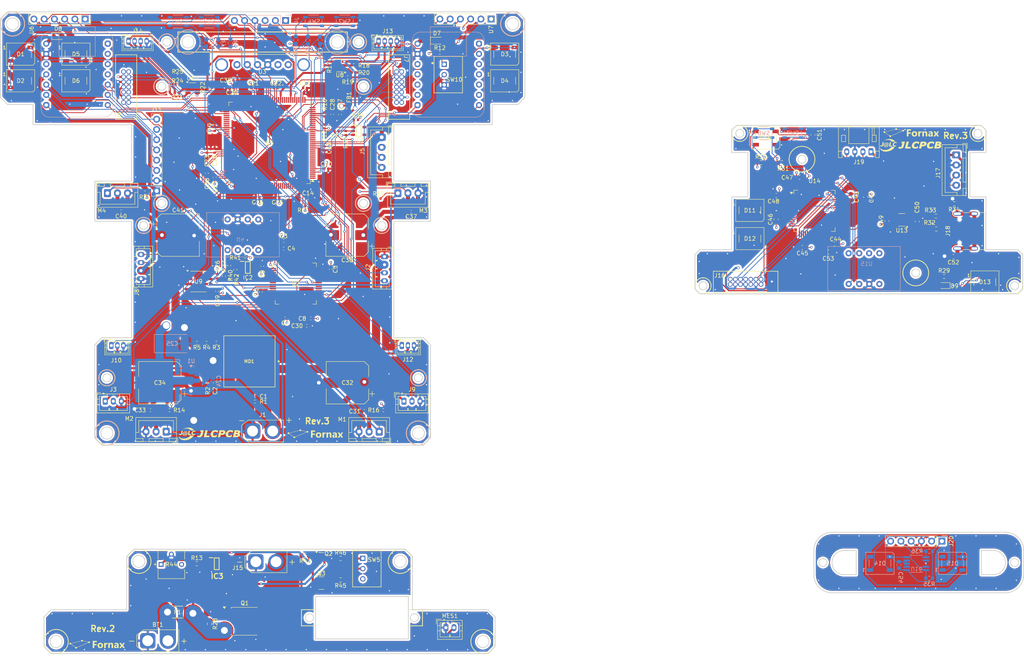
<source format=kicad_pcb>
(kicad_pcb (version 20240108) (generator "pcbnew") (generator_version "8.0")
  (layers (0 "F.Cu" signal) (1 "In1.Cu" signal) (2 "In2.Cu" signal) (31 "B.Cu" signal) (34 "B.Paste" user) (35 "F.Paste" user) (36 "B.SilkS" user "B.Silkscreen") (37 "F.SilkS" user "F.Silkscreen") (38 "B.Mask" user) (39 "F.Mask" user) (44 "Edge.Cuts" user))
  (net 0 "")
  (net 1 "GND")
  (net 2 "+3.3V")
  (net 3 "+5V")
  (net 4 "/LiDAR_Board/NRST")
  (net 6 "VDDA")
  (net 7 "/Main_Board/NRST")
  (net 8 "+7.5V")
  (net 9 "/Main_Board/NRST2")
  (net 10 "/LiDAR_Board/IN")
  (net 11 "/Tile_Board/IN")
  (net 12 "Net-(D2-DOUT)")
  (net 13 "/Main_Board/DIN1")
  (net 14 "/Main_Board/DIN4")
  (net 15 "Net-(D3-DOUT)")
  (net 16 "/LiDAR_Board/RX1")
  (net 17 "/LiDAR_Board/SWDIO")
  (net 18 "/LiDAR_Board/SWCLK")
  (net 19 "/LiDAR_Board/TX1")
  (net 20 "/LiDAR_Board/TX3")
  (net 21 "/LiDAR_Board/RX3")
  (net 22 "/LiDAR_Board/TX2")
  (net 23 "/LiDAR_Board/RX2")
  (net 24 "/Main_Board/SWDIO2")
  (net 25 "/Main_Board/SWCLK2")
  (net 26 "/Main_Board/RX8")
  (net 27 "/Main_Board/TX8")
  (net 28 "/Main_Board/SWCLK")
  (net 29 "/Main_Board/SWDIO")
  (net 30 "/Main_Board/TX1")
  (net 31 "/Main_Board/RX1")
  (net 32 "/Main_Board/CS")
  (net 33 "/Main_Board/MISO")
  (net 34 "/Main_Board/DC")
  (net 35 "/Main_Board/MOSI")
  (net 36 "/Main_Board/SCK")
  (net 37 "/Main_Board/RX2")
  (net 38 "/Main_Board/TX2")
  (net 39 "/Main_Board/RX5")
  (net 40 "/Main_Board/TX5")
  (net 41 "/Main_Board/PWM1")
  (net 42 "/Main_Board/RX6")
  (net 43 "/Main_Board/TX6")
  (net 44 "/Main_Board/PWM2")
  (net 45 "Net-(M1-S)")
  (net 47 "/Main_Board/AD1")
  (net 48 "/Main_Board/AD2")
  (net 49 "/LiDAR_Board/SCL")
  (net 50 "/LiDAR_Board/SDA")
  (net 51 "/Main_Board/SCL")
  (net 52 "/Main_Board/SDA")
  (net 53 "/Main_Board/XSHUT1")
  (net 54 "/Main_Board/XSHUT2")
  (net 55 "/Main_Board/RX7")
  (net 56 "/Main_Board/DIN2")
  (net 57 "/Main_Board/TX7")
  (net 58 "/Main_Board/RX4")
  (net 59 "/Main_Board/TX4")
  (net 60 "/Main_Board/TX9")
  (net 61 "/Main_Board/RX9")
  (net 62 "/Main_Board/PC2")
  (net 63 "/Tile_Board/SDA")
  (net 64 "/Tile_Board/SCL")
  (net 65 "Net-(U5-VREF+)")
  (net 66 "Net-(U5-PDR_ON)")
  (net 67 "/Main_Board/DIN3")
  (net 68 "Net-(U2-VCAP_1)")
  (net 69 "Net-(U8--)")
  (net 70 "Net-(U8-+)")
  (net 71 "Net-(U9-B)")
  (net 72 "Net-(D1-DOUT)")
  (net 74 "Net-(D7-K)")
  (net 75 "Net-(D8-K)")
  (net 76 "Net-(D5-DOUT)")
  (net 78 "Net-(D9-A)")
  (net 79 "Net-(D11-DOUT)")
  (net 90 "Net-(J13-Pin_2)")
  (net 91 "Net-(J13-Pin_3)")
  (net 96 "Net-(MD1-TRIM)")
  (net 98 "Net-(R3-Pad2)")
  (net 99 "Net-(R4-Pad2)")
  (net 101 "Net-(U10--)")
  (net 102 "Net-(U10-+)")
  (net 121 "/Main_Board/DIN5")
  (net 247 "Net-(R6-Pad2)")
  (net 248 "Net-(U2-BOOT0)")
  (net 249 "Net-(R8-Pad2)")
  (net 250 "Net-(U5-BOOT0)")
  (net 251 "/Main_Board/SDA2")
  (net 252 "/Main_Board/SCL2")
  (net 253 "/Main_Board/RX10")
  (net 254 "/Main_Board/TX10")
  (net 255 "Earth")
  (net 256 "Net-(D10-DOUT)")
  (net 258 "Net-(C35-Pad2)")
  (net 259 "Net-(C36-Pad2)")
  (net 260 "Net-(U14-VCAP_1)")
  (net 261 "Net-(D12-DOUT)")
  (net 263 "Net-(D14-DOUT)")
  (net 265 "Net-(J14-Pin_2)")
  (net 266 "Net-(J14-Pin_3)")
  (net 273 "Net-(J18-CC2)")
  (net 278 "Net-(J18-CC1)")
  (net 279 "Net-(R30-Pad2)")
  (net 280 "Net-(U14-BOOT0)")
  (net 324 "Net-(IC1-VDD)")
  (net 328 "Net-(IC2-VDD)")
  (net 331 "Net-(SW10-A)")
  (net 332 "Net-(SW10-B)")
  (net 334 "Net-(BT1-+)")
  (net 335 "Net-(MES1-+)")
  (net 338 "Net-(IC3-VDD)")
  (net 339 "Net-(IC3-OUT)")
  (net 340 "Net-(Q1-G)")
  (net 341 "Net-(Q2-S)")
  (net 342 "Net-(Q3-G)")
  (net 343 "Net-(SW5-B)")
  (footprint "Resistor_SMD:R_0402_1005Metric" (layer "F.Cu") (at 61.8 36.45)
    (property "Reference" "R24")
    (property "Value" "20")
  )
  (footprint "Resistor_SMD:R_0402_1005Metric" (layer "F.Cu") (at 71.7 83.9 -90)
    (property "Reference" "R26")
    (property "Value" "2.2k")
  )
  (footprint "STDC14:CONN14_3220-14_CNC" (layer "F.Cu") (at 116.7131 36.95 -90)
    (property "Reference" "J7")
    (property "Value" "ST-Link")
  )
  (footprint "Resistor_SMD:R_0402_1005Metric" (layer "F.Cu") (at 101.19 47.875)
    (property "Reference" "R37")
    (property "Value" "5.6k")
  )
  (footprint "Connector_JST:JST_ZH_B4B-ZR_1x04_P1.50mm_Vertical" (layer "F.Cu") (at 49.63 25.583)
    (property "Reference" "J14")
    (property "Value" "LoadCell")
  )
  (footprint "Resistor_SMD:R_0402_1005Metric" (layer "F.Cu") (at 76.1 82.25 -90)
    (property "Reference" "R42")
    (property "Value" "2.4k")
  )
  (footprint "Connector_AMASS:AMASS_XT30U-M_1x02_P5.0mm_Vertical" (layer "F.Cu") (at 80.38 122.283)
    (property "Reference" "J1")
    (property "Value" "Power from Back_Board")
  )
  (footprint "Connector_PinSocket_2.54mm:PinSocket_1x08_P2.54mm_Vertical" (layer "F.Cu") (at 56.61 62.713 180)
    (property "Reference" "J11")
    (property "Value" "Conn_01x08_Socket")
  )
  (footprint "Capacitor_SMD:C_0402_1005Metric" (layer "F.Cu") (at 55.1 117.1 180)
    (property "Reference" "C33")
    (property "Value" "0.1uF")
  )
  (footprint "Connector_JST:JST_PH_B3B-PH-K_1x03_P2.00mm_Vertical" (layer "F.Cu") (at 43.86 114.883)
    (property "Reference" "J3")
    (property "Value" "to LED")
  )
  (footprint "Resistor_SMD:R_0402_1005Metric" (layer "F.Cu") (at 92.9375 66.34 180)
    (property "Reference" "R11")
    (property "Value" "10k")
  )
  (footprint "Connector_JST:JST_ZH_B3B-ZR_1x03_P1.50mm_Vertical" (layer "F.Cu") (at 45.37 101.068)
    (property "Reference" "J10")
    (property "Value" "GH-S37D")
  )
  (footprint "LED_SMD:LED_WS2812B_PLCC4_5.0x5.0mm_P3.2mm" (layer "F.Cu") (at 142.88 28.783)
    (property "Reference" "D3")
    (property "Value" "WS2812B")
  )
  (footprint "B12AP_NKK:B12AP_NKK" (layer "F.Cu") (at 107.712 153.881)
    (property "Reference" "SW5")
    (property "Value" "START_SWITCH")
  )
  (footprint "Capacitor_SMD:C_0402_1005Metric" (layer "F.Cu") (at 86.5375 64.41 180)
    (property "Reference" "C15")
    (property "Value" "0.1uF")
  )
  (footprint "Package_QFP:LQFP-64_10x10mm_P0.5mm" (layer "F.Cu") (at 91.1 85.7)
    (property "Reference" "U2")
    (property "Value" "STM32F446RET6")
  )
  (footprint "Resistor_SMD:R_0603_1608Metric" (layer "F.Cu") (at 254.3 65.9 180)
    (property "Reference" "R34")
    (property "Value" "1M")
  )
  (footprint "Connector_JST:JST_XH_B3B-XH-A_1x03_P2.50mm_Vertical" (layer "F.Cu") (at 116.4 63.2735)
    (property "Reference" "M3")
    (property "Value" "STS3032")
  )
  (footprint "Diode_SMD:D_SOD-323F" (layer "F.Cu") (at 126.0825 25.45)
    (property "Reference" "D7")
    (property "Value" "BAT760-7")
  )
  (footprint "Connector_JST:JST_PH_B4B-PH-K_1x04_P2.00mm_Vertical" (layer "F.Cu") (at 52.73 84.49 90)
    (property "Reference" "J8")
    (property "Value" "UnitV02")
  )
  (footprint "Package_TO_SOT_SMD:SOT-23-5" (layer "F.Cu") (at 65.5375 37.45)
    (property "Reference" "U10")
    (property "Value" "NJU77551F")
  )
  (footprint "Capacitor_SMD:C_0603_1608Metric" (layer "F.Cu") (at 245.1375 70.3 90)
    (property "Reference" "C50")
    (property "Value" "1uF")
  )
  (footprint "Connector_USB:USB_C_Receptacle_G-Switch_GT-USB-7010ASV" (layer "F.Cu") (at 258.225 72.68 90)
    (property "Reference" "J18")
    (property "Value" "USB_C_Receptacle_USB2.0_16P")
  )
  (footprint "Capacitor_SMD:C_0402_1005Metric" (layer "F.Cu") (at 82.44 87.8125 90)
    (property "Reference" "C6")
    (property "Value" "0.1uF")
  )
  (footprint "icon:jlcpcb-logo-pcb15-8" (layer "F.Cu") (at 243.5 51.4)
    (property "Reference" "G***" (hide yes))
    (property "Value" "LOGO" (hide yes))
  )
  (footprint "Connector_PinSocket_2.54mm:PinSocket_1x06_P2.54mm_Vertical" (layer "F.Cu") (at 38.887 20.083 -90)
    (property "Reference" "U6")
    (property "Value" "~")
  )
  (footprint "Capacitor_SMD:C_0603_1608Metric" (layer "F.Cu") (at 232.375 64.25 -90)
    (property "Reference" "C42")
    (property "Value" "4.7uF")
  )
  (footprint "Capacitor_SMD:C_0603_1608Metric" (layer "F.Cu") (at 228.675 64.225 -90)
    (property "Reference" "C43")
    (property "Value" "0.1uF")
  )
  (footprint "Capacitor_SMD:C_0402_1005Metric" (layer "F.Cu") (at 71.6 87.6 90)
    (property "Reference" "C39")
    (property "Value" "0.1uF")
  )
  (footprint "Resistor_SMD:R_0402_1005Metric" (layer "F.Cu") (at 98.2205 43.75 -90)
    (property "Reference" "R10")
    (property "Value" "47")
  )
  (footprint "icon:fornax-logo-pcb15-3.8" (layer "F.Cu") (at 95.9 122.9)
    (property "Reference" "G***" (hide yes))
    (property "Value" "LOGO" (hide yes))
  )
  (footprint "Resistor_SMD:R_0402_1005Metric" (layer "F.Cu") (at 78.5 79.05 180)
    (property "Reference" "R41")
    (property "Value" "470k")
  )
  (footprint "LED_SMD:LED_WS2812B_PLCC4_5.0x5.0mm_P3.2mm" (layer "F.Cu") (at 22.88 35.403)
    (property "Reference" "D2")
    (property "Value" "WS2812B")
  )
  (footprint "Capacitor_SMD:C_0402_1005Metric" (layer "F.Cu") (at 47.8 67.8)
    (property "Reference" "C40")
    (property "Value" "0.1uF")
  )
  (footprint "Connector_JST:JST_PH_B4B-PH-K_1x04_P2.00mm_Vertical" (layer "F.Cu") (at 113.08 79.02 -90)
    (property "Reference" "J2")
    (property "Value" "UnitV01")
  )
  (footprint "Capacitor_SMD:C_0402_1005Metric" (layer "F.Cu") (at 71 110.3 -90)
    (property "Reference" "C2")
    (property "Value" "10uF")
  )
  (footprint "LED_SMD:LED_WS2812B_PLCC4_5.0x5.0mm_P3.2mm" (layer "F.Cu") (at 203.658 67.548)
    (property "Reference" "D11")
    (property "Value" "WS2812B")
  )
  (footprint "Resistor_SMD:R_0402_1005Metric" (layer "F.Cu") (at 106 45.075 180)
    (property "Reference" "R39")
    (property "Value" "470k")
  )
  (footprint "LED_SMD:LED_WS2812B_PLCC4_5.0x5.0mm_P3.2mm" (layer "F.Cu") (at 36.6 28.783)
    (property "Reference" "D5")
    (property "Value" "WS2812B")
  )
  (footprint "Capacitor_SMD:C_0603_1608Metric" (layer "F.Cu") (at 216.675 76.75 180)
    (property "Reference" "C45")
    (property "Value" "0.1uF")
  )
  (footprint "Resistor_SMD:R_0402_1005Metric" (layer "F.Cu") (at 98.2625 32.06 -90)
    (property "Reference" "R17")
    (property "Value" "47k")
  )
  (footprint "Capacitor_SMD:C_0402_1005Metric" (layer "F.Cu") (at 99.76 82.15 -90)
    (property "Reference" "C5")
    (property "Value" "0.1uF")
  )
  (footprint "Capacitor_SMD:C_0402_1005Metric" (layer "F.Cu") (at 108.1 117.3 180)
    (property "Reference" "C31")
    (property "Value" "0.1uF")
  )
  (footprint "Resistor_SMD:R_0603_1608Metric" (layer "F.Cu") (at 249.85 72.15 180)
    (property "Reference" "R32")
    (property "Value" "5.1k")
  )
  (footprint "Capacitor_SMD:C_0402_1005Metric" (layer "F.Cu") (at 82.8 81.4 90)
    (property "Reference" "C9")
    (property "Value" "0.1uF")
  )
  (footprint "Resistor_SMD:R_0402_1005Metric" (layer "F.Cu") (at 69 100.4 180)
    (property "Reference" "R4")
    (property "Value" "330")
  )
  (footprint "Capacitor_SMD:C_0402_1005Metric" (layer "F.Cu") (at 98.6605 57.2)
    (property "Reference" "C10")
    (property "Value" "1uF")
  )
  (footprint "Capacitor_SMD:C_0402_1005Metric" (layer "F.Cu") (at 69.0705 58.35 90)
    (property "Reference" "C36")
    (property "Value" "2.2uF")
  )
  (footprint "Resistor_SMD:R_0402_1005Metric" (layer "F.Cu") (at 112.8 117.1 180)
    (property "Reference" "R16")
    (property "Value" "2.2k")
  )
  (footprint "Capacitor_SMD:CP_Elec_10x10" (layer "F.Cu") (at 103.9 110.3 180)
    (property "Reference" "C32")
    (property "Value" "220uF")
  )
  (footprint "STDC14:CONN14_3220-14_CNC" (layer "F.Cu") (at 202.6 85.2631 180)
    (property "Reference" "J16")
    (property "Value" "ST-Link")
  )
  (footprint "Resistor_SMD:R_0603_1608Metric_Pad0.98x0.95mm_HandSolder" (layer "F.Cu") (at 211.6 55.7 180)
    (property "Reference" "R31")
    (property "Value" "10k")
  )
  (footprint "Resistor_SMD:R_0603_1608Metric_Pad0.98x0.95mm_HandSolder" (layer "F.Cu") (at 69.7 170.1125 -90)
    (property "Reference" "R28")
    (property "Value" "47k")
  )
  (footprint "Package_TO_SOT_SMD:SOT-23" (layer "F.Cu") (at 97.4625 160)
    (property "Reference" "Q3")
    (property "Value" "2N7002")
  )
  (footprint "STDC14:CONN14_3220-14_CNC" (layer "F.Cu") (at 49.0469 36.95 90)
    (property "Reference" "J6")
    (property "Value" "ST-Link")
  )
  (footprint "Capacitor_SMD:C_0402_1005Metric" (layer "F.Cu") (at 94.1375 64.41)
    (property "Reference" "C14")
    (property "Value" "0.1uF")
  )
  (footprint "Capacitor_SMD:C_0402_1005Metric" (layer "F.Cu") (at 70.9905 52.75 90)
    (property "Reference" "C18")
    (property "Value" "0.1uF")
  )
  (footprint "R3111N211A:SOT95P280X130-5N" (layer "F.Cu") (at 79.2 81.7)
    (property "Reference" "IC2")
    (property "Value" "R3111N211A-TR-FE" (hide yes))
  )
  (footprint "Capacitor_SMD:C_0402_1005Metric" (layer "F.Cu") (at 100.1505 43.75 -90)
    (property "Reference" "C28")
    (property "Value" "0.1uF")
  )
  (footprint "icon:jlcpcb-logo-pcb15-8" (layer "F.Cu") (at 69.7 123)
    (property "Reference" "G***" (hide yes))
    (property "Value" "LOGO" (hide yes))
  )
  (footprint "Connector_PinHeader_2.54mm:PinHeader_1x06_P2.54mm_Vertical" (layer "F.Cu") (at 251.25 149.6 -90)
    (property "Reference" "J20")
    (property "Value" "to Main_Board")
  )
  (footprint "Capacitor_SMD:C_0402_1005Metric" (layer "F.Cu") (at 80.5375 37.19)
    (property "Reference" "C21")
    (property "Value" "0.1uF")
  )
  (footprint "Capacitor_SMD:CP_Elec_10x10" (layer "F.Cu") (at 103.83 73.683 180)
    (property "Reference" "C38")
    (property "Value" "220uF")
  )
  (footprint "Capacitor_SMD:CP_Elec_10x10" (layer "F.Cu") (at 61.93 73.683)
    (property "Reference" "C41")
    (property "Value" "220uF")
  )
  (footprint "Capacitor_SMD:C_0402_1005Metric" (layer "F.Cu") (at 81 113.6 180)
    (property "Reference" "C1")
    (property "Value" "22uF")
  )
  (footprint "Resistor_SMD:R_0402_1005Metric" (layer "F.Cu") (at 103.5 48.375 -90)
    (property "Reference" "R38")
    (property "Value" "2.4k")
  )
  (footprint "Capacitor_SMD:CP_Elec_10x10" (layer "F.Cu") (at 57.4 110.3 180)
    (property "Reference" "C34")
    (property "Value" "220uF")
  )
  (footprint "Capacitor_SMD:C_0402_1005Metric" (layer "F.Cu") (at 88.425 94.36 180)
    (property "Reference" "C7")
    (property "Value" "0.1uF")
  )
  (footprint "Resistor_SMD:R_0402_1005Metric" (layer "F.Cu") (at 73.3 83.9 90)
    (property "Reference" "R27")
    (property "Value" "2.2k")
  )
  (footprint "Resistor_SMD:R_0603_1608Metric" (layer "F.Cu") (at 251.8 83.9 180)
    (property "Reference" "R29")
    (property "Value" "1k")
  )
  (footprint "Diode_SMD:D_SOD-323F" (layer "F.Cu") (at 32.2 24.3)
    (property "Reference" "D8")
    (property "Value" "BAT760-7")
  )
  (footprint "Connector_JST:JST_XH_B3B-XH-A_1x03_P2.50mm_Vertical" (layer "F.Cu") (at 58.977 122.433 180)
    (property "Reference" "M2")
    (property "Value" "STS3032")
  )
  (footprint "Resistor_SMD:R_0603_1608Metric_Pad0.98x0.95mm_HandSolder" (layer "F.Cu") (at 93.4 153.1 180)
    (property "Reference" "R43")
    (property "Value" "47k")
  )
  (footprint "Resistor_SMD:R_0402_1005Metric" (layer "F.Cu") (at 103.9725 34.55 180)
    (property "Reference" "R19")
    (property "Value" "20")
  )
  (footprint "icon:fornax-logo-pcb15-3.8" (layer "F.Cu") (at 243.6 48.2)
    (property "Reference" "G***" (hide yes))
    (property "Value" "LOGO" (hide yes))
  )
  (footprint "Capacitor_SMD:C_0402_1005Metric" (layer "F.Cu") (at 98.2105 46.75 90)
    (property "Reference" "C12")
    (property "Value" "0.1uF")
  )
  (footprint "Resistor_SMD:R_0402_1005Metric" (layer "F.Cu") (at 80.972 114.971 180)
    (property "Reference" "R1")
    (property "Value" "20k")
  )
  (footprint "Connector_AMASS:AMASS_XT30U-M_1x02_P5.0mm_Vertical" (layer "F.Cu") (at 81.2 154.7)
    (property "Reference" "J15")
    (property "Value" "Power to Main_Board")
  )
  (footprint "Capacitor_SMD:C_0402_1005Metric" (layer "F.Cu") (at 76.1375 35.27 180)
    (property "Reference" "C35")
    (property "Value" "2.2uF")
  )
  (footprint "Capacitor_SMD:C_0402_1005Metric" (layer "F.Cu") (at 75.2175 37.19 180)
    (property "Reference" "C20")
    (property "Value" "0.1uF")
  )
  (footprint "LED_SMD:LED_WS2812B_PLCC4_5.0x5.0mm_P3.2mm" (layer "F.Cu") (at 261.9 85.3)
    (property "Reference" "D13")
    (property "Value" "WS2812B")
  )
  (footprint "Resistor_SMD:R_0402_1005Metric" (layer "F.Cu") (at 126.8 28.4)
    (property "Reference" "R12")
    (property "Value" "10k")
  )
  (footprint "Resistor_SMD:R_0402_1005Metric" (layer "F.Cu") (at 111.6 64.6)
    (property "Reference" "R15")
    (property "Value" "2.2k")
  )
  (footprint "Capacitor_SMD:C_0603_1608Metric" (layer "F.Cu") (at 215.975 59.35)
    (property "Reference" "C47")
    (property "Value" "0.1uF")
  )
  (footprint "Connector_JST:JST_XH_B4B-XH-A_1x04_P2.50mm_Vertical" (layer "F.Cu") (at 254.8 53.8 -90)
    (property "Reference" "J17")
    (property "Value" "to TopBoard")
  )
  (footprint "Resistor_SMD:R_0402_1005Metric" (layer "F.Cu") (at 61.8 34.25 180)
    (property "Reference" "R25")
    (property "Value" "47k")
  )
  (footprint "Capacitor_SMD:C_0603_1608Metric" (layer "F.Cu") (at 223.1 77.9)
    (property "Reference" "C53")
    (property "Value" "4.7uF")
  )
  (footprint "Package_QFP:LQFP-64_10x10mm_P0.5mm" (layer "F.Cu") (at 219.675 67.65)
    (property "Reference" "U14")
    (property "Value" "STM32F446RET6")
  )
  (footprint "Resistor_SMD:R_0402_1005Metric" (layer "F.Cu") (at 69.2 37.05 90)
    (property "Reference" "R22")
    (property "Value" "47k")
  )
  (footprint "Capacitor_SMD:C_0402_1005Metric" (layer "F.Cu") (at 70.9905 47.35 90)
    (property "Reference" "C19")
    (property "Value" "0.1uF")
  )
  (footprint "Connector_JST:JST_ZH_B3B-ZR_1x03_P1.50mm_Vertical" (layer "F.Cu") (at 117.39 101.068)
    (property "Reference" "J12")
    (property "Value" "GH-S37D")
  )
  (footprint "Capacitor_SMD:C_0402_1005Metric" (layer "F.Cu") (at 69.0705 52.75 90)
    (property "Reference" "C23")
    (property "Value" "4.7uF")
  )
  (footprint "Inductor_SMD:L_0603_1608Metric" (layer "F.Cu") (at 104.2605 42.35 90)
    (property "Reference" "FB1")
    (property "Value" "FerriteBead")
  )
  (footprint "Capacitor_SMD:C_0402_1005Metric" (layer "F.Cu") (at 88.1 75.12)
    (property "Reference" "C3")
    (property "Value" "4.7uF")
  )
  (footprint "Connector_JST:JST_XH_B3B-XH-A_1x03_P2.50mm_Vertical" (layer "F.Cu") (at 111.783 122.433 180)
    (property "Reference" "M1")
    (property "Value" "STS3032")
  )
  (footprint "LED_SMD:LED_0603_1608Metric" (layer "F.Cu") (at 251.8 86.2 180)
    (property "Reference" "D9")
    (property "Value" "LED")
  )
  (footprint "LED_SMD:LED_WS2812B_PLCC4_5.0x5.0mm_P3.2mm" (layer "F.Cu") (at 142.88 35.403)
    (property "Reference" "D4")
    (property "Value" "WS2812B")
  )
  (footprint "Package_QFP:LQFP-144_20x20mm_P0.5mm" (layer "F.Cu") (at 84.6 50.8 180)
    (property "Reference" "U5")
    (property "Value" "STM32H723ZGT6")
  )
  (footprint "Resistor_SMD:R_0402_1005Metric" (layer "F.Cu") (at 59.79 117.1 180)
    (property "Reference" "R14")
    (property "Value" "2.2k")
  )
  (footprint "Package_SO:SOIC-8_3.9x4.9mm_P1.27mm" (layer "F.Cu") (at 66.975 85.195)
    (property "Reference" "U9")
    (property "Value" "MAX3485")
  )
  (footprint "Resistor_SMD:R_0402_1005Metric" (layer "F.Cu") (at 74.6 81.25 -90)
    (property "Reference" "R40")
    (property "Value" "5.6k")
  )
  (footprint "Connector_JST:JST_ZH_B4B-ZR_1x04_P1.50mm_Vertical" (layer "F.Cu") (at 111.63 25.583)
    (property "Reference" "J13")
    (property "Value" "LoadCell")
  )
  (footprint "Package_TO_SOT_SMD:SOT-23-5" (layer "F.Cu") (at 102 31.6 180)
    (property "Reference" "U8")
    (property "Value" "NJU77551F")
  )
  (footprint "Package_TO_SOT_SMD:TSOT-23-5" (layer "F.Cu") (at 241.3 69.9 180)
    (property "Reference" "U13")
    (property "Value" "RT9080-33GJ5")
  )
  (footprint "Resistor_SMD:R_0402_1005Metric" (layer "F.Cu") (at 105.4625 33.35)
    (property "Reference" "R20")
    (property "Value" "47k")
  )
  (footprint "R3111N211A:SOT95P280X130-5N" (layer "F.Cu") (at 106.7 47.85)
    (property "Reference" "IC1")
    (property "Value" "R3111N211A-TR-FE" (hide yes))
  )
  (footprint "icon:fornax-logo-pcb15-3.8" (layer "F.Cu") (at 41.8 175.1)
    (property "Reference" "G***" (hide yes))
    (property "Value" "LOGO" (hide yes))
  )
  (footprint "LED_SMD:LED_WS2812B_PLCC4_5.0x5.0mm_P3.2mm" (layer "F.Cu") (at 22.88 28.783)
    (property "Reference" "D1")
    (property "Value" "WS2812B")
  )
  (footprint "OKL-T-6-W12N-C:MURATA_OKL-T-6-W12N-C_0" (layer "F.Cu") (at 79.6 105 180)
    (property "Reference" "MD1")
    (property "Value" "OKL-T_6-W12N-C")
  )
  (footprint "Connector_JST:JST_PH_S4B-PH-K_1x04_P2.00mm_Horizontal" (layer "F.Cu") (at 233.6685 53 180)
    (property "Reference" "J19")
    (property "Value" "LIDAR")
  )
  (footprint "Resistor_SMD:R_0603_1608Metric" (layer "F.Cu") (at 249.775 68.95 180)
    (property "Reference" "R33")
    (property "Value" "5.1k")
  )
  (footprint "Package_TO_SOT_SMD:SOT-23" (layer "F.Cu") (at 97.4 154)
    (property "Reference" "Q2")
    (property "Value" "2N7002")
  )
  (footprint "Resistor_SMD:R_0402_1005Metric" (layer "F.Cu") (at 71.4 100.4 180)
    (property "Reference" "R3")
    (property "Value" "1k")
  )
  (footprint "Capacitor_SMD:C_0402_1005Metric" (layer "F.Cu") (at 119.7 67.9)
    (property "Reference" "C37")
    (property "Value" "0.1uF")
  )
  (footprint "Connector_JST:JST_XH_B4B-XH-A_1x04_P2.50mm_Vertical" (layer "F.Cu") (at 112.4 49.4 -90)
    (property "Reference" "J5")
    (property "Value" "to LiDAR_Board")
  )
  (footprint "Capacitor_SMD:C_0402_1005Metric" (layer "F.Cu") (at 81.6175 64.41 180)
    (property "Reference" "C16")
    (property "Value" "0.1uF")
  )
  (footprint "Connector_JST:JST_PH_B2B-PH-K_1x02_P2.00mm_Vertical" (layer "F.Cu") (at 128.3 171.05)
    (property "Reference" "MES1")
    (property "Value" "Voltmeter_DC")
  )
  (footprint "Capacitor_SMD:C_0603_1608Metric" (layer "F.Cu") (at 210.175 69.775 90)
    (property "Reference" "C46")
    (property "Value" "0.1uF")
  )
  (footprint "Capacitor_SMD:C_0603_1608Metric" (layer "F.Cu") (at 254.1 79 180)
    (property "Reference" "C52")
    (property "Value" "4.7uF")
  )
  (footprint "Capacitor_SMD:C_0402_1005Metric" (layer "F.Cu") (at 88.1 77.04)
    (property "Reference" "C4")
    (property "Value" "0.1uF")
  )
  (footprint "LED_SMD:LED_WS2812B_PLCC4_5.0x5.0mm_P3.2mm" (layer "F.Cu") (at 207.6 49.6)
    (property "Reference" "D10")
    (property "Value" "WS2812B")
  )
  (footprint "3362P-1-103LF:TRIM_3362P-1-103LF" (layer "F.Cu") (at 60.2575 155.37)
    (property "Reference" "R44")
    (property "Value" "R_Trim")
  )
  (footprint "Resistor_SMD:R_0402_1005Metric" (layer "F.Cu") (at 66.6 100.4 180)
    (property "Reference" "R5")
    (property "Value" "10")
  )
  (footprint "LED_SMD:LED_WS2812B_PLCC4_5.0x5.0mm_P3.2mm" (layer "F.Cu") (at 36.6 35.403)
    (property "Reference" "D6")
    (property "Value" "WS2812B")
  )
  (footprint "Package_TO_SOT_SMD:TO-252-2" (layer "F.Cu") (at 78.44 169.4725)
    (property "Reference" "Q1")
    (property "Value" "TJ15S06M3L")
  )
  (footprint "Connector_PinSocket_2.54mm:PinSocket_1x06_P2.54mm_Vertical" (layer "F.Cu") (at 139.523 20.083 -90)
    (property "Reference" "U7")
    (property "Value" "~")
  )
  (footprint "Resistor_SMD:R_0402_1005Metric" (layer "F.Cu") (at 69.2 110.3 -90)
    (property "Reference" "R2")
    (property "Value" "1.2k")
  )
  (footprint "Capacitor_SMD:C_0603_1608Metric_Pad1.08x0.95mm_HandSolder" (layer "F.Cu") (at 219.3 48.8 -90)
    (property "Reference" "C51")
    (property "Value" "0.1uF")
  )
  (footprint "Capacitor_SMD:C_0402_1005Metric" (layer "F.Cu") (at 102.0705 43.775 -90)
    (property "Reference" "C27")
    (property "Value" "1uF")
  )
  (footprint "Capacitor_SMD:C_0402_1005Metric" (layer "F.Cu") (at 98.2105 52.15 -90)
    (property "Reference" "C13")
    (property "Value" "0.1uF")
  )
  (footprint "Resistor_SMD:R_0402_1005Metric" (layer "F.Cu") (at 61.6 38.45)
    (property "Reference" "R23")
    (property "Value" "20")
  )
  (footprint "Resistor_SMD:R_0603_1608Metric_Pad0.98x0.95mm_HandSolder" (layer "F.Cu") (at 102.2 159.2 180)
    (property "Reference" "R45")
    (property "Value" "47k")
  )
  (footprint "Connector_JST:JST_XH_B3B-XH-A_1x03_P2.50mm_Vertical" (layer "F.Cu") (at 44.4 63.273)
    (property "Reference" "M4")
    (property "Value" "STS3032")
  )
  (footprint "Resistor_SMD:R_0603_1608Metric_Pad0.98x0.95mm_HandSolder" (layer "F.Cu") (at 66.5625 155.2)
    (property "Reference" "R13")
    (property "Value" "4.7k")
  )
  (footprint "Capacitor_SMD:C_0402_1005Metric" (layer "F.Cu") (at 70.9905 59.35 90)
    (property "Reference" "C17")
    (property "Value" "0.1uF")
  )
  (footprint "Resistor_SMD:R_0402_1005Metric" (layer "F.Cu") (at 53.7 63.1 180)
    (property "Reference" "R21")
    (property "Value" "2.2k")
  )
  (footprint "Capacitor_SMD:C_0603_1608Metric" (layer "F.Cu") (at 224.625 75.9 180)
    (property "Reference" "C44")
    (property "Value" "0.1uF")
  )
  (footprint "0451015.MRL:0451Series_LTF" (layer "F.Cu") (at 61.8 167.2)
    (property "Reference" "F1")
    (property "Value" "0451015.MRL")
  )
  (footprint "Adafruit_BNO085:BNO085" (layer "F.Cu") (at 82.88 40.29 180)
    (property "Reference" "U3")
    (property "Value" "BNO085")
  )
  (footprint "Capacitor_SMD:C_0402_1005Metric" (layer "F.Cu") (at 86.1375 37.19)
    (property "Reference" "C22")
    (property "Value" "0.1uF")
  )
  (footprint "Capacitor_SMD:C_0402_1005Metric" (layer "F.Cu") (at 93.4 37.19)
    (property "Reference" "C11")
    (property "Value" "0.1uF")
  )
  (footprint "Capacitor_SMD:C_0603_1608Metric" (layer "F.Cu") (at 210.175 63.85 180)
    (property "Reference" "C48")
    (property "Value" "0.1uF")
  )
  (footprint "LED_SMD:LED_WS2812B_PLCC4_5.0x5.0mm_P3.2mm" (layer "F.Cu") (at 203.658 74.548)
    (property "Reference" "D12")
    (property "Value" "WS2812B")
  )
  (footprint "Resistor_SMD:R_0603_1608Metric_Pad0.98x0.95mm_HandSolder" (layer "F.Cu") (at 206.4 55.7)
    (property "Reference" "R30")
    (property "Value" "1k")
  )
  (footprint "Connector_AMASS:AMASS_XT30U-M_1x02_P5.0mm_Vertical" (layer "F.Cu") (at 54.4 174.3)
    (property "Reference" "BT1")
    (property "Value" "Battery")
  )
  (footprint "R3111N211A:SOT95P280X130-5N" (layer "F.Cu") (at 71.5 155.2)
    (property "Reference" "IC3")
    (property "Value" "R3111N211A-TR-FE" (hide yes))
  )
  (footprint "Resistor_SMD:R_0603_1608Metric_Pad0.98x0.95mm_HandSolder" (layer "F.Cu") (at 102.2 153.9)
    (property "Reference" "R46")
    (property "Value" "470k")
  )
  (footprint "Capacitor_SMD:C_0402_1005Metric" (layer "F.Cu") (at 93.82 96.2)
    (property "Reference" "C30")
    (property "Value" "4.7uF")
  )
  (footprint "Capacitor_SMD:C_0402_1005Metric" (layer "F.Cu") (at 94.825 94.36 180)
    (property "Reference" "C8")
    (property "Value" "0.1uF")
  )
  (footprint "Resistor_SMD:R_0402_1005Metric" (layer "F.Cu") (at 105.4625 31.55 180)
    (property "Reference" "R18")
    (property "Value" "20")
  )
  (footprint "Capacitor_SMD:C_0603_1608Metric" (layer "F.Cu") (at 237.6375 70.2 90)
    (property "Reference" "C49")
    (property "Value" "1uF")
  )
  (footprint "Connector_JST:JST_PH_B3B-PH-K_1x03_P2.00mm_Vertical" (layer "F.Cu") (at 117.9 114.883)
    (property "Reference" "J9")
    (property "Value" "to LED")
  )
  (footprint "B12AP_NKK:B12AP_NKK" (layer "F.Cu") (at 127.8895 31.3255)
    (property "Reference" "SW10")
    (property "Value" "START_SWITCH")
  )
  (footprint "XIAO:XIAO-14P-DIP" (layer "B.Cu") (at 46.53971 43.4668 180)
    (property "Reference" "U12" (hide yes))
    (property "Value" "XIAO-RP2040-DIP" (hide yes))
  )
  (footprint "Package_TO_SOT_SMD:TO-263-3_TabPin2" (layer "B.Cu") (at 57.475 109.775 180)
    (property "Reference" "U1")
    (property "Value" "LT1085CM-3.3#PBF")
  )
  (footprint "Capacitor_SMD:C_0603_1608Metric_Pad1.08x0.95mm_HandSolder" (layer "B.Cu") (at 97.1 25.3125 90)
    (property "Reference" "C29")
    (property "Value" "0.1uF")
  )
  (footprint "AE-BNO055-BO:AE-BNO055-BO" (layer "B.Cu") (at 74.2 77.4)
    (property "Reference" "U4")
    (property "Value" "AE-BNO055-BO")
  )
  (footprint "Capacitor_Tantalum_SMD:CP_EIA-7343-15_Kemet-W" (layer "B.Cu") (at 60.4375 100.6)
    (property "Reference" "C25")
    (property "Value" "22uF")
  )
  (footprint "Connector_PinSocket_2.54mm:PinSocket_1x06_P2.54mm_Vertical" (layer "B.Cu") (at 88.58 20.46 90)
    (property "Reference" "J4")
    (property "Value" "to Tile_Board")
  )
  (footprint "XIAO:XIAO-14P-DIP" (layer "B.Cu") (at 138.55971 43.4668 180)
    (property "Reference" "U11" (hide yes))
    (property "Value" "XIAO ESP32C3" (hide yes))
  )
  (footprint "LED_SMD:LED_WS2812B_PLCC4_5.0x5.0mm_P3.2mm" (layer "B.Cu") (at 235.9 155.1)
    (property "Reference" "D14")
    (property "Value" "WS2812B")
  )
  (footprint "LED_SMD:LED_WS2812B_PLCC4_5.0x5.0mm_P3.2mm" (layer "B.Cu") (at 253.9 155.1)
    (property "Reference" "D15")
    (property "Value" "WS2812B")
  )
  (footprint "Capacitor_SMD:C_0603_1608Metric_Pad1.08x0.95mm_HandSolder" (layer "B.Cu") (at 68.9 26 90)
    (property "Reference" "C26")
    (property "Value" "0.1uF")
  )
  (footprint "Resistor_SMD:R_0603_1608Metric" (layer "B.Cu") (at 248.1 152.1)
    (property "Reference" "R36")
    (property "Value" "2.2k")
  )
  (footprint "Resistor_SMD:R_0603_1608Metric_Pad0.98x0.95mm_HandSolder" (layer "B.Cu") (at 94.1 25.3125 90)
    (property "Reference" "R9")
    (property "Value" "10k")
  )
  (footprint "AE-BNO055-BO:AE-BNO055-BO" (layer "B.Cu") (at 235.75 78.19 180)
    (property "Reference" "U15")
    (property "Value" "AE-BNO055-BO")
  )
  (footprint "SKRPACE010:SW_SKRPACE010" (layer "B.Cu") (at 214.3 48.4 180)
    (property "Reference" "SW7")
    (property "Value" "RESET_SWITCH")
  )
  (footprint "SKRPACE010:SW_SKRPACE010" (layer "B.Cu") (at 95.5235 20.7 180)
    (property "Reference" "SW4")
    (property "Value" "MODE_SWITCH")
  )
  (footprint "Resistor_SMD:R_0603_1608Metric" (layer "B.Cu") (at 248.1 158.8)
    (property "Reference" "R35")
    (property "Value" "2.2k")
  )
  (footprint "Resistor_SMD:R_0603_1608Metric_Pad0.98x0.95mm_HandSolder" (layer "B.Cu") (at 91.1 25.3125 90)
    (property "Reference" "R8")
    (property "Value" "1k")
  )
  (footprint "Resistor_SMD:R_0603_1608Metric_Pad0.98x0.95mm_HandSolder" (layer "B.Cu") (at 71.9 26 90)
    (property "Reference" "R7")
    (property "Value" "10k")
  )
  (footprint "SKRPACE010:SW_SKRPACE010" (layer "B.Cu") (at 69.6115 20.7 180)
    (property "Reference" "SW3")
    (property "Value" "MODE_SWITCH")
  )
  (footprint "S11059:S11059" (layer "B.Cu") (at 245.825 153.075)
    (property "Reference" "U16")
    (property "Value" "S11059")
  )
  (footprint "SKRPACE010:SW_SKRPACE010" (layer "B.Cu") (at 207.1 48.4 180)
    (property "Reference" "SW8")
    (property "Value" "MODE_SWITCH")
  )
  (footprint "SKRPACE010:SW_SKRPACE010" (layer "B.Cu") (at 61.9115 20.7 180)
    (property "Reference" "SW1")
    (property "Value" "RESET_SWITCH")
  )
  (footprint "Resistor_SMD:R_0603_1608Metric_Pad0.98x0.95mm_HandSolder" (layer "B.Cu") (at 74.9 26 90)
    (property "Reference" "R6")
    (property "Value" "1k")
  )
  (footprint "Capacitor_SMD:C_0603_1608Metric_Pad1.08x0.95mm_HandSolder" (layer "B.Cu") (at 70.6 109.9 90)
    (property "Reference" "C24")
    (property "Value" "10uF")
  )
  (footprint "SKRPACE010:SW_SKRPACE010" (layer "B.Cu") (at 103.2235 20.7 180)
    (property "Reference" "SW2")
    (property "Value" "RESET_SWITCH")
  )
  (footprint "Capacitor_SMD:C_0603_1608Metric" (layer "B.Cu") (at 240.6 155.5 90)
    (property "Reference" "C54")
    (property "Value" "0.1uF")
  )
  (gr_circle (center 107.88 65.782641) (end 109.88 65.782641) (stroke (width 0.2)) (fill none) (layer "B.SilkS"))
  (gr_circle (center 53.37 71.282641) (end 55.37 71.282641) (stroke (width 0.2)) (fill none) (layer "B.SilkS"))
  (gr_circle (center 107.88 36.782641) (end 109.88 36.782641) (stroke (width 0.2)) (fill none) (layer "B.SilkS"))
  (gr_circle (center 20.88 21.282641) (end 23.88 21.282641) (stroke (width 0.2)) (fill none) (layer "B.SilkS"))
  (gr_circle (center 59.13 25.782641) (end 61.13 25.782641) (stroke (width 0.2)) (fill none) (layer "B.SilkS"))
  (gr_circle (center 44.27 122.782641) (end 47.27 122.782641) (stroke (width 0.2)) (fill none) (layer "B.SilkS"))
  (gr_circle (center 144.88 21.282641) (end 141.88 21.282641) (stroke (width 0.2)) (fill none) (layer "B.SilkS"))
  (gr_circle (center 57.88 36.782641) (end 59.88 36.782641) (stroke (width 0.2)) (fill none) (layer "B.SilkS"))
  (gr_circle (center 106.63 25.782641) (end 108.63 25.782641) (stroke (width 0.2)) (fill none) (layer "B.SilkS"))
  (gr_circle (center 112.39 71.282641) (end 112.39 69.282641) (stroke (width 0.2)) (fill none) (layer "B.SilkS"))
  (gr_circle (center 121.49 109.082641) (end 121.49 107.082641) (stroke (width 0.2)) (fill none) (layer "B.SilkS"))
  (gr_circle (center 57.88 65.782641) (end 59.88 65.782641) (stroke (width 0.2)) (fill none) (layer "B.SilkS"))
  (gr_circle (center 121.49 122.782641) (end 124.49 122.782641) (stroke (width 0.2)) (fill none) (layer "B.SilkS"))
  (gr_circle (center 101.38 25.782641) (end 104.38 25.782641) (stroke (width 0.2)) (fill none) (layer "B.SilkS"))
  (gr_circle (center 64.38 25.782641) (end 67.38 25.782641) (stroke (width 0.2)) (fill none) (layer "B.SilkS"))
  (gr_circle (center 44.27 109.082641) (end 46.27 109.082641) (stroke (width 0.2)) (fill none) (layer "B.SilkS"))
  (gr_line (start 119.2 166.6) (end 122.5 166.602641) (stroke (width 0.2)) (layer "F.SilkS"))
  (gr_line (start 92.5 166.602641) (end 92.5 170.602641) (stroke (width 0.2)) (layer "F.SilkS"))
  (gr_circle (center 106.63 25.782641) (end 108.63 25.782641) (stroke (width 0.2)) (fill none) (layer "F.SilkS"))
  (gr_circle (center 260.178427 48.453427) (end 260.178427 50.453427) (stroke (width 0.2)) (fill none) (layer "F.SilkS"))
  (gr_circle (center 31.7 174.502641) (end 34.7 174.502641) (stroke (width 0.2)) (fill none) (layer "F.SilkS"))
  (gr_rect (start 61.88 23.282641) (end 103.88 28.282641) (stroke (width 0.2)) (fill none) (layer "F.SilkS"))
  (gr_circle (center 117 154.602641) (end 114 154.602641) (stroke (width 0.2)) (fill none) (layer "F.SilkS"))
  (gr_circle (center 144.88 21.282641) (end 147.88 21.282641) (stroke (width 0.2)) (fill none) (layer "F.SilkS"))
  (gr_circle (center 192.058427 86.253427) (end 192.058427 84.253427) (stroke (width 0.2)) (fill none) (layer "F.SilkS"))
  (gr_circle (center 107.88 36.782641) (end 109.88 36.782641) (stroke (width 0.2)) (fill none) (layer "F.SilkS"))
  (gr_line (start 92.5 170.602641) (end 95.8 170.602641) (stroke (width 0.2)) (layer "F.SilkS"))
  (gr_circle (center 57.88 36.782641) (end 57.88 34.782641) (stroke (width 0.2)) (fill none) (layer "F.SilkS"))
  (gr_circle (center 44.27 122.782641) (end 44.27 119.782641) (stroke (width 0.2)) (fill none) (layer "F.SilkS"))
  (gr_line (start 95.8 166.6) (end 92.5 166.602641) (stroke (width 0.2)) (layer "F.SilkS"))
  (gr_circle (center 57.88 65.782641) (end 59.88 65.782641) (stroke (width 0.2)) (fill none) (layer "F.SilkS"))
  (gr_circle (center 53.37 71.282641) (end 53.37 69.282641) (stroke (width 0.2)) (fill none) (layer "F.SilkS"))
  (gr_line (start 122.5 170.602641) (end 119.2 170.602641) (stroke (width 0.2)) (layer "F.SilkS"))
  (gr_circle (center 201.158427 48.453427) (end 201.158427 50.453427) (stroke (width 0.2)) (fill none) (layer "F.SilkS"))
  (gr_circle (center 121.49 122.782641) (end 121.49 119.782641) (stroke (width 0.2)) (fill none) (layer "F.SilkS"))
  (gr_circle (center 137.5 174.502641) (end 140.5 174.502641) (stroke (width 0.2)) (fill none) (layer "F.SilkS"))
  (gr_circle (center 107.88 65.782641) (end 109.88 65.782641) (stroke (width 0.2)) (fill none) (layer "F.SilkS"))
  (gr_circle (center 44.27 109.082641) (end 44.27 107.082641) (stroke (width 0.2)) (fill none) (layer "F.SilkS"))
  (gr_circle (center 112.39 71.282641) (end 114.39 71.282641) (stroke (width 0.2)) (fill none) (layer "F.SilkS"))
  (gr_circle (center 121.49 109.082641) (end 123.49 109.082641) (stroke (width 0.2)) (fill none) (layer "F.SilkS"))
  (gr_circle (center 244.768427 83.053427) (end 247.968427 83.053427) (stroke (width 0.2)) (fill none) (layer "F.SilkS"))
  (gr_circle (center 216.568427 54.853427) (end 216.568427 51.653427) (stroke (width 0.2)) (fill none) (layer "F.SilkS"))
  (gr_line (start 122.5 166.602641) (end 122.5 170.602641) (stroke (width 0.2)) (layer "F.SilkS"))
  (gr_circle (center 59.13 25.782641) (end 59.13 23.782641) (stroke (width 0.2)) (fill none) (layer "F.SilkS"))
  (gr_circle (center 269.278427 86.253427) (end 269.278427 84.253427) (stroke (width 0.2)) (fill none) (layer "F.SilkS"))
  (gr_circle (center 52.2 154.602641) (end 55.2 154.602641) (stroke (width 0.2)) (fill none) (layer "F.SilkS"))
  (gr_circle (center 20.88 21.282641) (end 23.88 21.282641) (stroke (width 0.2)) (fill none) (layer "F.SilkS"))
  (gr_line (start 50.37 70.227641) (end 50.37 99.127641) (stroke (width 0.2)) (layer "Edge.Cuts"))
  (gr_line (start 115.39 70.227641) (end 124.49 70.227641) (stroke (width 0.2)) (layer "Edge.Cuts"))
  (gr_line (start 115.39 60.282641) (end 115.39 46.282641) (stroke (width 0.2)) (layer "Edge.Cuts"))
  (gr_line (start 119 163.35) (end 119 173.85) (stroke (width 0.2)) (layer "Edge.Cuts"))
  (gr_line (start 262.178427 47.625) (end 261.006854 46.453427) (stroke (width 0.2)) (layer "Edge.Cuts"))
  (gr_circle (center 216.568427 54.853427) (end 217.568427 54.853427) (stroke (width 0.2)) (fill none) (layer "Edge.Cuts"))
  (gr_arc (start 219.52 151.899999) (mid 220.83802 148.718019) (end 224.02 147.399999) (stroke (width 0.2)) (layer "Edge.Cuts"))
  (gr_circle (center 101.38 25.782641) (end 102.88 25.782641) (stroke (width 0.2)) (fill none) (layer "Edge.Cuts"))
  (gr_circle (center 31.7 174.5) (end 33.2 174.5) (stroke (width 0.2)) (fill none) (layer "Edge.Cuts"))
  (gr_line (start 199.158427 47.625) (end 199.158427 53.210427) (stroke (width 0.2)) (layer "Edge.Cuts"))
  (gr_line (start 230.02 157.899999) (end 227.02 157.899999) (stroke (width 0.2)) (layer "Edge.Cuts"))
  (gr_line (start 124.49 60.282641) (end 115.39 60.282641) (stroke (width 0.2)) (layer "Edge.Cuts"))
  (gr_line (start 139.78 41.282641) (end 146.122641 41.282641) (stroke (width 0.2)) (layer "Edge.Cuts"))
  (gr_line (start 191.23 77.298427) (end 190.058427 78.47) (stroke (width 0.2)) (layer "Edge.Cuts"))
  (gr_circle (center 192.058427 86.253427) (end 193.058427 86.253427) (stroke (width 0.2)) (fill none) (layer "Edge.Cuts"))
  (gr_line (start 270.106854 88.253427) (end 271.278427 87.081854) (stroke (width 0.2)) (layer "Edge.Cuts"))
  (gr_arc (start 271.52 157.9) (mid 270.201981 161.08198) (end 267.020002 162.399999) (stroke (width 0.2)) (layer "Edge.Cuts"))
  (gr_arc (start 267.02 147.399999) (mid 270.201981 148.718018) (end 271.52 151.899999) (stroke (width 0.2)) (layer "Edge.Cuts"))
  (gr_line (start 122.732641 125.782641) (end 124.49 124.025282) (stroke (width 0.2)) (layer "Edge.Cuts"))
  (gr_line (start 50.957359 151.6) (end 49.2 153.357359) (stroke (width 0.2)) (layer "Edge.Cuts"))
  (gr_line (start 17.88 20.04) (end 17.88 39.525282) (stroke (width 0.2)) (layer "Edge.Cuts"))
  (gr_line (start 115.39 46.282641) (end 139.78 46.282641) (stroke (width 0.2)) (layer "Edge.Cuts"))
  (gr_line (start 17.88 39.525282) (end 19.637359 41.282641) (stroke (width 0.2)) (layer "Edge.Cuts"))
  (gr_line (start 43.027359 125.782641) (end 122.732641 125.782641) (stroke (width 0.2)) (layer "Edge.Cuts"))
  (gr_line (start 28.7 168.357359) (end 28.7 175.742641) (stroke (width 0.2)) (layer "Edge.Cuts"))
  (gr_circle (center 44.27 109.082641) (end 45.27 109.082641) (stroke (width 0.2)) (fill none) (layer "Edge.Cuts"))
  (gr_line (start 258.178427 64.210427) (end 258.178427 53.210427) (stroke (width 0.2)) (layer "Edge.Cuts"))
  (gr_line (start 190.058427 78.47) (end 190.058427 87.081854) (stroke (width 0.2)) (layer "Edge.Cuts"))
  (gr_line (start 258.178427 53.210427) (end 262.178427 53.210427) (stroke (width 0.2)) (layer "Edge.Cuts"))
  (gr_circle (center 64.38 25.782641) (end 65.88 25.782641) (stroke (width 0.2)) (fill none) (layer "Edge.Cuts"))
  (gr_line (start 96 173.85) (end 96 163.35) (stroke (width 0.2)) (layer "Edge.Cuts"))
  (gr_line (start 118.242641 151.6) (end 50.957359 151.6) (stroke (width 0.2)) (layer "Edge.Cuts"))
  (gr_circle (center 107.88 65.782641) (end 108.88 65.782641) (stroke (width 0.2)) (fill none) (layer "Edge.Cuts"))
  (gr_line (start 120 153.357359) (end 118.242641 151.6) (stroke (width 0.2)) (layer "Edge.Cuts"))
  (gr_line (start 203.158427 64.210427) (end 199.158427 64.210427) (stroke (width 0.2)) (layer "Edge.Cuts"))
  (gr_arc (start 264.02 151.899999) (mid 267.020001 154.9) (end 264.02 157.899999) (stroke (width 0.2)) (layer "Edge.Cuts"))
  (gr_line (start 96 163.35) (end 119 163.35) (stroke (width 0.2)) (layer "Edge.Cuts"))
  (gr_line (start 199.158427 64.210427) (end 199.158427 77.298427) (stroke (width 0.2)) (layer "Edge.Cuts"))
  (gr_circle (center 44.27 122.782641) (end 45.77 122.782641) (stroke (width 0.2)) (fill none) (layer "Edge.Cuts"))
  (gr_arc (start 224.02 162.399999) (mid 220.83802 161.081979) (end 219.52 157.899999) (stroke (width 0.2)) (layer "Edge.Cuts"))
  (gr_circle (center 144.88 21.282641) (end 146.38 21.282641) (stroke (width 0.2)) (fill none) (layer "Edge.Cuts"))
  (gr_circle (center 59.13 25.782641) (end 60.13 25.782641) (stroke (width 0.2)) (fill none) (layer "Edge.Cuts"))
  (gr_circle (center 244.768427 83.053427) (end 245.768427 83.053427) (stroke (width 0.2)) (fill none) (layer "Edge.Cuts"))
  (gr_line (start 200.33 46.453427) (end 199.158427 47.625) (stroke (width 0.2)) (layer "Edge.Cuts"))
  (gr_line (start 267.02 147.399999) (end 224.02 147.399999) (stroke (width 0.2)) (layer "Edge.Cuts"))
  (gr_line (start 124.49 124.025282) (end 124.49 100.885) (stroke (width 0.2)) (layer "Edge.Cuts"))
  (gr_line (start 271.278427 87.081854) (end 271.278427 78.47) (stroke (width 0.2)) (layer "Edge.Cuts"))
  (gr_circle (center 107.88 36.782641) (end 108.88 36.782641) (stroke (width 0.2)) (fill none) (layer "Edge.Cuts"))
  (gr_line (start 28.7 175.742641) (end 30.457359 177.5) (stroke (width 0.2)) (layer "Edge.Cuts"))
  (gr_circle (center 57.88 65.782641) (end 58.88 65.782641) (stroke (width 0.2)) (fill none) (layer "Edge.Cuts"))
  (gr_line (start 199.158427 77.298427) (end 191.23 77.298427) (stroke (width 0.2)) (layer "Edge.Cuts"))
  (gr_line (start 270.106854 77.298427) (end 262.178427 77.298427) (stroke (width 0.2)) (layer "Edge.Cuts"))
  (gr_line (start 41.27 124.025282) (end 43.027359 125.782641) (stroke (width 0.2)) (layer "Edge.Cuts"))
  (gr_line (start 191.23 88.253427) (end 270.106854 88.253427) (stroke (width 0.2)) (layer "Edge.Cuts"))
  (gr_line (start 262.178427 64.210427) (end 258.178427 64.210427) (stroke (width 0.2)) (layer "Edge.Cuts"))
  (gr_line (start 115.39 99.127641) (end 115.39 70.227641) (stroke (width 0.2)) (layer "Edge.Cuts"))
  (gr_line (start 139.78 46.282641) (end 139.78 41.282641) (stroke (width 0.2)) (layer "Edge.Cuts"))
  (gr_line (start 19.637359 41.282641) (end 25.98 41.282641) (stroke (width 0.2)) (layer "Edge.Cuts"))
  (gr_line (start 43.027359 99.127641) (end 41.27 100.885) (stroke (width 0.2)) (layer "Edge.Cuts"))
  (gr_line (start 49.2 166.6) (end 30.457359 166.6) (stroke (width 0.2)) (layer "Edge.Cuts"))
  (gr_line (start 146.122641 41.282641) (end 147.88 39.525282) (stroke (width 0.2)) (layer "Edge.Cuts"))
  (gr_line (start 271.52 157.9) (end 271.52 151.899999) (stroke (width 0.2)) (layer "Edge.Cuts"))
  (gr_line (start 50.37 60.282641) (end 41.27 60.282641) (stroke (width 0.2)) (layer "Edge.Cuts"))
  (gr_circle (center 137.5 174.5) (end 139 174.5) (stroke (width 0.2)) (fill none) (layer "Edge.Cuts"))
  (gr_line (start 261.02 151.899999) (end 264.02 151.899999) (stroke (width 0.2)) (layer "Edge.Cuts"))
  (gr_circle (center 112.39 71.282641) (end 113.39 71.282641) (stroke (width 0.2)) (fill none) (layer "Edge.Cuts"))
  (gr_circle (center 106.63 25.782641) (end 107.63 25.782641) (stroke (width 0.2)) (fill none) (layer "Edge.Cuts"))
  (gr_circle (center 52.2 154.6) (end 53.7 154.6) (stroke (width 0.2)) (fill none) (layer "Edge.Cuts"))
  (gr_line (start 122.732641 99.127641) (end 115.39 99.127641) (stroke (width 0.2)) (layer "Edge.Cuts"))
  (gr_circle (center 94.5 168.6) (end 95.5 168.6) (stroke (width 0.2)) (fill none) (layer "Edge.Cuts"))
  (gr_line (start 119 173.85) (end 96 173.85) (stroke (width 0.2)) (layer "Edge.Cuts"))
  (gr_line (start 124.49 70.227641) (end 124.49 60.282641) (stroke (width 0.2)) (layer "Edge.Cuts"))
  (gr_circle (center 120.5 168.6) (end 121.5 168.6) (stroke (width 0.2)) (fill none) (layer "Edge.Cuts"))
  (gr_circle (center 221.77 154.899999) (end 220.77 154.899999) (stroke (width 0.2)) (fill none) (layer "Edge.Cuts"))
  (gr_line (start 25.98 41.282641) (end 25.98 46.282641) (stroke (width 0.2)) (layer "Edge.Cuts"))
  (gr_line (start 50.37 46.282641) (end 50.37 60.282641) (stroke (width 0.2)) (layer "Edge.Cuts"))
  (gr_line (start 49.2 153.357359) (end 49.2 166.6) (stroke (width 0.2)) (layer "Edge.Cuts"))
  (gr_circle (center 269.278427 86.253427) (end 270.278427 86.253427) (stroke (width 0.2)) (fill none) (layer "Edge.Cuts"))
  (gr_line (start 224.02 162.399999) (end 267.020002 162.399999) (stroke (width 0.2)) (layer "Edge.Cuts"))
  (gr_line (start 25.98 46.282641) (end 50.37 46.282641) (stroke (width 0.2)) (layer "Edge.Cuts"))
  (gr_line (start 262.178427 53.210427) (end 262.178427 47.625) (stroke (width 0.2)) (layer "Edge.Cuts"))
  (gr_line (start 199.158427 53.210427) (end 203.158427 53.210427) (stroke (width 0.2)) (layer "Edge.Cuts"))
  (gr_arc (start 227.02 157.899999) (mid 224.020001 154.9) (end 227.02 151.899999) (stroke (width 0.2)) (layer "Edge.Cuts"))
  (gr_line (start 140.5 168.357359) (end 138.742641 166.6) (stroke (width 0.2)) (layer "Edge.Cuts"))
  (gr_line (start 261.006854 46.453427) (end 200.33 46.453427) (stroke (width 0.2)) (layer "Edge.Cuts"))
  (gr_circle (center 201.158427 48.453427) (end 202.158427 48.453427) (stroke (width 0.2)) (fill none) (layer "Edge.Cuts"))
  (gr_circle (center 117 154.6) (end 118.5 154.6) (stroke (width 0.2)) (fill none) (layer "Edge.Cuts"))
  (gr_line (start 262.178427 77.298427) (end 262.178427 64.210427) (stroke (width 0.2)) (layer "Edge.Cuts"))
  (gr_line (start 190.058427 87.081854) (end 191.23 88.253427) (stroke (width 0.2)) (layer "Edge.Cuts"))
  (gr_line (start 147.88 20.04) (end 146.122641 18.282641) (stroke (width 0.2)) (layer "Edge.Cuts"))
  (gr_line (start 230.02 151.899999) (end 230.02 157.899999) (stroke (width 0.2)) (layer "Edge.Cuts"))
  (gr_line (start 203.158427 53.210427) (end 203.158427 64.210427) (stroke (width 0.2)) (layer "Edge.Cuts"))
  (gr_circle (center 269.27 154.899999) (end 268.27 154.899999) (stroke (width 0.2)) (fill none) (layer "Edge.Cuts"))
  (gr_circle (center 53.37 71.282641) (end 54.37 71.282641) (stroke (width 0.2)) (fill none) (layer "Edge.Cuts"))
  (gr_line (start 124.49 100.885) (end 122.732641 99.127641) (stroke (width 0.2)) (layer "Edge.Cuts"))
  (gr_line (start 30.457359 177.5) (end 138.742641 177.5) (stroke (width 0.2)) (layer "Edge.Cuts"))
  (gr_line (start 227.02 151.899999) (end 230.02 151.899999) (stroke (width 0.2)) (layer "Edge.Cuts"))
  (gr_line (start 138.742641 166.6) (end 120 166.6) (stroke (width 0.2)) (layer "Edge.Cuts"))
  (gr_line (start 138.742641 177.5) (end 140.5 175.742641) (stroke (width 0.2)) (layer "Edge.Cuts"))
  (gr_circle (center 20.88 21.282641) (end 22.38 21.282641) (stroke (width 0.2)) (fill none) (layer "Edge.Cuts"))
  (gr_circle (center 121.49 122.782641) (end 122.99 122.782641) (stroke (width 0.2)) (fill none) (layer "Edge.Cuts"))
  (gr_circle (center 121.49 109.082641) (end 122.49 109.082641) (stroke (width 0.2)) (fill none) (layer "Edge.Cuts"))
  (gr_line (start 41.27 100.885) (end 41.27 124.025282) (stroke (width 0.2)) (layer "Edge.Cuts"))
  (gr_line (start 50.37 99.127641) (end 43.027359 99.127641) (stroke (width 0.2)) (layer "Edge.Cuts"))
  (gr_line (start 264.02 157.899999) (end 261.02 157.899999) (stroke (width 0.2)) (layer "Edge.Cuts"))
  (gr_line (start 219.52 151.899999) (end 219.52 157.899999) (stroke (width 0.2)) (layer "Edge.Cuts"))
  (gr_line (start 140.5 175.742641) (end 140.5 168.357359) (stroke (width 0.2)) (layer "Edge.Cuts"))
  (gr_line (start 146.122641 18.282641) (end 19.637359 18.282641) (stroke (width 0.2)) (layer "Edge.Cuts"))
  (gr_line (start 271.278427 78.47) (end 270.106854 77.298427) (stroke (width 0.2)) (layer "Edge.Cuts"))
  (gr_circle (center 260.178427 48.453427) (end 261.178427 48.453427) (stroke (width 0.2)) (fill none) (layer "Edge.Cuts"))
  (gr_line (start 30.457359 166.6) (end 28.7 168.357359) (stroke (width 0.2)) (layer "Edge.Cuts"))
  (gr_line (start 120 166.6) (end 120 153.357359) (stroke (width 0.2)) (layer "Edge.Cuts"))
  (gr_line (start 41.27 70.227641) (end 50.37 70.227641) (stroke (width 0.2)) (layer "Edge.Cuts"))
  (gr_line (start 261.02 157.899999) (end 261.02 151.899999) (stroke (width 0.2)) (layer "Edge.Cuts"))
  (gr_line (start 19.637359 18.282641) (end 17.88 20.04) (stroke (width 0.2)) (layer "Edge.Cuts"))
  (gr_circle (center 57.88 36.782641) (end 58.88 36.782641) (stroke (width 0.2)) (fill none) (layer "Edge.Cuts"))
  (gr_line (start 147.88 39.525282) (end 147.88 20.04) (stroke (width 0.2)) (layer "Edge.Cuts"))
  (gr_line (start 41.27 60.282641) (end 41.27 70.227641) (stroke (width 0.2)) (layer "Edge.Cuts"))
  (gr_text "Rev.3" (at 251.4 49.9 0) (layer "F.SilkS") (effects (font (size 1.5 1.5) (thickness 0.3) (bold yes)) (justify left bottom)))
  (gr_text "Rev.3" (at 93.2 120.7 0) (layer "F.SilkS") (effects (font (size 1.5 1.5) (thickness 0.3) (bold yes)) (justify left bottom)))
  (gr_text "Rev.2" (at 40 172.2 0) (layer "F.SilkS") (effects (font (size 1.5 1.5) (thickness 0.3) (bold yes)) (justify left bottom)))
  (segment (start 75.7 58.05741) (end 75.7 57.4) (width 0.2) (layer "F.Cu") (net 1))
  (segment (start 78.829 112.7245) (end 78.829 120.732) (width 4) (layer "F.Cu") (net 1))
  (segment (start 81.1675 87.3325) (end 81.1 87.4) (width 0.2) (layer "F.Cu") (net 1))
  (segment (start 86.0575 64.41) (end 86.35 64.1175) (width 0.2) (layer "F.Cu") (net 1))
  (segment (start 82.44 87.3325) (end 81.1675 87.3325) (width 0.2) (layer "F.Cu") (net 1))
  (segment (start 69.0705 52.27) (end 70.9905 52.27) (width 0.2) (layer "F.Cu") (net 1))
  (segment (start 210.575 69.4) (end 214 69.4) (width 0.2) (layer "F.Cu") (net 1))
  (segment (start 74.7375 37.19) (end 73.41 37.19) (width 0.2) (layer "F.Cu") (net 1))
  (segment (start 82.8 80.92) (end 82.8 80) (width 0.2) (layer "F.Cu") (net 1))
  (segment (start 106.783 117.942) (end 107.425 117.3) (width 1) (layer "F.Cu") (net 1))
  (segment (start 94.345 91.38) (end 94.35 91.375) (width 0.2) (layer "F.Cu") (net 1))
  (segment (start 78.829 120.732) (end 80.38 122.283) (width 4) (layer "F.Cu") (net 1))
  (segment (start 73.3 83.39) (end 73.39 83.39) (width 0.2) (layer "F.Cu") (net 1))
  (segment (start 102.0705 44.48097) (end 101.275735 45.275735) (width 0.3) (layer "F.Cu") (net 1))
  (segment (start 96.4905 44.55) (end 98.2105 46.27) (width 0.2) (layer "F.Cu") (net 1))
  (segment (start 98.2105 52.63) (end 99.37 52.63) (width 0.2) (layer "F.Cu") (net 1))
  (segment (start 237.6375 69.425) (end 238.1125 69.9) (width 0.5) (layer "F.Cu") (net 1))
  (segment (start 69.0705 59.8295) (end 69.0705 58.83) (width 0.2) (layer "F.Cu") (net 1))
  (segment (start 81.1375 64.41) (end 81.1375 65.6625) (width 0.2) (layer "F.Cu") (net 1))
  (segment (start 242.4375 69.9) (end 244.7625 69.9) (width 0.5) (layer "F.Cu") (net 1))
  (segment (start 66.675 38.925) (end 66.6 39) (width 0.5) (layer "F.Cu") (net 1))
  (segment (start 232.375 65.025) (end 233.675 65.025) (width 0.2) (layer "F.Cu") (net 1))
  (segment (start 47.3758 38.64838) (end 47.3758 37.6242) (width 0.5) (layer "F.Cu") (net 1))
  (segment (start 98.2105 46.27) (end 99.13 46.27) (width 0.2) (layer "F.Cu") (net 1))
  (segment (start 76.1 82.76) (end 77.69 82.76) (width 0.2) (layer "F.Cu") (net 1))
  (segment (start 65.91 99.01) (end 65.91 100.4) (width 1) (layer "F.Cu") (net 1))
  (segment (start 264.95 86.95) (end 264.35 86.95) (width 0.2) (layer "F.Cu") (net 1))
  (segment (start 218.1375 47.9375) (end 219.3 47.9375) (width 0.2) (layer "F.Cu") (net 1))
  (segment (start 211.5 51.3) (end 211.45 51.25) (width 0.2) (layer "F.Cu") (net 1))
  (segment (start 72.68 87.12) (end 73 86.8) (width 0.2) (layer "F.Cu") (net 1))
  (segment (start 254.135076 69.43) (end 254.5 69.43) (width 0.7) (layer "F.Cu") (net 1))
  (segment (start 75.65 52.55) (end 75.8 52.4) (width 0.2) (layer "F.Cu") (net 1))
  (segment (start 99.37 52.63) (end 99.4 52.6) (width 0.2) (layer "F.Cu") (net 1))
  (segment (start 53.977 122.433) (end 53.977 117.523) (width 1) (layer "F.Cu") (net 1))
  (segment (start 82.44 87.3325) (end 82.5575 87.45) (width 0.2) (layer "F.Cu") (net 1))
  (segment (start 67.87 52.27) (end 67.8 52.2) (width 0.2) (layer "F.Cu") (net 1))
  (segment (start 48.41 39.49) (end 48.21742 39.49) (width 0.5) (layer "F.Cu") (net 1))
  (segment (start 253.475 65.9) (end 253.475 68.769924) (width 0.7) (layer "F.Cu") (net 1))
  (segment (start 249.025 70.825) (end 248.9 70.7) (width 0.2) (layer "F.Cu") (net 1))
  (segment (start 53.4 110.3) (end 53.4 114.5) (width 1) (layer "F.Cu") (net 1))
  (segment (start 246.475 69.525) (end 246.5 69.5) (width 0.5) (layer "F.Cu") (net 1))
  (segment (start 66.675 38.4) (end 66.675 38.925) (width 0.5) (layer "F.Cu") (net 1))
  (segment (start 93.88 38.12) (end 93.88 37.19) (width 0.2) (layer "F.Cu") (net 1))
  (segment (start 144 38.2) (end 144.183 38.2) (width 0.2) (layer "F.Cu") (net 1))
  (segment (start 39.05 38.45) (end 39.2 38.6) (width 0.2) (layer "F.Cu") (net 1))
  (segment (start 216.425 63.575) (end 216.4 63.6) (width 0.2) (layer "F.Cu") (net 1))
  (segment (start 65.8 119.65) (end 69.2 116.25) (width 4) (layer "F.Cu") (net 1))
  (segment (start 81.35 40.1375) (end 81.35 40.90741) (width 0.2) (layer "F.Cu") (net 1))
  (segment (start 99.13 46.27) (end 99.2 46.2) (width 0.2) (layer "F.Cu") (net 1))
  (segment (start 81.35 59.65) (end 81.3 59.6) (width 0.2) (layer "F.Cu") (net 1))
  (segment (start 253.325 76.740076) (end 254.135076 75.93) (width 0.7) (layer "F.Cu") (net 1))
  (segment (start 69 59.9) (end 69.0705 59.8295) (width 0.2) (layer "F.Cu") (net 1))
  (segment (start 87.85 91.375) (end 87.85 94.265) (width 0.2) (layer "F.Cu") (net 1))
  (segment (start 70.9905 46.87) (end 69.87 46.87) (width 0.2) (layer "F.Cu") (net 1))
  (segment (start 244.7625 69.9) (end 245.1375 69.525) (width 0.5) (layer "F.Cu") (net 1))
  (segment (start 101.2875 153.9) (end 100 153.9) (width 0.5) (layer "F.Cu") (net 1))
  (segment (start 204.702 76.198) (end 204.7 76.2) (width 0.2) (layer "F.Cu") (net 1))
  (segment (start 71.8755 112.5) (end 72.1 112.7245) (width 4) (layer "F.Cu") (net 1))
  (segment (start 211.45 51.25) (end 209.783 51.25) (width 0.2) (layer "F.Cu") (net 1))
  (segment (start 86.35 40.1375) (end 86.35 41.75) (width 0.2) (layer "F.Cu") (net 1))
  (segment (start 130.3 21.686) (end 130.3 21.7) (width 0.2) (layer "F.Cu") (net 1))
  (segment (start 88.6 73.5) (end 88.6 77.02) (width 0.2) (layer "F.Cu") (net 1))
  (segment (start 107.55 33.35) (end 107.6 33.4) (width 0.5) (layer "F.Cu") (net 1))
  (segment (start 81.35 37.5225) (end 81.0175 37.19) (width 0.2) (layer "F.Cu") (net 1))
  (segment (start 94.345 96.155) (end 94.3 96.2) (width 0.2) (layer "F.Cu") (net 1))
  (segment (start 94.85 160.95) (end 94.8 161) (width 0.5) (layer "F.Cu") (net 1))
  (segment (start 145.233 30.433) (end 144.2 29.4) (width 0.2) (layer "F.Cu") (net 1))
  (segment (start 210.175 67.625) (end 210.2 67.6) (width 0.2) (layer "F.Cu") (net 1))
  (segment (start 223.975 78) (end 223.8 77.825) (width 0.2) (layer "F.Cu") (net 1))
  (segment (start 81.35 61.4625) (end 81.35 59.65) (width 0.2) (layer "F.Cu") (net 1))
  (segment (start 86.35 40.1375) (end 86.35 37.4575) (width 0.2) (layer "F.Cu") (net 1))
  (segment (start 48.05 36.95) (end 48.41 36.95) (width 0.5) (layer "F.Cu") (net 1))
  (segment (start 48.41 35.68) (end 47.02 35.68) (width 0.5) (layer "F.Cu") (net 1))
  (segment (start 87.85 77.77) (end 87.85 80.025) (width 0.2) (layer "F.Cu") (net 1))
  (segment (start 100.1505 44.23) (end 102.0455 44.23) (width 0.3) (layer "F.Cu") (net 1))
  (segment (start 81.1375 65.6625) (end 81 65.8) (width 0.2) (layer "F.Cu") (net 1))
  (segment (start 39.05 30.433) (end 39.05 31.95) (width 0.2) (layer "F.Cu") (net 1))
  (segment (start 78.457 110.6) (end 78.457 112.3525) (width 4) (layer "F.Cu") (net 1))
  (segment (start 100.8625 30.65) (end 98.55 30.65) (width 0.5) (layer "F.Cu") (net 1))
  (segment (start 32.9 21.716) (end 32.9 22.2) (width 0.2) (layer "F.Cu") (net 1))
  (segment (start 69.87 46.87) (end 69.8 46.8) (width 0.2) (layer "F.Cu") (net 1))
  (segment (start 69.0705 52.27) (end 67.87 52.27) (width 0.2) (layer "F.Cu") (net 1))
  (segment (start 86.35 59.95) (end 86.3 59.9) (width 0.2) (layer "F.Cu") (net 1))
  (segment (start 95.2625 44.55) (end 96.4905 44.55) (width 0.2) (layer "F.Cu") (net 1))
  (segment (start 225.2 78) (end 223.975 78) (width 0.2) (layer "F.Cu") (net 1))
  (segment (start 121.4 63.2735) (end 121.4 66.9) (width 1) (layer "F.Cu") (net 1))
  (segment (start 215.9 76.75) (end 214.65 76.75) (width 0.2) (layer "F.Cu") (net 1))
  (segment (start 86.35 37.4575) (end 86.6175 37.19) (width 0.2) (layer "F.Cu") (net 1))
  (segment (start 99.1405 58.2) (end 99.1405 57.15) (width 0.2) (layer "F.Cu") (net 1))
  (segment (start 97.6305 52.05) (end 95.2625 52.05) (width 0.2) (layer "F.Cu") (net 1))
  (segment (start 92.85 38.22) (end 92.85 40.1375) (width 0.2) (layer "F.Cu") (net 1))
  (segment (start 216.425 76.225) (end 215.9 76.75) (width 0.2) (layer "F.Cu") (net 1))
  (segment (start 216.425 61.975) (end 216.425 63.575) (width 0.2) (layer "F.Cu") (net 1))
  (segment (start 214 69.4) (end 214.80741 69.4) (width 0.2) (layer "F.Cu") (net 1))
  (segment (start 71.6 87.12) (end 72.68 87.12) (width 0.2) (layer "F.Cu") (net 1))
  (segment (start 71.3175 47.05) (end 73.9375 47.05) (width 0.2) (layer "F.Cu") (net 1))
  (segment (start 94.345 94.36) (end 94.345 91.38) (width 0.2) (layer "F.Cu") (net 1))
  (segment (start 73.9375 47.05) (end 75.75 47.05) (width 0.2) (layer "F.Cu") (net 1))
  (segment (start 95.79 64.41) (end 95.8 64.4) (width 0.2) (layer "F.Cu") (net 1))
  (segment (start 81.35 64.1975) (end 81.35 61.4625) (width 0.2) (layer "F.Cu") (net 1))
  (segment (start 99.83 73.683) (end 99.83 73.63) (width 0.2) (layer "F.Cu") (net 1))
  (segment (start 76.6175 34.0175) (end 76.6 34) (width 0.2) (layer "F.Cu") (net 1))
  (segment (start 81.0175 35.9825) (end 81.2 35.8) (width 0.2) (layer "F.Cu") (net 1))
  (segment (start 238.1125 69.9) (end 242.4375 69.9) (width 0.5) (layer "F.Cu") (net 1))
  (segment (start 88.6 77.02) (end 87.85 77.77) (width 0.2) (layer "F.Cu") (net 1))
  (segment (start 71.1375 46.87) (end 71.3175 47.05) (width 0.2) (layer "F.Cu") (net 1))
  (segment (start 53.977 117.523) (end 54.4 117.1) (width 1) (layer "F.Cu") (net 1))
  (segment (start 49.4 66.7) (end 48.3 67.8) (width 1) (layer "F.Cu") (net 1))
  (segment (start 27.033 30.433) (end 27.2 30.6) (width 0.2) (layer "F.Cu") (net 1))
  (segment (start 94.3 96.2) (end 95.2 96.2) (width 0.2) (layer "F.Cu") (net 1))
  (segment (start 70.1 156.15) (end 70.1 157.1) (width 0.5) (layer "F.Cu") (net 1))
  (segment (start 74.70741 59.05) (end 75.7 58.05741) (width 0.2) (layer "F.Cu") (net 1))
  (segment (start 247.57 148.2) (end 246.17 149.6) (width 0.2) (layer "F.Cu") (net 1))
  (segment (start 61.29 32.91) (end 61.3 32.9) (width 0.5) (layer "F.Cu") (net 1))
  (segment (start 96.775 82.45) (end 99.58 82.45) (width 0.2) (layer "F.Cu") (net 1))
  (segment (start 39.05 31.95) (end 39.1 32) (width 0.2) (layer "F.Cu") (net 1))
  (segment (start 70.1 157.1) (end 70.2 157.2) (width 0.5) (layer "F.Cu") (net 1))
  (segment (start 206.108 76.198) (end 204.702 76.198) (width 0.2) (layer "F.Cu") (net 1))
  (segment (start 248.95 67.55) (end 248.9 67.5) (width 0.2) (layer "F.Cu") (net 1))
  (segment (start 256.4 151.8) (end 252.8 148.2) (width 0.2) (layer "F.Cu") (net 1))
  (segment (start 233.7 65) (end 233.675 65.025) (width 0.2) (layer "F.Cu") (net 1))
  (segment (start 77.69 82.76) (end 77.8 82.65) (width 0.2) (layer "F.Cu") (net 1))
  (segment (start 87.85 94.265) (end 87.945 94.36) (width 0.2) (layer "F.Cu") (net 1))
  (segment (start 222.925 73.325) (end 222.925 74.975) (width 0.2) (layer "F.Cu") (net 1))
  (segment (start 206.108 69.198) (end 206.108 68.092) (width 0.2) (layer "F.Cu") (net 1))
  (segment (start 94.345 94.36) (end 94.345 96.155) (width 0.2) (layer "F.Cu") (net 1))
  (segment (start 81.35 40.1375) (end 81.35 37.5225) (width 0.2) (layer "F.Cu") (net 1))
  (segment (start 87.945 94.36) (end 87.945 95.555) (width 0.2) (layer "F.Cu") (net 1))
  (segment (start 86.0575 64.41) (end 86.0575 65.7425) (width 0.2) (layer "F.Cu") (net 1))
  (segment (start 27.047 37.053) (end 27.1 37) (width 0.2) (layer "F.Cu") (net 1))
  (segment (start 105.9725 33.35) (end 107.55 33.35) (width 0.5) (layer "F.Cu") (net 1))
  (segment (start 73.9375 52.55) (end 75.65 52.55) (width 0.2) (layer "F.Cu") (net 1))
  (segment (start 86.35 64.1175) (end 86.35 61.4625) (width 0.2) (layer "F.Cu") (net 1))
  (segment (start 76.1 83.1) (end 76.7 83.7) (width 0.2) (layer "F.Cu") (net 1))
  (segment (start 25.33 37.053) (end 27.047 37.053) (width 0.2) (layer "F.Cu") (net 1))
  (segment (start 216.75 58.15) (end 216.7 58.1) (width 0.2) (layer "F.Cu") (net 1))
  (segment (start 48.41 35.68) (end 48.41 36.95) (width 0.5) (layer "F.Cu") (net 1))
  (segment (start 65.93 73.683) (end 65.93 73.77) (width 0.2) (layer "F.Cu") (net 1))
  (segment (start 53.4 114.5) (end 51.1 116.8) (width 1) (layer "F.Cu") (net 1))
  (segment (start 72.1 112.7245) (end 78.829 112.7245) (width 4) (layer "F.Cu") (net 1))
  (segment (start 49.4 63.273) (end 49.4 66.7) (width 1) (layer "F.Cu") (net 1))
  (segment (start 102.0455 44.23) (end 102.0705 44.255) (width 0.3) (layer "F.Cu") (net 1))
  (segment (start 73.9375 59.05) (end 74.70741 59.05) (width 0.2) (layer "F.Cu") (net 1))
  (segment (start 253.325 79) (end 253.325 76.740076) (width 0.7) (layer "F.Cu") (net 1))
  (segment (start 216.425 73.325) (end 216.425 76.225) (width 0.2) (layer "F.Cu") (net 1))
  (segment (start 81.1375 64.41) (end 81.35 64.1975) (width 0.2) (layer "F.Cu") (net 1))
  (segment (start 93.6 38.4) (end 93.88 38.12) (width 0.2) (layer "F.Cu") (net 1))
  (segment (start 232.35 65) (end 232.375 65.025) (width 0.2) (layer "F.Cu") (net 1))
  (segment (start 223.8 77.825) (end 223.8 76.35) (width 0.2) (layer "F.Cu") (net 1))
  (segment (start 98.55 30.65) (end 98.3 30.4) (width 0.5) (layer "F.Cu") (net 1))
  (segment (start 100.6 81.79) (end 99.76 82.63) (width 0.2) (layer "F.Cu") (net 1))
  (segment (start 87.945 95.555) (end 87.9 95.6) (width 0.2) (layer "F.Cu") (net 1))
  (segment (start 214.65 76.75) (end 214.5 76.6) (width 0.2) (layer "F.Cu") (net 1))
  (segment (start 103.5 48.885) (end 102.56353 48.885) (width 0.2) (layer "F.Cu") (net 1))
  (segment (start 76.6175 35.27) (end 76.6175 34.0175) (width 0.2) (layer "F.Cu") (net 1))
  (segment (start 75.75 47.05) (end 75.8 47.1) (width 0.2) (layer "F.Cu") (net 1))
  (segment (start 216.75 59.35) (end 216.425 59.675) (width 0.2) (layer "F.Cu") (net 1))
  (segment (start 69.2 116.25) (end 69.2 112.5) (width 4) (layer "F.Cu") (net 1))
  (segment (start 73.39 83.39) (end 74.6 84.6) (width 0.2) (layer "F.Cu") (net 1))
  (segment (start 248.95 68.95) (end 248.95 67.55) (width 0.2) (layer "F.Cu") (net 1))
  (segment (start 76.1 82.76) (end 76.1 83.1) (width 0.2) (layer "F.Cu") (net 1))
  (segment (start 99.58 82.45) (end 99.76 82.63) (width 0.2) (layer "F.Cu") (net 1))
  (segment (start 99.83 73.63) (end 99.8 73.6) (width 0.2) (layer "F.Cu") (net 1))
  (segment (start 246.17 149.6) (end 246.17 153.995) (width 0.2) (layer "F.Cu") (net 1))
  (segment (start 103.585 48.8) (end 103.5 48.885) (width 0.2) (layer "F.Cu") (net 1))
  (segment (start 73.9375 59.05) (end 71.1705 59.05) (width 0.2) (layer "F.Cu") (net 1))
  (segment (start 87.337831 36.469669) (end 86.6175 37.19) (width 0.2) (layer "F.Cu") (net 1))
  (segment (start 73.41 37.19) (end 73.4 37.2) (width 0.2) (layer "F.Cu") (net 1))
  (segment (start 69.45 87.1) (end 71.58 87.1) (width 0.2) (layer "F.Cu") (net 1))
  (segment (start 98.2105 52.63) (end 97.6305 52.05) (width 0.2) (layer "F.Cu") (net 1))
  (segment (start 253.475 65.075) (end 253.9 64.65) (width 0.7) (layer "F.Cu") (net 1))
  (segment (start 102.0705 44.255) (end 102.0705 44.48097) (width 0.3) (layer "F.Cu") (net 1))
  (segment (start 216.425 59.675) (end 216.425 61.975) (width 0.2) (layer "F.Cu") (net 1))
  (segment (start 96.525 160.95) (end 94.85 160.95) (width 0.5) (layer "F.Cu") (net 1))
  (segment (start 81.0175 37.19) (end 81.0175 35.9825) (width 0.2) (layer "F.Cu") (net 1))
  (segment (start 225.35 64.4) (end 228.075 64.4) (width 0.2) (layer "F.Cu") (net 1))
  (segment (start 61.29 34.25) (end 61.29 32.91) (width 0.5) (layer "F.Cu") (net 1))
  (segment (start 222.925 74.975) (end 223.85 75.9) (width 0.2) (layer "F.Cu") (net 1))
  (segment (start 131.903 20.083) (end 130.3 21.686) (width 0.2) (layer "F.Cu") (net 1))
  (segment (start 70.9905 52.27) (end 71.2705 52.55) (width 0.2) (layer "F.Cu") (net 1))
  (segment (start 216.75 59.35) (end 216.75 58.15) (width 0.2) (layer "F.Cu") (net 1))
  (segment (start 145.33 30.433) (end 145.233 30.433) (width 0.2) (layer "F.Cu") (net 1))
  (segment (start 86.35 41.75) (end 86.5 41.9) (width 0.2) (layer "F.Cu") (net 1))
  (segment (start 265.8 86.1) (end 264.95 86.95) (width 0.2) (layer "F.Cu") (net 1))
  (segment (start 214.80741 69.4) (end 215.7 68.50741) (width 0.2) (layer "F.Cu") (net 1))
  (segment (start 47.3758 37.6242) (end 48.05 36.95) (width 0.5) (layer "F.Cu") (net 1))
  (segment (start 252.8 148.2) (end 247.57 148.2) (width 0.2) (layer "F.Cu") (net 1))
  (segment (start 47.02 35.68) (end 47 35.7) (width 0.5) (layer "F.Cu") (net 1))
  (segment (start 80.45741 41.8) (end 80 41.8) (width 0.2) (layer "F.Cu") (net 1))
  (segment (start 86.0575 65.7425) (end 86 65.8) (width 0.2) (layer "F.Cu") (net 1))
  (segment (start 81.35 40.90741) (end 80.45741 41.8) (width 0.2) (layer "F.Cu") (net 1))
  (segment (start 246.17 149.6) (end 242.32 153.45) (width 0.2) (layer "F.Cu") (net 1))
  (segment (start 100.6 81.4) (end 100.6 81.79) (width 0.2) (layer "F.Cu") (net 1))
  (segment (start 249.025 72.15) (end 249.025 70.825) (width 0.2) (layer "F.Cu") (net 1))
  (segment (start 31.267 20.083) (end 32.9 21.716) (width 0.2) (layer "F.Cu") (net 1))
  (segment (start 252.5875 86.2) (end 254 86.2) (width 0.2) (layer "F.Cu") (net 1))
  (segment (start 93.88 37.19) (end 92.85 38.22) (width 0.2) (layer "F.Cu") (net 1))
  (segment (start 144.183 38.2) (end 145.33 37.053) (width 0.2) (layer "F.Cu") (net 1))
  (segment (start 82.5575 87.45) (end 85.425 87.45) (width 0.2) (layer "F.Cu") (net 1))
  (segment (start 206.108 68.092) (end 206.2 68) (width 0.2) (layer "F.Cu") (net 1))
  (segment (start 87.869669 36.469669) (end 87.337831 36.469669) (width 0.2) (layer "F.Cu") (net 1))
  (segment (start 69.2 112.5) (end 71.8755 112.5) (width 4) (layer "F.Cu") (net 1))
  (segment (start 39.05 37.053) (end 39.05 38.45) (width 0.2) (layer "F.Cu") (net 1))
  (segment (start 105.3 48.8) (end 103.585 48.8) (width 0.2) (layer "F.Cu") (net 1))
  (segment (start 65.93 73.77) (end 65.9 73.8) (width 0.2) (layer "F.Cu") (net 1))
  (segment (start 245.1375 69.525) (end 246.475 69.525) (width 0.5) (layer "F.Cu") (net 1))
  (segment (start 217.65 47.45) (end 218.1375 47.9375) (width 0.2) (layer "F.Cu") (net 1))
  (segment (start 63.5 96.6) (end 65.91 99.01) (width 1) (layer "F.Cu") (net 1))
  (segment (start 228.075 64.4) (end 228.675 65) (width 0.2) (layer "F.Cu") (net 1))
  (segment (start 71.58 87.1) (end 71.6 87.12) (width 0.2) (layer "F.Cu") (net 1))
  (segment (start 215.7 68.50741) (end 215.7 67.6) (width 0.2) (layer "F.Cu") (net 1))
  (segment (start 210.175 69) (end 210.575 69.4) (width 0.2) (layer "F.Cu") (net 1))
  (segment (start 48.21742 39.49) (end 47.3758 38.64838) (width 0.5) (layer "F.Cu") (net 1))
  (segment (start 253.475 65.9) (end 253.475 65.075) (width 0.7) (layer "F.Cu") (net 1))
  (segment (start 86.35 61.4625) (end 86.35 59.95) (width 0.2) (layer "F.Cu") (net 1))
  (segment (start 94.6175 64.41) (end 95.79 64.41) (width 0.2) (layer "F.Cu") (net 1))
  (segment (start 71.1705 59.05) (end 70.9505 58.83) (width 0.2) (layer "F.Cu") (net 1))
  (segment (start 210.175 69) (end 210.175 67.625) (width 0.2) (layer "F.Cu") (net 1))
  (segment (start 242.32 153.45) (end 238.35 153.45) (width 0.2) (layer "F.Cu") (net 1))
  (segment (start 253.475 68.769924) (end 254.135076 69.43) (width 0.7) (layer "F.Cu") (net 1))
  (segment (start 253.325 79) (end 252 79) (width 0.7) (layer "F.Cu") (net 1))
  (segment (start 252 79) (end 251.9 78.9) (width 0.7) (layer "F.Cu") (net 1))
  (segment (start 121.4 66.9) (end 120.4 67.9) (width 1) (layer "F.Cu") (net 1))
  (segment (start 228.675 65) (end 232.35 65) (width 0.2) (layer "F.Cu") (net 1))
  (segment (start 256.4 153.5) (end 256.4 151.8) (width 0.2) (layer "F.Cu") (net 1))
  (segment (start 99.9 110.3) (end 96.8 110.3) (width 1) (layer "F.Cu") (net 1))
  (segment (start 209.4 63.85) (end 209.4 62.2) (width 0.2) (layer "F.Cu") (net 1))
  (segment (start 25.33 30.433) (end 27.033 30.433) (width 0.2) (layer "F.Cu") (net 1))
  (segment (start 254.135076 75.93) (end 254.5 75.93) (width 0.7) (layer "F.Cu") (net 1))
  (segment (start 71.2705 52.55) (end 73.9375 52.55) (width 0.2) (layer "F.Cu") (net 1))
  (segment (start 70.9505 58.83) (end 69.0705 58.83) (width 0.2) (layer "F.Cu") (net 1))
  (segment (start 246.17 153.995) (end 247.275 155.1) (width 0.2) (layer "F.Cu") (net 1))
  (segment (start 106.783 122.433) (end 106.783 117.942) (width 1) (layer "F.Cu") (net 1))
  (segment (start 102.56353 48.885) (end 102.524265 48.924265) (width 0.2) (layer "F.Cu") (net 1))
  (segment (start 209.783 51.25) (end 209.78 51.253) (width 0.2) (layer "F.Cu") (net 1))
  (via (at 100 153.9) (size 0.6) (drill 0.3) (layers "F.Cu" "B.Cu") (net 1))
  (via (at 71.5 85.3) (size 0.6) (drill 0.3) (layers "F.Cu" "B.Cu") (net 1))
  (via (at 66.6 39) (size 0.6) (drill 0.3) (layers "F.Cu" "B.Cu") (net 1))
  (via (at 254 86.2) (size 0.6) (drill 0.3) (layers "F.Cu" "B.Cu") (net 1))
  (via (at 70.2 43.9) (size 0.6) (drill 0.3) (layers "F.Cu" "B.Cu") (net 1))
  (via (at 114.2 108.1) (size 0.6) (drill 0.3) (layers "F.Cu" "B.Cu") (net 1))
  (via (at 144.2 29.4) (size 0.6) (drill 0.3) (layers "F.Cu" "B.Cu") (net 1))
  (via (at 20.6 40.3) (size 0.6) (drill 0.3) (layers "F.Cu" "B.Cu") (net 1))
  (via (at 75.4 157.9) (size 0.6) (drill 0.3) (layers "F.Cu" "B.Cu") (net 1))
  (via (at 39.1 32) (size 0.6) (drill 0.3) (layers "F.Cu" "B.Cu") (net 1))
  (via (at 97.8 80.9) (size 0.6) (drill 0.3) (layers "F.Cu" "B.Cu") (net 1))
  (via (at 123.5 69.2) (size 0.6) (drill 0.3) (layers "F.Cu" "B.Cu") (net 1))
  (via (at 144.8 40.3) (size 0.6) (drill 0.3) (layers "F.Cu" "B.Cu") (net 1))
  (via (at 42.3 61.3) (size 0.6) (drill 0.3) (layers "F.Cu" "B.Cu") (net 1))
  (via (at 36.3 25.9) (size 0.6) (drill 0.3) (layers "F.Cu" "B.Cu") (net 1))
  (via (at 51.4 49.3) (size 0.6) (drill 0.3) (layers "F.Cu" "B.Cu") (net 1))
  (via (at 51.3 90.3) (size 0.6) (drill 0.3) (layers "F.Cu" "B.Cu") (net 1))
  (via (at 81.1 87.4) (size 0.6) (drill 0.3) (layers "F.Cu" "B.Cu") (net 1))
  (via (at 115 152.6) (size 0.6) (drill 0.3) (layers "F.Cu" "B.Cu") (net 1))
  (via (at 98.4 25.6) (size 0.6) (drill 0.3) (layers "F.Cu" "B.Cu") (net 1))
  (via (at 75.1 64.8) (size 0.6) (drill 0.3) (layers "F.Cu" "B.Cu") (net 1))
  (via (at 242.1 79.1) (size 0.6) (drill 0.3) (layers "F.Cu" "B.Cu") (net 1))
  (via (at 46.7 25.3) (size 0.6) (drill 0.3) (layers "F.Cu" "B.Cu") (net 1))
  (via (at 91.3 124.8) (size 0.6) (drill 0.3) (layers "F.Cu" "B.Cu") (net 1))
  (via (at 54 159) (size 0.6) (drill 0.3) (layers "F.Cu" "B.Cu") (net 1))
  (via (at 97.2 27.4) (size 0.6) (drill 0.3) (layers "F.Cu" "B.Cu") (net 1))
  (via (at 236.8 55.3) (size 0.6) (drill 0.3) (layers "F.Cu" "B.Cu") (net 1))
  (via (at 254.71 148.3) (size 0.6) (drill 0.3) (layers "F.Cu" "B.Cu") (net 1))
  (via (at 113.7 176.5) (size 0.6) (drill 0.3) (layers "F.Cu" "B.Cu") (net 1))
  (via (at 221.4 71.2) (size 0.6) (drill 0.3) (layers "F.Cu" "B.Cu") (net 1))
  (via (at 65.9 32.8) (size 0.6) (drill 0.3) (layers "F.Cu" "B.Cu") (net 1))
  (via (at 32.9 22.2) (size 0.6) (drill 0.3) (layers "F.Cu" "B.Cu") (net 1))
  (via (at 63.7 176.5) (size 0.6) (drill 0.3) (layers "F.Cu" "B.Cu") (net 1))
  (via (at 39.4 41.2) (size 0.6) (drill 0.3) (layers "F.Cu" "B.Cu") (net 1))
  (via (at 249.71 161.3) (size 0.6) (drill 0.3) (layers "F.Cu" "B.Cu") (net 1))
  (via (at 106.3 124.8) (size 0.6) (drill 0.3) (layers "F.Cu" "B.Cu") (net 1))
  (via (at 265.8 86.1) (size 0.6) (drill 0.3) (layers "F.Cu" "B.Cu") (net 1))
  (via (at 254.7 156.3) (size 0.6) (drill 0.3) (layers "F.Cu" "B.Cu") (net 1))
  (via (at 146.9 33.3) (size 0.6) (drill 0.3) (layers "F.Cu" "B.Cu") (net 1))
  (via (at 99.8 73.6) (size 1.1) (drill 0.9) (layers "F.Cu" "B.Cu") (net 1))
  (via (at 92 119.3) (size 0.6) (drill 0.3) (layers "F.Cu" "B.Cu") (net 1))
  (via (at 48.7 176.5) (size 0.6) (drill 0.3) (layers "F.Cu" "B.Cu") (net 1))
  (via (at 61.2 24.9) (size 0.6) (drill 0.3) (layers "F.Cu" "B.Cu") (net 1))
  (via (at 101.7 94.4) (size 0.6) (drill 0.3) (layers "F.Cu" "B.Cu") (net 1))
  (via (at 96.8 110.3) (size 1.1) (drill 0.9) (layers "F.Cu" "B.Cu") (net 1))
  (via (at 118.7 176.5) (size 0.6) (drill 0.3) (layers "F.Cu" "B.Cu") (net 1))
  (via (at 75.8 52.4) (size 0.6) (drill 0.3) (layers "F.Cu" "B.Cu") (net 1))
  (via (at 76.3 94.9) (size 0.6) (drill 0.3) (layers "F.Cu" "B.Cu") (net 1))
  (via (at 259.71 148.3) (size 0.6) (drill 0.3) (layers "F.Cu" "B.Cu") (net 1))
  (via (at 220.71 159.31) (size 0.6) (drill 0.3) (layers "F.Cu" "B.Cu") (net 1))
  (via (at 73 86.8) (size 0.6) (drill 0.3) (layers "F.Cu" "B.Cu") (net 1))
  (via (at 64.2 164.2) (size 0.6) (drill 0.3) (layers "F.Cu" "B.Cu") (net 1))
  (via (at 225.71 148.3) (size 0.6) (drill 0.3) (layers "F.Cu" "B.Cu") (net 1))
  (via (at 51.4 54.3) (size 0.6) (drill 0.3) (layers "F.Cu" "B.Cu") (net 1))
  (via (at 254.71 161.3) (size 0.6) (drill 0.3) (layers "F.Cu" "B.Cu") (net 1))
  (via (at 222.1 53.4) (size 0.6) (drill 0.3) (layers "F.Cu" "B.Cu") (net 1))
  (via (at 123.6 167.6) (size 0.6) (drill 0.3) (layers "F.Cu" "B.Cu") (net 1))
  (via (at 261.2 52.2) (size 0.6) (drill 0.3) (layers "F.Cu" "B.Cu") (net 1))
  (via (at 42.3 66.3) (size 0.6) (drill 0.3) (layers "F.Cu" "B.Cu") (net 1))
  (via (at 50.2 165.6) (size 0.6) (drill 0.3) (layers "F.Cu" "B.Cu") (net 1))
  (via (at 246.8 61.5) (size 0.6) (drill 0.3) (layers "F.Cu" "B.Cu") (net 1))
  (via (at 104.1 25.7) (size 0.6) (drill 0.3) (layers "F.Cu" "B.Cu") (net 1))
  (via (at 99.4 52.6) (size 0.6) (drill 0.3) (layers "F.Cu" "B.Cu") (net 1))
  (via (at 94.8 62.3) (size 0.6) (drill 0.3) (layers "F.Cu" "B.Cu") (net 1))
  (via (at 71.3 124.8) (size 0.6) (drill 0.3) (layers "F.Cu" "B.Cu") (net 1))
  (via (at 264.7 148.3) (size 0.6) (drill 0.3) (layers "F.Cu" "B.Cu") (net 1))
  (via (at 71.7 65.2) (size 0.6) (drill 0.3) (layers "F.Cu" "B.Cu") (net 1))
  (via (at 257.2 53.2) (size 0.6) (drill 0.3) (layers "F.Cu" "B.Cu") (net 1))
  (via (at 123.5 105.8) (size 0.6) (drill 0.3) (layers "F.Cu" "B.Cu") (net 1))
  (via (at 128.6 167.6) (size 0.6) (drill 0.3) (layers "F.Cu" "B.Cu") (net 1))
  (via (at 94.8 161) (size 0.6) (drill 0.3) (layers "F.Cu" "B.Cu") (net 1))
  (via (at 235.71 148.3) (size 0.6) (drill 0.3) (layers "F.Cu" "B.Cu") (net 1))
  (via (at 118.79 32.84) (size 0.7) (drill 0.5) (layers "F.Cu" "B.Cu") (net 1))
  (via (at 232.1 47.5) (size 0.6) (drill 0.3) (layers "F.Cu" "B.Cu") (net 1))
  (via (at 204.7 76.2) (size 0.6) (drill 0.3) (layers "F.Cu" "B.Cu") (net 1))
  (via (at 122.9 19.3) (size 0.6) (drill 0.3) (layers "F.Cu" "B.Cu") (net 1))
  (via (at 261.2 71.3) (size 0.6) (drill 0.3) (layers "F.Cu" "B.Cu") (net 1))
  (via (at 51.3 100.2) (size 0.6) (drill 0.3) (layers "F.Cu" "B.Cu") (net 1))
  (via (at 198.1 78.3) (size 0.6) (drill 0.3) (layers "F.Cu" "B.Cu") (net 1))
  (via (at 144 38.2) (size 0.6) (drill 0.3) (layers "F.Cu" "B.Cu") (net 1))
  (via (at 96.8 60.5) (size 0.6) (drill 0.3) (layers "F.Cu" "B.Cu") (net 1))
  (via (at 31 28.2) (size 0.6) (drill 0.3) (layers "F.Cu" "B.Cu") (net 1))
  (via (at 69.8 46.8) (size 0.6) (drill 0.3) (layers "F.Cu" "B.Cu") (net 1))
  (via (at 47.9 19.3) (size 0.6) (drill 0.3) (layers "F.Cu" "B.Cu") (net 1))
  (via (at 110 152.6) (size 0.6) (drill 0.3) (layers "F.Cu" "B.Cu") (net 1))
  (via (at 239.5 64.5) (size 0.6) (drill 0.3) (layers "F.Cu" "B.Cu") (net 1))
  (via (at 119 161.6) (size 0.6) (drill 0.3) (layers "F.Cu" "B.Cu") (net 1))
  (via (at 65.9 73.8) (size 1.1) (drill 0.9) (layers "F.Cu" "B.Cu") (net 1))
  (via (at 191.1 80.2) (size 0.6) (drill 0.3) (layers "F.Cu" "B.Cu") (net 1))
  (via (at 87.9 95.6) (size 0.6) (drill 0.3) (layers "F.Cu" "B.Cu") (net 1))
  (via (at 74.6 84.6) (size 0.6) (drill 0.3) (layers "F.Cu" "B.Cu") (net 1))
  (via (at 264.71 161.3) (size 0.6) (drill 0.3) (layers "F.Cu" "B.Cu") (net 1))
  (via (at 123.5 115.8) (size 0.6) (drill 0.3) (layers "F.Cu" "B.Cu") (net 1))
  (via (at 133.6 167.6) (size 0.6) (drill 0.3) (layers "F.Cu" "B.Cu") (net 1))
  (via (at 81.2 35.8) (size 0.6) (drill 0.3) (layers "F.Cu" "B.Cu") (net 1))
  (via (at 82.8 80) (size 0.6) (drill 0.3) (layers "F.Cu" "B.Cu") (net 1))
  (via (at 86.5 41.9) (size 0.6) (drill 0.3) (layers "F.Cu" "B.Cu") (net 1))
  (via (at 83.7 176.5) (size 0.6) (drill 0.3) (layers "F.Cu" "B.Cu") (net 1))
  (via (at 224.8 83.6) (size 0.6) (drill 0.3) (layers "F.Cu" "B.Cu") (net 1))
  (via (at 56.3 124.8) (size 0.6) (drill 0.3) (layers "F.Cu" "B.Cu") (net 1))
  (via (at 265.3 78.3) (size 0.6) (drill 0.3) (layers "F.Cu" "B.Cu") (net 1))
  (via (at 71.2 70.5) (size 0.6) (drill 0.3) (layers "F.Cu" "B.Cu") (net 1))
  (via (at 99.2 46.2) (size 0.6) (drill 0.3) (layers "F.Cu" "B.Cu") (net 1))
  (via (at 87.869669 36.469669) (size 0.6) (drill 0.3) (layers "F.Cu" "B.Cu") (net 1))
  (via (at 73.4 37.2) (size 0.6) (drill 0.3) (layers "F.Cu" "B.Cu") (net 1))
  (via (at 83.5 27) (size 0.6) (drill 0.3) (layers "F.Cu" "B.Cu") (net 1))
  (via (at 107.1 39.5) (size 0.6) (drill 0.3) (layers "F.Cu" "B.Cu") (net 1))
  (via (at 45.7 167.6) (size 0.6) (drill 0.3) (layers "F.Cu" "B.Cu") (net 1))
  (via (at 133.2 34.5) (size 0.6) (drill 0.3) (layers "F.Cu" "B.Cu") (net 1))
  (via (at 63.5 96.6) (size 1.9) (drill 1.7) (layers "F.Cu" "B.Cu") (net 1))
  (via (at 80 41.8) (size 0.6) (drill 0.3) (layers "F.Cu" "B.Cu") (net 1))
  (via (at 87.9 47.5) (size 0.6) (drill 0.3) (layers "F.Cu" "B.Cu") (net 1))
  (via (at 70.8 76.3) (size 0.6) (drill 0.3) (layers "F.Cu" "B.Cu") (net 1))
  (via (at 42.3 120.8) (size 0.6) (drill 0.3) (layers "F.Cu" "B.Cu") (net 1))
  (via (at 86 65.8) (size 0.6) (drill 0.3) (layers "F.Cu" "B.Cu") (net 1))
  (via (at 215.7 67.6) (size 0.6) (drill 0.3) (layers "F.Cu" "B.Cu") (net 1))
  (via (at 107 20.4) (size 0.6) (drill 0.3) (layers "F.Cu" "B.Cu") (net 1))
  (via (at 220.8 63.8) (size 0.6) (drill 0.3) (layers "F.Cu" "B.Cu") (net 1))
  (via (at 48.5 31.4) (size 0.6) (drill 0.3) (layers "F.Cu" "B.Cu") (net 1))
  (via (at 89.3 45) (size 0.6) (drill 0.3) (layers "F.Cu" "B.Cu") (net 1))
  (via (at 90.3 113.7) (size 0.6) (drill 0.3) (layers "F.Cu" "B.Cu") (net 1))
  (via (at 67.3 157.3) (size 0.6) (drill 0.3) (layers "F.Cu" "B.Cu") (net 1))
  (via (at 84.9 70.1) (size 0.6) (drill 0.3) (layers "F.Cu" "B.Cu") (net 1))
  (via (at 216.7 58.1) (size 0.6) (drill 0.3) (layers "F.Cu" "B.Cu") (net 1))
  (via (at 54.2 152.6) (size 0.6) (drill 0.3) (layers "F.Cu" "B.Cu") (net 1))
  (via (at 139.6 172.5) (size 0.6) (drill 0.3) (layers "F.Cu" "B.Cu") (net 1))
  (via (at 257.2 63.2) (size 0.6) (drill 0.3) (layers "F.Cu" "B.Cu") (net 1))
  (via (at 261.2 65.2) (size 0.6) (drill 0.3) (layers "F.Cu" "B.Cu") (net 1))
  (via (at 63.3 81.5) (size 0.6) (drill 0.3) (layers "F.Cu" "B.Cu") (net 1))
  (via (at 90.7 65.3) (size 0.6) (drill 0.3) (layers "F.Cu" "B.Cu") (net 1))
  (via (at 146.9 28.3) (size 0.6) (drill 0.3) (layers "F.Cu" "B.Cu") (net 1))
  (via (at 139.8 40.3) (size 0.6) (drill 0.3) (layers "F.Cu" "B.Cu") (net 1))
  (via (at 123.5 61.3) (size 0.6) (drill 0.3) (layers "F.Cu" "B.Cu") (net 1))
  (via (at 100.6 81.4) (size 0.6) (drill 0.3) (layers "F.Cu" "B.Cu") (net 1))
  (via (at 70 167.1) (size 0.6) (drill 0.3) (layers "F.Cu" "B.Cu") (net 1))
  (via (at 123.7 176.5) (size 0.6) (drill 0.3) (layers "F.Cu" "B.Cu") (net 1))
  (via (at 209.1 85.2) (size 0.7) (drill 0.5) (layers "F.Cu" "B.Cu") (net 1))
  (via (at 133.7 176.5) (size 0.6) (drill 0.3) (layers "F.Cu" "B.Cu") (net 1))
  (via (at 96 79.4) (size 0.6) (drill 0.3) (layers "F.Cu" "B.Cu") (net 1))
  (via (at 269.71 159.3) (size 0.6) (drill 0.3) (layers "F.Cu" "B.Cu") (net 1))
  (via (at 105 152.6) (size 0.6) (drill 0.3) (layers "F.Cu" "B.Cu") (net 1))
  (via (at 52.9 19.3) (size 0.6) (drill 0.3) (layers "F.Cu" "B.Cu") (net 1))
  (via (at 102.524265 48.924265) (size 0.6) (drill 0.3) (layers "F.Cu" "B.Cu") (net 1))
  (via (at 81 65.8) (size 0.6) (drill 0.3) (layers "F.Cu" "B.Cu") (net 1))
  (via (at 38.7 176.5) (size 0.6) (drill 0.3) (layers "F.Cu" "B.Cu") (net 1))
  (via (at 130.3 21.7) (size 0.6) (drill 0.3) (layers "F.Cu" "B.Cu") (net 1))
  (via (at 57.9 19.3) (size 0.6) (drill 0.3) (layers "F.Cu" "B.Cu") (net 1))
  (via (at 212.6 79.5) (size 0.6) (drill 0.3) (layers "F.Cu" "B.Cu") (net 1))
  (via (at 62.2 49.6) (size 0.6) (drill 0.3) (layers "F.Cu" "B.Cu") (net 1))
  (via (at 217.65 47.45) (size 0.6) (drill 0.3) (layers "F.Cu" "B.Cu") (net 1))
  (via (at 200.2 52.2) (size 0.6) (drill 0.3) (layers "F.Cu" "B.Cu") (net 1))
  (via (at 258.7 80.5) (size 0.6) (drill 0.3) (layers "F.Cu" "B.Cu") (net 1))
  (via (at 101.275735 45.275735) (size 0.6) (drill 0.3) (layers "F.Cu" "B.Cu") (net 1))
  (via (at 59.7 161.3) (size 0.6) (drill 0.3) (layers "F.Cu" "B.Cu") (net 1))
  (via (at 246.5 69.5) (size 0.6) (drill 0.3) (layers "F.Cu" "B.Cu") (net 1))
  (via (at 98.3 30.4) (size 0.6) (drill 0.3) (layers "F.Cu" "B.Cu") (net 1))
  (via (at 41.6 32.6) (size 0.6) (drill 0.3) (layers "F.Cu" "B.Cu") (net 1))
  (via (at 81.3 59.6) (size 0.6) (drill 0.3) (layers "F.Cu" "B.Cu") (net 1))
  (via (at 138.8 45.3) (size 0.6) (drill 0.3) (layers "F.Cu" "B.Cu") (net 1))
  (via (at 88.6 73.5) (size 0.6) (drill 0.3) (layers "F.Cu" "B.Cu") (net 1))
  (via (at 60.9 55.6) (size 0.6) (drill 0.3) (layers "F.Cu" "B.Cu") (net 1))
  (via (at 132.5 28.7) (size 0.6) (drill 0.3) (layers "F.Cu" "B.Cu") (net 1))
  (via (at 69 59.9) (size 0.6) (drill 0.3) (layers "F.Cu" "B.Cu") (net 1))
  (via (at 206.2 68) (size 0.6) (drill 0.3) (layers "F.Cu" "B.Cu") (net 1))
  (via (at 237.1 47.5) (size 0.6) (drill 0.3) (layers "F.Cu" "B.Cu") (net 1))
  (via (at 115.4 29.5) (size 0.6) (drill 0.3) (layers "F.Cu" "B.Cu") (net 1))
  (via (at 42.5 41.3) (size 0.6) (drill 0.3) (layers "F.Cu" "B.Cu") (net 1))
  (via (at 59.1 70.5) (size 0.6) (drill 0.3) (layers "F.Cu" "B.Cu") (net 1))
  (via (at 210.2 67.6) (size 0.6) (drill 0.3) (layers "F.Cu" "B.Cu") (net 1))
  (via (at 195.1 87.2) (size 0.6) (drill 0.3) (layers "F.Cu" "B.Cu") (net 1))
  (via (at 119 156.6) (size 0.6) (drill 0.3) (layers "F.Cu" "B.Cu") (net 1))
  (via (at 33.7 176.5) (size 0.6) (drill 0.3) (layers "F.Cu" "B.Cu") (net 1))
  (via (at 118.5 69.2) (size 0.6) (drill 0.3) (layers "F.Cu" "B.Cu") (net 1))
  (via (at 98.7 176.5) (size 0.6) (drill 0.3) (layers "F.Cu" "B.Cu") (net 1))
  (via (at 225.2 78) (size 0.6) (drill 0.3) (layers "F.Cu" "B.Cu") (net 1))
  (via (at 266.3 87.2) (size 0.6) (drill 0.3) (layers "F.Cu" "B.Cu") (net 1))
  (via (at 62.3 62.5) (size 0.6) (drill 0.3) (layers "F.Cu" "B.Cu") (net 1))
  (via (at 142.9 19.3) (size 0.6) (drill 0.3) (layers "F.Cu" "B.Cu") (net 1))
  (via (at 123.5 110.8) (size 0.6) (drill 0.3) (layers "F.Cu" "B.Cu") (net 1))
  (via (at 42.3 105.8) (size 0.6) (drill 0.3) (layers "F.Cu" "B.Cu") (net 1))
  (via (at 27 45.3) (size 0.6) (drill 0.3) (layers "F.Cu" "B.Cu") (net 1))
  (via (at 83.5 23.7) (size 0.6) (drill 0.3) (layers "F.Cu" "B.Cu") (net 1))
  (via (at 18.9 23.3) (size 0.6) (drill 0.3) (layers "F.Cu" "B.Cu") (net 1))
  (via (at 191.1 83.2) (size 0.6) (drill 0.3) (layers "F.Cu" "B.Cu") (net 1))
  (via (at 111.3 124.8) (size 0.6) (drill 0.3) (layers "F.Cu" "B.Cu") (net 1))
  (via (at 249.2 55.4) (size 0.6) (drill 0.3) (layers "F.Cu" "B.Cu") (net 1))
  (via (at 65.2 19.4) (size 0.6) (drill 0.3) (layers "F.Cu" "B.Cu") (net 1))
  (via (at 68.7 176.5) (size 0.6) (drill 0.3) (layers "F.Cu" "B.Cu") (net 1))
  (via (at 93.6 38.4) (size 0.6) (drill 0.3) (layers "F.Cu" "B.Cu") (net 1))
  (via (at 73.1 23.2) (size 0.6) (drill 0.3) (layers "F.Cu" "B.Cu") (net 1))
  (via (at 238.35 153.45) (size 0.6) (drill 0.3) (layers "F.Cu" "B.Cu") (net 1))
  (via (at 257.1 47.5) (size 0.6) (drill 0.3) (layers "F.Cu" "B.Cu") (net 1))
  (via (at 123.5 120.8) (size 0.6) (drill 0.3) (layers "F.Cu" "B.Cu") (net 1))
  (via (at 249.1 78.3) (size 0.6) (drill 0.3) (layers "F.Cu" "B.Cu") (net 1))
  (via (at 76.3 124.8) (size 0.6) (drill 0.3) (layers "F.Cu" "B.Cu") (net 1))
  (via (at 214.5 76.6) (size 0.6) (drill 0.3) (layers "F.Cu" "B.Cu") (net 1))
  (via (at 42.3 69.2) (size 0.6) (drill 0.3) (layers "F.Cu" "B.Cu") (net 1))
  (via (at 50.2 156.6) (size 0.6) (drill 0.3) (layers "F.Cu" "B.Cu") (net 1))
  (via (at 54.1 33.3) (size 0.6) (drill 0.3) (layers "F.Cu" "B.Cu") (net 1))
  (via (at 101.9 77.3) (size 0.6) (drill 0.3) (layers "F.Cu" "B.Cu") (net 1))
  (via (at 50.2 160.6) (size 0.6) (drill 0.3) (layers "F.Cu" "B.Cu") (net 1))
  (via (at 85.9 25.9) (size 0.6) (drill 0.3) (layers "F.Cu" "B.Cu") (net 1))
  (via (at 216.3 83.3) (size 0.6) (drill 0.3) (layers "F.Cu" "B.Cu") (net 1))
  (via (at 42.3 110.8) (size 0.6) (drill 0.3) (layers "F.Cu" "B.Cu") (net 1))
  (via (at 270.3 79.2) (size 0.6) (drill 0.3) (layers "F.Cu" "B.Cu") (net 1))
  (via (at 26.3 25.2) (size 0.6) (drill 0.3) (layers "F.Cu" "B.Cu") (net 1))
  (via (at 93.3 88.4) (size 0.6) (drill 0.3) (layers "F.Cu" "B.Cu") (net 1))
  (via (at 107.8 88.9) (size 0.6) (drill 0.3) (layers "F.Cu" "B.Cu") (net 1))
  (via (at 222.1 47.5) (size 0.6) (drill 0.3) (layers "F.Cu" "B.Cu") (net 1))
  (via (at 76.6 34) (size 0.6) (drill 0.3) (layers "F.Cu" "B.Cu") (net 1))
  (via (at 123.5 64.2) (size 0.6) (drill 0.3) (layers "F.Cu" "B.Cu") (net 1))
  (via (at 51.3 85.3) (size 0.6) (drill 0.3) (layers "F.Cu" "B.Cu") (net 1))
  (via (at 146.9 38.3) (size 0.6) (drill 0.3) (layers "F.Cu" "B.Cu") (net 1))
  (via (at 100.1 162.4) (size 0.6) (drill 0.3) (layers "F.Cu" "B.Cu") (net 1))
  (via (at 247.275 155.1) (size 0.6) (drill 0.3) (layers "F.Cu" "B.Cu") (net 1))
  (via (at 257.2 58.2) (size 0.6) (drill 0.3) (layers "F.Cu" "B.Cu") (net 1))
  (via (at 248.9 70.7) (size 0.6) (drill 0.3) (layers "F.Cu" "B.Cu") (net 1))
  (via (at 230.71 148.3) (size 0.6) (drill 0.3) (layers "F.Cu" "B.Cu") (net 1))
  (via (at 83.5 158.5) (size 0.6) (drill 0.3) (layers "F.Cu" "B.Cu") (net 1))
  (via (at 75.7 57.4) (size 0.6) (drill 0.3) (layers "F.Cu" "B.Cu") (net 1))
  (via (at 111.8 35.9) (size 0.6) (drill 0.3) (layers "F.Cu" "B.Cu") (net 1))
  (via (at 53.6 67.4) (size 0.6) (drill 0.3) (layers "F.Cu" "B.Cu") (net 1))
  (via (at 66.2 44.7) (size 0.6) (drill 0.3) (layers "F.Cu" "B.Cu") (net 1))
  (via (at 253.9 64.65) (size 1.1) (drill 0.9) (layers "F.Cu" "B.Cu") (net 1))
  (via (at 227.1 47.5) (size 0.6) (drill 0.3) (layers "F.Cu" "B.Cu") (net 1))
  (via (at 45.3 22.4) (size 0.6) (drill 0.3) (layers "F.Cu" "B.Cu") (net 1))
  (via (at 51.5 22.4) (size 0.6) (drill 0.3) (layers "F.Cu" "B.Cu") (net 1))
  (via (at 234.71 161.3) (size 0.6) (drill 0.3) (layers "F.Cu" "B.Cu") (net 1))
  (via (at 73.1 26.6) (size 0.6) (drill 0.3) (layers "F.Cu" "B.Cu") (net 1))
  (via (at 63.9 91.7) (size 0.6) (drill 0.3) (layers "F.Cu" "B.Cu") (net 1))
  (via (at 146.9 23.3) (size 0.6) (drill 0.3) (layers "F.Cu" "B.Cu") (net 1))
  (via (at 131.2 41.2) (size 0.6) (drill 0.3) (layers "F.Cu" "B.Cu") (net 1))
  (via (at 114.4 89) (size 0.6) (drill 0.3) (layers "F.Cu" "B.Cu") (net 1))
  (via (at 81.2 174) (size 0.6) (drill 0.3) (layers "F.Cu" "B.Cu") (net 1))
  (via (at 35.1 41.2) (size 0.6) (drill 0.3) (layers "F.Cu" "B.Cu") (net 1))
  (via (at 256.4 153.5) (size 0.6) (drill 0.3) (layers "F.Cu" "B.Cu") (net 1))
  (via (at 251.8 151.9) (size 0.6) (drill 0.3) (layers "F.Cu" "B.Cu") (net 1))
  (via (at 61.3 124.8) (size 0.6) (drill 0.3) (layers "F.Cu" "B.Cu") (net 1))
  (via (at 22.9 19.3) (size 0.6) (drill 0.3) (layers "F.Cu" "B.Cu") (net 1))
  (via (at 79.1 74.9) (size 0.6) (drill 0.3) (layers "F.Cu" "B.Cu") (net 1))
  (via (at 93.7 176.5) (size 0.6) (drill 0.3) (layers "F.Cu" "B.Cu") (net 1))
  (via (at 209.4 62.2) (size 0.6) (drill 0.3) (layers "F.Cu" "B.Cu") (net 1))
  (via (at 30.7 35) (size 0.6) (drill 0.3) (layers "F.Cu" "B.Cu") (net 1))
  (via (at 193.1 78.3) (size 0.6) (drill 0.3) (layers "F.Cu" "B.Cu") (net 1))
  (via (at 107.6 33.4) (size 0.6) (drill 0.3) (layers "F.Cu" "B.Cu") (net 1))
  (via (at 116.3 124.8) (size 0.6) (drill 0.3) (layers "F.Cu" "B.Cu") (net 1))
  (via (at 107.1 83.1) (size 0.6) (drill 0.3) (layers "F.Cu" "B.Cu") (net 1))
  (via (at 230.71 161.3) (size 0.6) (drill 0.3) (layers "F.Cu" "B.Cu") (net 1))
  (via (at 101.5 37.5) (size 0.6) (drill 0.3) (layers "F.Cu" "B.Cu") (net 1))
  (via (at 77.2 153.7) (size 0.6) (drill 0.3) (layers "F.Cu" "B.Cu") (net 1))
  (via (at 100 152.6) (size 0.6) (drill 0.3) (layers "F.Cu" "B.Cu") (net 1))
  (via (at 270.3 83.2) (size 0.6) (drill 0.3) (layers "F.Cu" "B.Cu") (net 1))
  (via (at 75.9 22.7) (size 0.6) (drill 0.3) (layers "F.Cu" "B.Cu") (net 1))
  (via (at 225.71 161.3) (size 0.6) (drill 0.3) (layers "F.Cu" "B.Cu") (net 1))
  (via (at 58.7 60.4) (size 0.6) (drill 0.3) (layers "F.Cu" "B.Cu") (net 1))
  (via (at 251.1 159.1) (size 0.6) (drill 0.3) (layers "F.Cu" "B.Cu") (net 1))
  (via (at 114.4 59.2) (size 0.6) (drill 0.3) (layers "F.Cu" "B.Cu") (net 1))
  (via (at 248.9 67.5) (size 0.6) (drill 0.3) (layers "F.Cu" "B.Cu") (net 1))
  (via (at 238.5 72.9) (size 0.6) (drill 0.3) (layers "F.Cu" "B.Cu") (net 1))
  (via (at 259.71 161.3) (size 0.6) (drill 0.3) (layers "F.Cu" "B.Cu") (net 1))
  (via (at 70.6 104.8) (size 1.9) (drill 1.7) (layers "F.Cu" "B.Cu") (net 1))
  (via (at 120.5 173.1) (size 0.6) (drill 0.3) (layers "F.Cu" "B.Cu") (net 1))
  (via (at 95.2 96.2) (size 0.6) (drill 0.3) (layers "F.Cu" "B.Cu") (net 1))
  (via (at 30.7 167.6) (size 0.6) (drill 0.3) (layers "F.Cu" "B.Cu") (net 1))
  (via (at 91.3 59.6) (size 0.6) (drill 0.3) (layers "F.Cu" "B.Cu") (net 1))
  (via (at 51.4 59.3) (size 0.6) (drill 0.3) (layers "F.Cu" "B.Cu") (net 1))
  (via (at 27.1 37) (size 0.6) (drill 0.3) (layers "F.Cu" "B.Cu") (net 1))
  (via (at 118.9 28.3) (size 0.6) (drill 0.3) (layers "F.Cu" "B.Cu") (net 1))
  (via (at 18.9 36.3) (size 0.6) (drill 0.3) (layers "F.Cu" "B.Cu") (net 1))
  (via (at 40.7 167.6) (size 0.6) (drill 0.3) (layers "F.Cu" "B.Cu") (net 1))
  (via (at 67.4 26.8) (size 0.6) (drill 0.3) (layers "F.Cu" "B.Cu") (net 1))
  (via (at 88.7 176.5) (size 0.6) (drill 0.3) (layers "F.Cu" "B.Cu") (net 1))
  (via (at 216.4 63.6) (size 0.6) (drill 0.3) (layers "F.Cu" "B.Cu") (net 1))
  (via (at 101.3 124.8) (size 0.6) (drill 0.3) (layers "F.Cu" "B.Cu") (net 1))
  (via (at 112.9 19.3) (size 0.6) (drill 0.3) (layers "F.Cu" "B.Cu") (net 1))
  (via (at 220.71 150.3) (size 0.6) (drill 0.3) (layers "F.Cu" "B.Cu") (net 1))
  (via (at 251.9 78.9) (size 1.1) (drill 0.9) (layers "F.Cu" "B.Cu") (net 1))
  (via (at 65.8 119.65) (size 1.9) (drill 1.7) (layers "F.Cu" "B.Cu") (net 1))
  (via (at 68.4 78.3) (size 0.6) (drill 0.3) (layers "F.Cu" "B.Cu") (net 1))
  (via (at 57.8 22.3) (size 0.6) (drill 0.3) (layers "F.Cu" "B.Cu") (net 1))
  (via (at 93 26.85) (size 0.6) (drill 0.3) (layers "F.Cu" "B.Cu") (net 1))
  (via (at 103.3 87) (size 0.6) (drill 0.3) (layers "F.Cu" "B.Cu") (net 1))
  (via (at 114.3 161.9) (size 0.6) (drill 0.3) (layers "F.Cu" "B.Cu") (net 1))
  (via (at 70.2 157.2) (size 0.6) (drill 0.3) (layers "F.Cu" "B.Cu") (net 1))
  (via (at 211.5 48) (size 0.6) (drill 0.3) (layers "F.Cu" "B.Cu") (net 1))
  (via (at 261.3 87.2) (size 0.6) (drill 0.3) (layers "F.Cu" "B.Cu") (net 1))
  (via (at 66.3 124.8) (size 0.6) (drill 0.3) (layers "F.Cu" "B.Cu") (net 1))
  (via (at 66.5 59.6) (size 0.6) (drill 0.3) (layers "F.Cu" "B.Cu") (net 1))
  (via (at 87.3 55.4) (size 0.6) (drill 0.3) (layers "F.Cu" "B.Cu") (net 1))
  (via (at 117.9 19.3) (size 0.6) (drill 0.3) (layers "F.Cu" "B.Cu") (net 1))
  (via (at 244.71 161.3) (size 0.6) (drill 0.3) (layers "F.Cu" "B.Cu") (net 1))
  (via (at 46.3 124.8) (size 0.6) (drill 0.3) (layers "F.Cu" "B.Cu") (net 1))
  (via (at 47 35.7) (size 0.7) (drill 0.5) (layers "F.Cu" "B.Cu") (net 1))
  (via (at 35.7 167.6) (size 0.6) (drill 0.3) (layers "F.Cu" "B.Cu") (net 1))
  (via (at 51.3 95.3) (size 0.6) (drill 0.3) (layers "F.Cu" "B.Cu") (net 1))
  (via (at 75.8 47.1) (size 0.6) (drill 0.3) (layers "F.Cu" "B.Cu") (net 1))
  (via (at 62.1 86.1) (size 0.6) (drill 0.3) (layers "F.Cu" "B.Cu") (net 1))
  (via (at 78.7 176.5) (size 0.6) (drill 0.3) (layers "F.Cu" "B.Cu") (net 1))
  (via (at 73.7 176.5) (size 0.6) (drill 0.3) (layers "F.Cu" "B.Cu") (net 1))
  (via (at 27.2 30.6) (size 0.6) (drill 0.3) (layers "F.Cu" "B.Cu") (net 1))
  (via (at 211.5 51.3) (size 0.6) (drill 0.3) (layers "F.Cu" "B.Cu") (net 1))
  (via (at 51.3 75.3) (size 0.6) (drill 0.3) (layers "F.Cu" "B.Cu") (net 1))
  (via (at 239.71 161.3) (size 0.6) (drill 0.3) (layers "F.Cu" "B.Cu") (net 1))
  (via (at 27.8 22) (size 0.6) (drill 0.3) (layers "F.Cu" "B.Cu") (net 1))
  (via (at 51.3 80.3) (size 0.6) (drill 0.3) (layers "F.Cu" "B.Cu") (net 1))
  (via (at 261.2 76.3) (size 0.6) (drill 0.3) (layers "F.Cu" "B.Cu") (net 1))
  (via (at 66.3 66) (size 0.6) (drill 0.3) (layers "F.Cu" "B.Cu") (net 1))
  (via (at 57.4 81.6) (size 0.6) (drill 0.3) (layers "F.Cu" "B.Cu") (net 1))
  (via (at 61.3 32.9) (size 0.6) (drill 0.3) (layers "F.Cu" "B.Cu") (net 1))
  (via (at 98.3 75.9) (size 0.6) (drill 0.3) (layers "F.Cu" "B.Cu") (net 1))
  (via (at 233.675 65.025) (size 0.6) (drill 0.3) (layers "F.Cu" "B.Cu") (net 1))
  (via (at 76.7 83.7) (size 0.6) (drill 0.3) (layers "F.Cu" "B.Cu") (net 1))
  (via (at 67.8 52.2) (size 0.6) (drill 0.3) (layers "F.Cu" "B.Cu") (net 1))
  (via (at 118.5 61.3) (size 0.6) (drill 0.3) (layers "F.Cu" "B.Cu") (net 1))
  (via (at 64.1 157.4) (size 0.6) (drill 0.3) (layers "F.Cu" "B.Cu") (net 1))
  (via (at 108.7 176.5) (size 0.6) (drill 0.3) (layers "F.Cu" "B.Cu") (net 1))
  (via (at 86.3 59.9) (size 0.6) (drill 0.3) (layers "F.Cu" "B.Cu") (net 1))
  (via (at 73.9 162.6) (size 0.6) (drill 0.3) (layers "F.Cu" "B.Cu") (net 1))
  (via (at 99.1405 58.2) (size 0.6) (drill 0.3) (layers "F.Cu" "B.Cu") (net 1))
  (via (at 252.1 47.5) (size 0.6) (drill 0.3) (layers "F.Cu" "B.Cu") (net 1))
  (via (at 128.7 176.5) (size 0.6) (drill 0.3) (layers "F.Cu" "B.Cu") (net 1))
  (via (at 51.1 116.8) (size 1.1) (drill 0.9) (layers "F.Cu" "B.Cu") (net 1))
  (via (at 70.5 81.3) (size 0.6) (drill 0.3) (layers "F.Cu" "B.Cu") (net 1))
  (via (at 43.7 176.5) (size 0.6) (drill 0.3) (layers "F.Cu" "B.Cu") (net 1))
  (via (at 76.8 54.1) (size 0.6) (drill 0.3) (layers "F.Cu" "B.Cu") (net 1))
  (via (at 51.3 124.8) (size 0.6) (drill 0.3) (layers "F.Cu" "B.Cu") (net 1))
  (via (at 247.1 47.5) (size 0.6) (drill 0.3) (layers "F.Cu" "B.Cu") (net 1))
  (via (at 111.1 157.1) (size 0.6) (drill 0.3) (layers "F.Cu" "B.Cu") (net 1))
  (via (at 96.3 124.8) (size 0.6) (drill 0.3) (layers "F.Cu" "B.Cu") (net 1))
  (via (at 269.71 150.3) (size 0.6) (drill 0.3) (layers "F.Cu" "B.Cu") (net 1))
  (via (at 42.3 115.8) (size 0.6) (drill 0.3) (layers "F.Cu" "B.Cu") (net 1))
  (via (at 88.9 102.1) (size 0.6) (drill 0.3) (layers "F.Cu" "B.Cu") (net 1))
  (via (at 95.8 64.4) (size 0.6) (drill 0.3) (layers "F.Cu" "B.Cu") (net 1))
  (via (at 103.7 176.5) (size 0.6) (drill 0.3) (layers "F.Cu" "B.Cu") (net 1))
  (via (at 138.6 167.6) (size 0.6) (drill 0.3) (layers "F.Cu" "B.Cu") (net 1))
  (via (at 114.4 94) (size 0.6) (drill 0.3) (layers "F.Cu" "B.Cu") (net 1))
  (via (at 242.1 47.5) (size 0.6) (drill 0.3) (layers "F.Cu" "B.Cu") (net 1))
  (via (at 69.6 41.2) (size 0.6) (drill 0.3) (layers "F.Cu" "B.Cu") (net 1))
  (via (at 114.4 100.4) (size 0.6) (drill 0.3) (layers "F.Cu" "B.Cu") (net 1))
  (via (at 78.9 84.9) (size 0.6) (drill 0.3) (layers "F.Cu" "B.Cu") (net 1))
  (via (at 29.7 172.5) (size 0.6) (drill 0.3) (layers "F.Cu" "B.Cu") (net 1))
  (via (at 76 174.3) (size 0.6) (drill 0.3) (layers "F.Cu" "B.Cu") (net 1))
  (via (at 39.2 38.6) (size 0.6) (drill 0.3) (layers "F.Cu" "B.Cu") (net 1))
  (segment (start 101.1485 19.625) (end 105.2985 19.625) (width 0.2) (layer "B.Cu") (net 1))
  (segment (start 93.625 26.225) (end 93 26.85) (width 0.2) (layer "B.Cu") (net 1))
  (segment (start 217.65 47.45) (end 217.525 47.325) (width 0.2) (layer "B.Cu") (net 1))
  (segment (start 217.525 47.325) (end 212.325 47.325) (width 0.2) (layer "B.Cu") (net 1))
  (segment (start 242.175 154.725) (end 242.525 154.375) (width 0.2) (layer "B.Cu") (net 1))
  (segment (start 63.55 105.66) (end 65.125 107.235) (width 2) (layer "B.Cu") (net 1))
  (segment (start 242.525 155.175) (end 242.525 154.375) (width 0.2) (layer "B.Cu") (net 1))
  (segment (start 63.55 96.65) (end 63.55 100.6) (width 2) (layer "B.Cu") (net 1))
  (segment (start 202.6 86.726183) (end 202.873817 87) (width 0.5) (layer "B.Cu") (net 1))
  (segment (start 247.275 155.1) (end 247.275 154.375) (width 0.2) (layer "B.Cu") (net 1))
  (segment (start 69.26 107.235) (end 70.6 108.575) (width 2) (layer "B.Cu") (net 1))
  (segment (start 117.35 34.41) (end 118.176183 34.41) (width 0.4) (layer "B.Cu") (net 1))
  (segment (start 73.1 26.6) (end 72.7875 26.9125) (width 0.2) (layer "B.Cu") (net 1))
  (segment (start 68.9 26.8625) (end 67.4625 26.8625) (width 0.2) (layer "B.Cu") (net 1))
  (segment (start 202.6 85.9) (end 202.6 86.726183) (width 0.5) (layer "B.Cu") (net 1))
  (segment (start 70.6 108.575) (end 70.6 104.8) (width 2) (layer "B.Cu") (net 1))
  (segment (start 205.14 86.726183) (end 205.14 85.9) (width 0.5) (layer "B.Cu") (net 1))
  (segment (start 64.975 19.625) (end 63.9865 19.625) (width 0.2) (layer "B.Cu") (net 1))
  (segment (start 118.176183 34.41) (end 118.3342 34.568017) (width 0.4) (layer "B.Cu") (net 1))
  (segment (start 117.35 38.22) (end 117.35 36.95) (width 0.4) (layer "B.Cu") (net 1))
  (segment (start 204.866183 87) (end 205.14 86.726183) (width 0.5) (layer "B.Cu") (net 1))
  (segment (start 205.14 86.726183) (end 205.713817 87.3) (width 0.5) (layer "B.Cu") (net 1))
  (segment (start 106.225 19.625) (end 107 20.4) (width 0.2) (layer "B.Cu") (net 1))
  (segment (start 239.9 154.725) (end 242.175 154.725) (width 0.2) (layer "B.Cu") (net 1))
  (segment (start 59.8365 19.625) (end 63.9865 19.625) (width 0.2) (layer "B.Cu") (net 1))
  (segment (start 118.79 33.796183) (end 118.79 32.84) (width 0.4) (layer "B.Cu") (net 1))
  (segment (start 105.2985 19.625) (end 106.225 19.625) (width 0.2) (layer "B.Cu") (net 1))
  (segment (start 97.1 26.175) (end 97.1 27.3) (width 0.2) (layer "B.Cu") (net 1))
  (segment (start 63.55 100.6) (end 63.55 105.66) (width 2) (layer "B.Cu") (net 1))
  (segment (start 242.525 155.975) (end 242.525 155.175) (width 0.2) (layer "B.Cu") (net 1))
  (segment (start 238.625 153.45) (end 239.9 154.725) (width 0.2) (layer "B.Cu") (net 1))
  (segment (start 67.4625 26.8625) (end 67.4 26.8) (width 0.2) (layer "B.Cu") (net 1))
  (segment (start 205.713817 87.3) (end 207 87.3) (width 0.5) (layer "B.Cu") (net 1))
  (segment (start 238.35 153.45) (end 238.625 153.45) (width 0.2) (layer "B.Cu") (net 1))
  (segment (start 207 87.3) (end 209.1 85.2) (width 0.5) (layer "B.Cu") (net 1))
  (segment (start 201.33 85.9) (end 202.6 85.9) (width 0.5) (layer "B.Cu") (net 1))
  (segment (start 63.5 96.6) (end 63.55 96.65) (width 2) (layer "B.Cu") (net 1))
  (segment (start 247.275 155.975) (end 247.275 155.1) (width 0.2) (layer "B.Cu") (net 1))
  (segment (start 65.2 19.4) (end 64.975 19.625) (width 0.2) (layer "B.Cu") (net 1))
  (segment (start 256.35 153.45) (end 256.4 153.5) (width 0.2) (layer "B.Cu") (net 1))
  (segment (start 118.24 36.95) (end 117.35 36.95) (width 0.4) (layer "B.Cu") (net 1))
  (segment (start 118.176183 34.41) (end 118.79 33.796183) (width 0.4) (layer "B.Cu") (net 1))
  (segment (start 94.1 26.225) (end 93.625 26.225) (width 0.2) (layer "B.Cu") (net 1))
  (segment (start 118.3342 36.8558) (end 118.24 36.95) (width 0.4) (layer "B.Cu") (net 1))
  (segment (start 97.1 27.3) (end 97.2 27.4) (width 0.2) (layer "B.Cu") (net 1))
  (segment (start 118.3342 34.568017) (end 118.3342 36.8558) (width 0.4) (layer "B.Cu") (net 1))
  (segment (start 212.325 47.325) (end 212.225 47.225) (width 0.2) (layer "B.Cu") (net 1))
  (segment (start 242.525 153.575) (end 238.475 153.575) (width 0.2) (layer "B.Cu") (net 1))
  (segment (start 202.873817 87) (end 204.866183 87) (width 0.5) (layer "B.Cu") (net 1))
  (segment (start 72.7875 26.9125) (end 71.9 26.9125) (width 0.2) (layer "B.Cu") (net 1))
  (segment (start 238.475 153.575) (end 238.35 153.45) (width 0.2) (layer "B.Cu") (net 1))
  (segment (start 65.125 107.235) (end 69.26 107.235) (width 2) (layer "B.Cu") (net 1))
  (segment (start 88.905 95.395) (end 88.9 95.4) (width 0.2) (layer "F.Cu") (net 2))
  (segment (start 226.6 75.9) (end 226.75 75.75) (width 0.2) (layer "F.Cu") (net 2))
  (segment (start 92.92 37.19) (end 92.92 36.912396) (width 0.2) (layer "F.Cu") (net 2))
  (segment (start 215.2 59.35) (end 215.2 61.25) (width 0.2) (layer "F.Cu") (net 2))
  (segment (start 73.9375 59.55) (end 71.2705 59.55) (width 0.2) (layer "F.Cu") (net 2))
  (segment (start 88.35 93.805) (end 88.35 91.375) (width 0.2) (layer "F.Cu") (net 2))
  (segment (start 106.51 45.075) (end 106.525 45.075) (width 0.2) (layer "F.Cu") (net 2))
  (segment (start 96.46 94.36) (end 96.5 94.4) (width 0.2) (layer "F.Cu") (net 2))
  (segment (start 70.9905 53.23) (end 69.0705 53.23) (width 0.2) (layer "F.Cu") (net 2))
  (segment (start 70.9905 47.83) (end 71.2705 47.55) (width 0.2) (layer "F.Cu") (net 2))
  (segment (start 71.6 88.08) (end 72.92 88.08) (width 0.2) (layer "F.Cu") (net 2))
  (segment (start 73.9375 53.05) (end 71.1705 53.05) (width 0.2) (layer "F.Cu") (net 2))
  (segment (start 98.1805 57.2) (end 96.18241 57.2) (width 0.2) (layer "F.Cu") (net 2))
  (segment (start 87.6 77.179314) (end 87.35 77.429314) (width 0.2) (layer "F.Cu") (net 2))
  (segment (start 82.0975 65.6975) (end 82.2 65.8) (width 0.2) (layer "F.Cu") (net 2))
  (segment (start 98.2105 51.67) (end 99.33 51.67) (width 0.2) (layer "F.Cu") (net 2))
  (segment (start 233.775 63.475) (end 233.8 63.5) (width 0.2) (layer "F.Cu") (net 2))
  (segment (start 132.6 21.926) (end 132.6 22.4) (width 0.2) (layer "F.Cu") (net 2))
  (segment (start 99.17 47.23) (end 99.2 47.2) (width 0.2) (layer "F.Cu") (net 2))
  (segment (start 92.92 36.912396) (end 93.816198 36.016198) (width 0.2) (layer "F.Cu") (net 2))
  (segment (start 237.6375 70.975) (end 240.0375 70.975) (width 0.5) (layer "F.Cu") (net 2))
  (segment (start 210.9 62.1) (end 210.95 62.15) (width 0.2) (layer "F.Cu") (net 2))
  (segment (start 113.31 116.51) (end 113.31 117.1) (width 0.2) (layer "F.Cu") (net 2))
  (segment (start 102.5125 41.5625) (end 102.4 41.675) (width 0.5) (layer "F.Cu") (net 2))
  (segment (start 99.8 81.63) (end 99.76 81.67) (width 0.2) (layer "F.Cu") (net 2))
  (segment (start 82.44 88.2925) (end 82.7825 87.95) (width 0.2) (layer "F.Cu") (net 2))
  (segment (start 236.025 70.975) (end 236 71) (width 0.5) (layer "F.Cu") (net 2))
  (segment (start 70.9905 59.83) (end 70.9375 59.83) (width 0.2) (layer "F.Cu") (net 2))
  (segment (start 205.4875 56.7875) (end 205.5 56.8) (width 0.2) (layer "F.Cu") (net 2))
  (segment (start 87.0175 65.7825) (end 87 65.8) (width 0.2) (layer "F.Cu") (net 2))
  (segment (start 210.95 63.85) (end 213.95 63.85) (width 0.2) (layer "F.Cu") (net 2))
  (segment (start 213.95 63.85) (end 214 63.9) (width 0.2) (layer "F.Cu") (net 2))
  (segment (start 33.807 20.083) (end 36.4 22.676) (width 0.2) (layer "F.Cu") (net 2))
  (segment (start 93.4475 66.34) (end 93.4475 67.5525) (width 0.2) (layer "F.Cu") (net 2))
  (segment (start 75.6975 37.19) (end 75.6975 36.6975) (width 0.2) (layer "F.Cu") (net 2))
  (segment (start 69.83 47.83) (end 69.8 47.8) (width 0.2) (layer "F.Cu") (net 2))
  (segment (start 210.95 63.85) (end 210.95 62.15) (width 0.2) (layer "F.Cu") (net 2))
  (segment (start 60.3 115.7) (end 60.3 117.1) (width 0.2) (layer "F.Cu") (net 2))
  (segment (start 85.85 40.1375) (end 85.85 37.3825) (width 0.2) (layer "F.Cu") (net 2))
  (segment (start 79.65 79.05) (end 79.9 79.3) (width 0.2) (layer "F.Cu") (net 2))
  (segment (start 210.175 70.55) (end 210.825 69.9) (width 0.2) (layer "F.Cu") (net 2))
  (segment (start 67.83 53.23) (end 67.8 53.2) (width 0.2) (layer "F.Cu") (net 2))
  (segment (start 225.4 75.3) (end 225.4 75.9) (width 0.2) (layer "F.Cu") (net 2))
  (segment (start 70.9905 59.83) (end 70.9905 60.9905) (width 0.2) (layer "F.Cu") (net 2))
  (segment (start 225.4 75.9) (end 226.6 75.9) (width 0.2) (layer "F.Cu") (net 2))
  (segment (start 228.225 63.9) (end 228.675 63.45) (width 0.2) (layer "F.Cu") (net 2))
  (segment (start 88.905 94.36) (end 88.35 93.805) (width 0.2) (layer "F.Cu") (net 2))
  (segment (start 80.85 40.1375) (end 80.85 37.9825) (width 0.2) (layer "F.Cu") (net 2))
  (segment (start 93.6575 64.35) (end 93.6575 61.77) (width 0.2) (layer "F.Cu") (net 2))
  (segment (start 75.85 40.1375) (end 75.85 37.3425) (width 0.2) (layer "F.Cu") (net 2))
  (segment (start 96.18241 57.2) (end 96.03241 57.05) (width 0.2) (layer "F.Cu") (net 2))
  (segment (start 96.775 81.95) (end 99.48 81.95) (width 0.2) (layer "F.Cu") (net 2))
  (segment (start 69.45 83.29) (end 71.6 83.29) (width 0.2) (layer "F.Cu") (net 2))
  (segment (start 95.2625 45.05) (end 96.03241 45.05) (width 0.2) (layer "F.Cu") (net 2))
  (segment (start 93.4475 67.5525) (end 93.4 67.6) (width 0.2) (layer "F.Cu") (net 2))
  (segment (start 98.8 56.5805) (end 98.1805 57.2) (width 0.2) (layer "F.Cu") (net 2))
  (segment (start 71.2705 47.55) (end 73.9375 47.55) (width 0.2) (layer "F.Cu") (net 2))
  (segment (start 96.03241 45.05) (end 98.2105 47.22809) (width 0.2) (layer "F.Cu") (net 2))
  (segment (start 79.01 79.05) (end 79.65 79.05) (width 0.2) (layer "F.Cu") (net 2))
  (segment (start 124.3 28.4) (end 124.1 28.6) (width 0.2) (layer "F.Cu") (net 2))
  (segment (start 87.0175 64.41) (end 86.85 64.2425) (width 0.2) (layer "F.Cu") (net 2))
  (segment (start 80.0575 37.19) (end 80.0575 36.0575) (width 0.2) (layer "F.Cu") (net 2))
  (segment (start 232.35 63.45) (end 232.375 63.475) (width 0.2) (layer "F.Cu") (net 2))
  (segment (start 98.2105 47.23) (end 99.17 47.23) (width 0.2) (layer "F.Cu") (net 2))
  (segment (start 210.825 69.9) (end 214 69.9) (width 0.2) (layer "F.Cu") (net 2))
  (segment (start 228.675 63.45) (end 232.35 63.45) (width 0.2) (layer "F.Cu") (net 2))
  (segment (start 88.905 94.36) (end 88.905 95.395) (width 0.2) (layer "F.Cu") (net 2))
  (segment (start 75.85 37.3425) (end 75.6975 37.19) (width 0.2) (layer "F.Cu") (net 2))
  (segment (start 85.6575 35.7425) (end 85.8 35.6) (width 0.2) (layer "F.Cu") (net 2))
  (segment (start 85.85 37.3825) (end 85.6575 37.19) (width 0.2) (layer "F.Cu") (net 2))
  (segment (start 237.6375 70.975) (end 236.025 70.975) (width 0.5) (layer "F.Cu") (net 2))
  (segment (start 109.39 62.9) (end 111.09 64.6) (width 0.2) (layer "F.Cu") (net 2))
  (segment (start 87.6 73.5) (end 87.6 77.179314) (width 0.2) (layer "F.Cu") (net 2))
  (segment (start 71.7 82.1) (end 71.6 82) (width 0.2) (layer "F.Cu") (net 2))
  (segment (start 72.92 88.08) (end 73 88) (width 0.2) (layer "F.Cu") (net 2))
  (segment (start 217.45 76.75) (end 218.85 76.75) (width 0.2) (layer "F.Cu") (net 2))
  (segment (start 215.2 59.35) (end 215.2 58.2) (width 0.2) (layer "F.Cu") (net 2))
  (segment (start 95.305 94.36) (end 96.46 94.36) (width 0.2) (layer "F.Cu") (net 2))
  (segment (start 134.443 20.083) (end 132.6 21.926) (width 0.2) (layer "F.Cu") (net 2))
  (segment (start 80.85 37.9825) (end 80.0575 37.19) (width 0.2) (layer "F.Cu") (net 2))
  (segment (start 71.1705 53.05) (end 70.9905 53.23) (width 0.2) (layer "F.Cu") (net 2))
  (segment (start 126.29 28.4) (end 124.3 28.4) (width 0.2) (layer "F.Cu") (net 2))
  (segment (start 94.85 93.905) (end 95.305 94.36) (width 0.2) (layer "F.Cu") (net 2))
  (segment (start 48.41 34.41) (end 47.094 34.41) (width 0.5) (layer "F.Cu") (net 2))
  (segment (start 225.35 63.9) (end 228.225 63.9) (width 0.2) (layer "F.Cu") (net 2))
  (segment (start 218.85 76.75) (end 218.9 76.7) (width 0.2) (layer "F.Cu") (net 2))
  (segment (start 86.85 64.2425) (end 86.85 61.4625) (width 0.2) (layer "F.Cu") (net 2))
  (segment (start 98.2105 51.67) (end 98.0905 51.55) (width 0.2) (layer "F.Cu") (net 2))
  (segment (start 107 62.9) (end 109.39 62.9) (width 0.2) (layer "F.Cu") (net 2))
  (segment (start 69.0705 53.23) (end 67.83 53.23) (width 0.2) (layer "F.Cu") (net 2))
  (segment (start 82.44 88.2925) (end 81.2075 88.2925) (width 0.2) (layer "F.Cu") (net 2))
  (segment (start 71.6 83.29) (end 71.7 83.39) (width 0.2) (layer "F.Cu") (net 2))
  (segment (start 98.8 55.6) (end 98.8 56.5805) (width 0.2) (layer "F.Cu") (net 2))
  (segment (start 82.5 82.18) (end 82.73 81.95) (width 0.2) (layer "F.Cu") (net 2))
  (segment (start 99.8 80.4) (end 99.8 81.63) (width 0.2) (layer "F.Cu") (net 2))
  (segment (start 87.35 77.429314) (end 87.35 80.025) (width 0.2) (layer "F.Cu") (net 2))
  (segment (start 93.4475 64.56) (end 93.6575 64.35) (width 0.2) (layer "F.Cu") (net 2))
  (segment (start 93.6575 61.77) (end 93.35 61.4625) (width 0.2) (layer "F.Cu") (net 2))
  (segment (start 70.9905 47.83) (end 69.83 47.83) (width 0.2) (layer "F.Cu") (net 2))
  (segment (start 81.2075 88.2925) (end 81.1 88.4) (width 0.2) (layer "F.Cu") (net 2))
  (segment (start 82.0975 64.41) (end 81.85 64.1625) (width 0.2) (layer "F.Cu") (net 2))
  (segment (start 36.4 22.676) (end 36.4 23.1) (width 0.2) (layer "F.Cu") (net 2))
  (segment (start 71.2705 59.55) (end 70.9905 59.83) (width 0.2) (layer "F.Cu") (net 2))
  (segment (start 85.6575 37.19) (end 85.6575 35.7425) (width 0.2) (layer "F.Cu") (net 2))
  (segment (start 70.9905 60.9905) (end 71 61) (width 0.2) (layer "F.Cu") (net 2))
  (segment (start 112.3 115.5) (end 113.31 116.51) (width 0.2) (layer "F.Cu") (net 2))
  (segment (start 215.2 61.25) (end 215.925 61.975) (width 0.2) (layer "F.Cu") (net 2))
  (segment (start 96.03241 57.05) (end 95.2625 57.05) (width 0.2) (layer "F.Cu") (net 2))
  (segment (start 71.7 83.39) (end 71.7 82.1) (width 0.2) (layer "F.Cu") (net 2))
  (segment (start 54.21 64.4) (end 54.21 63.1) (width 0.2) (layer "F.Cu") (net 2))
  (segment (start 232.375 63.475) (end 233.775 63.475) (width 0.2) (layer "F.Cu") (net 2))
  (segment (start 87.0175 64.41) (end 87.0175 65.7825) (width 0.2) (layer "F.Cu") (net 2))
  (segment (start 216.925 73.325) (end 216.925 76.225) (width 0.2) (layer "F.Cu") (net 2))
  (segment (start 99.33 51.67) (end 99.4 51.6) (width 0.2) (layer "F.Cu") (net 2))
  (segment (start 81.85 64.1625) (end 81.85 61.4625) (width 0.2) (layer "F.Cu") (net 2))
  (segment (start 75.6975 36.6975) (end 74.8 35.8) (width 0.2) (layer "F.Cu") (net 2))
  (segment (start 82.73 81.95) (end 85.425 81.95) (width 0.2) (layer "F.Cu") (net 2))
  (segment (start 92.92 37.19) (end 92.35 37.76) (width 0.2) (layer "F.Cu") (net 2))
  (segment (start 210.175 70.55) (end 210.175 71.775) (width 0.2) (layer "F.Cu") (net 2))
  (segment (start 98.2105 47.22809) (end 98.2105 47.23) (width 0.2) (layer "F.Cu") (net 2))
  (segment (start 93.4475 66.34) (end 93.4475 64.56) (width 0.2) (layer "F.Cu") (net 2))
  (segment (start 223.425 73.325) (end 225.4 75.3) (width 0.2) (layer "F.Cu") (net 2))
  (segment (start 240.0375 70.975) (end 240.1625 70.85) (width 0.5) (layer "F.Cu") (net 2))
  (segment (start 94.85 91.375) (end 94.85 93.905) (width 0.2) (layer "F.Cu") (net 2))
  (segment (start 106.525 45.075) (end 107.2 44.4) (width 0.2) (layer "F.Cu") (net 2))
  (segment (start 82.7825 87.95) (end 85.425 87.95) (width 0.2) (layer "F.Cu") (net 2))
  (segment (start 104.2605 41.5625) (end 102.5125 41.5625) (width 0.5) (layer "F.Cu") (net 2))
  (segment (start 98.0905 51.55) (end 95.2625 51.55) (width 0.2) (layer "F.Cu") (net 2))
  (segment (start 82.5 83.4) (end 82.5 82.18) (width 0.2) (layer "F.Cu") (net 2))
  (segment (start 80.0575 36.0575) (end 79.8 35.8) (width 0.2) (layer "F.Cu") (net 2))
  (segment (start 205.4875 55.7) (end 205.4875 56.7875) (width 0.2) (layer "F.Cu") (net 2))
  (segment (start 99.48 81.95) (end 99.76 81.67) (width 0.2) (layer "F.Cu") (net 2))
  (segment (start 82.0975 64.41) (end 82.0975 65.6975) (width 0.2) (layer "F.Cu") (net 2))
  (segment (start 210.175 71.775) (end 210.2 71.8) (width 0.2) (layer "F.Cu") (net 2))
  (segment (start 92.35 37.76) (end 92.35 40.1375) (width 0.2) (layer "F.Cu") (net 2))
  (segment (start 216.925 76.225) (end 217.45 76.75) (width 0.2) (layer "F.Cu") (net 2))
  (via (at 132.6 22.4) (size 0.6) (drill 0.3) (layers "F.Cu" "B.Cu") (net 2))
  (via (at 74.8 35.8) (size 0.6) (drill 0.3) (layers "F.Cu" "B.Cu") (net 2))
  (via (at 67.8 53.2) (size 0.6) (drill 0.3) (layers "F.Cu" "B.Cu") (net 2))
  (via (at 233.8 63.5) (size 0.6) (drill 0.3) (layers "F.Cu" "B.Cu") (net 2))
  (via (at 71 61) (size 0.6) (drill 0.3) (layers "F.Cu" "B.Cu") (net 2))
  (via (at 87.6 73.5) (size 0.6) (drill 0.3) (layers "F.Cu" "B.Cu") (net 2))
  (via (at 59 96.1) (size 1.9) (drill 1.7) (layers "F.Cu" "B.Cu") (net 2))
  (via (at 112.3 115.5) (size 0.6) (drill 0.3) (layers "F.Cu" "B.Cu") (net 2))
  (via (at 79.8 35.8) (size 0.6) (drill 0.3) (layers "F.Cu" "B.Cu") (net 2))
  (via (at 79.9 79.3) (size 0.6) (drill 0.3) (layers "F.Cu" "B.Cu") (net 2))
  (via (at 98.8 55.6) (size 0.6) (drill 0.3) (layers "F.Cu" "B.Cu") (net 2))
  (via (at 73 88) (size 0.6) (drill 0.3) (layers "F.Cu" "B.Cu") (net 2))
  (via (at 107.2 44.4) (size 0.6) (drill 0.3) (layers "F.Cu" "B.Cu") (net 2))
  (via (at 236 71) (size 0.6) (drill 0.3) (layers "F.Cu" "B.Cu") (net 2))
  (via (at 76.2 26.8) (size 0.6) (drill 0.3) (layers "F.Cu" "B.Cu") (net 2))
  (via (at 60.3 115.7) (size 0.6) (drill 0.3) (layers "F.Cu" "B.Cu") (net 2))
  (via (at 88.9 95.4) (size 0.6) (drill 0.3) (layers "F.Cu" "B.Cu") (net 2))
  (via (at 118.73 39.46) (size 0.7) (drill 0.5) (layers "F.Cu" "B.Cu") (net 2))
  (via (at 210.2 71.8) (size 0.6) (drill 0.3) (layers "F.Cu" "B.Cu") (net 2))
  (via (at 124.1 28.6) (size 0.6) (drill 0.3) (layers "F.Cu" "B.Cu") (net 2))
  (via (at 99.8 80.4) (size 0.6) (drill 0.3) (layers "F.Cu" "B.Cu") (net 2))
  (via (at 85.8 35.6) (size 0.6) (drill 0.3) (layers "F.Cu" "B.Cu") (net 2))
  (via (at 210.95 62.15) (size 0.6) (drill 0.3) (layers "F.Cu" "B.Cu") (net 2))
  (via (at 218.9 76.7) (size 0.6) (drill 0.3) (layers "F.Cu" "B.Cu") (net 2))
  (via (at 82.2 65.8) (size 0.6) (drill 0.3) (layers "F.Cu" "B.Cu") (net 2))
  (via (at 71.6 82) (size 0.6) (drill 0.3) (layers "F.Cu" "B.Cu") (net 2))
  (via (at 200.8 81.8) (size 0.7) (drill 0.5) (layers "F.Cu" "B.Cu") (net 2))
  (via (at 69.8 47.8) (size 0.6) (drill 0.3) (layers "F.Cu" "B.Cu") (net 2))
  (via (at 54.21 64.4) (size 0.6) (drill 0.3) (layers "F.Cu" "B.Cu") (net 2))
  (via (at 93.4 67.6) (size 0.6) (drill 0.3) (layers "F.Cu" "B.Cu") (net 2))
  (via (at 96.5 94.4) (size 0.6) (drill 0.3) (layers "F.Cu" "B.Cu") (net 2))
  (via (at 226.75 75.75) (size 0.6) (drill 0.3) (layers "F.Cu" "B.Cu") (net 2))
  (via (at 89.6 26.2) (size 0.6) (drill 0.3) (layers "F.Cu" "B.Cu") (net 2))
  (via (at 215.2 58.2) (size 0.6) (drill 0.3) (layers "F.Cu" "B.Cu") (net 2))
  (via (at 87 65.8) (size 0.6) (drill 0.3) (layers "F.Cu" "B.Cu") (net 2))
  (via (at 99.2 47.2) (size 0.6) (drill 0.3) (layers "F.Cu" "B.Cu") (net 2))
  (via (at 47.084 34.4) (size 0.7) (drill 0.5) (layers "F.Cu" "B.Cu") (net 2))
  (via (at 107 62.9) (size 0.6) (drill 0.3) (layers "F.Cu" "B.Cu") (net 2))
  (via (at 93.816198 36.016198) (size 0.6) (drill 0.3) (layers "F.Cu" "B.Cu") (net 2))
  (via (at 36.4 23.1) (size 0.6) (drill 0.3) (layers "F.Cu" "B.Cu") (net 2))
  (via (at 82.5 83.4) (size 0.6) (drill 0.3) (layers "F.Cu" "B.Cu") (net 2))
  (via (at 205.5 56.8) (size 0.6) (drill 0.3) (layers "F.Cu" "B.Cu") (net 2))
  (via (at 102.4 41.675) (size 1.1) (drill 0.9) (layers "F.Cu" "B.Cu") (net 2))
  (via (at 99.4 51.6) (size 0.6) (drill 0.3) (layers "F.Cu" "B.Cu") (net 2))
  (via (at 81.1 88.4) (size 0.6) (drill 0.3) (layers "F.Cu" "B.Cu") (net 2))
  (segment (start 59 96.1) (end 57.325 97.775) (width 2) (layer "B.Cu") (net 2))
  (segment (start 197.7 84.25742) (end 200.15742 81.8) (width 0.5) (layer "B.Cu") (net 2))
  (segment (start 248.125 159.575) (end 245.325 159.575) (width 0.2) (layer "B.Cu") (net 2))
  (segment (start 200.15742 81.8) (end 200.8 81.8) (width 0.5) (layer "B.Cu") (net 2))
  (segment (start 118.7 39.49) (end 118.73 39.46) (width 0.4) (layer "B.Cu") (net 2))
  (segment (start 251.25 149.6) (end 251.25 149.775) (width 0.2) (layer "B.Cu") (net 2))
  (segment (start 241.1 156.775) (end 242.525 156.775) (width 0.2) (layer "B.Cu") (net 2))
  (segment (start 200.06 86.726183) (end 199.851983 86.9342) (width 0.5) (layer "B.Cu") (net 2))
  (segment (start 89.625 26.225) (end 89.6 26.2) (width 0.2) (layer "B.Cu") (net 2))
  (segment (start 117.35 39.49) (end 118.7 39.49) (width 0.4) (layer "B.Cu") (net 2))
  (segment (start 60.3 115.7) (end 60.3 114.45) (width 0.2) (layer "B.Cu") (net 2))
  (segment (start 240.5 156.175) (end 241.1 156.775) (width 0.2) (layer "B.Cu") (net 2))
  (segment (start 91.1 26.225) (end 89.625 26.225) (width 0.2) (layer "B.Cu") (net 2))
  (segment (start 60.3 114.45) (end 58.4 112.55) (width 0.2) (layer "B.Cu") (net 2))
  (segment (start 198.36162 86.9342) (end 197.7 86.27258) (width 0.5) (layer "B.Cu") (net 2))
  (segment (start 245.325 159.575) (end 242.525 156.775) (width 0.2) (layer "B.Cu") (net 2))
  (segment (start 251.25 149.775) (end 248.925 152.1) (width 0.2) (layer "B.Cu") (net 2))
  (segment (start 65.125 109.775) (end 55.975 109.775) (width 2) (layer "B.Cu") (net 2))
  (segment (start 248.9 158.8) (end 248.125 159.575) (width 0.2) (layer "B.Cu") (net 2))
  (segment (start 248.925 158.8) (end 248.9 158.8) (width 0.2) (layer "B.Cu") (net 2))
  (segment (start 200.06 85.9) (end 200.06 86.726183) (width 0.5) (layer "B.Cu") (net 2))
  (segment (start 57.325 97.775) (end 57.325 100.6) (width 2) (layer "B.Cu") (net 2))
  (segment (start 197.7 86.27258) (end 197.7 84.25742) (width 0.5) (layer "B.Cu") (net 2))
  (segment (start 199.851983 86.9342) (end 198.36162 86.9342) (width 0.5) (layer "B.Cu") (net 2))
  (segment (start 248.925 158.8) (end 248.925 152.1) (width 0.2) (layer "B.Cu") (net 2))
  (segment (start 76.0875 26.9125) (end 76.2 26.8) (width 0.2) (layer "B.Cu") (net 2))
  (segment (start 58.4 107) (end 57.325 105.925) (width 2) (layer "B.Cu") (net 2))
  (segment (start 57.325 105.925) (end 57.325 100.6) (width 2) (layer "B.Cu") (net 2))
  (segment (start 74.9 26.9125) (end 76.0875 26.9125) (width 0.2) (layer "B.Cu") (net 2))
  (segment (start 75.028 107.553) (end 75.028 108.429) (width 2) (layer "F.Cu") (net 3))
  (segment (start 52.73 82.49) (end 55.605 82.49) (width 2) (layer "F.Cu") (net 3))
  (segment (start 61.3 88.185) (end 61.3 100) (width 2) (layer "F.Cu") (net 3))
  (segment (start 112.4 49.4) (end 112.4 47.858427) (width 1) (layer "F.Cu") (net 3))
  (segment (start 140.43 27.133) (end 138.98 28.583) (width 1) (layer "F.Cu") (net 3))
  (segment (start 259.2 83.9) (end 259.45 83.65) (width 0.2) (layer "F.Cu") (net 3))
  (segment (start 32.1 23.1) (end 24.463 23.1) (width 1) (layer "F.Cu") (net 3))
  (segment (start 138.98 28.583) (end 138.98 32.303) (width 1) (layer "F.Cu") (net 3))
  (segment (start 203.83 64.57) (end 202.502 65.898) (width 0.2) (layer "F.Cu") (net 3))
  (segment (start 46.5 112.243) (end 46.5 108.7) (width 0.5) (layer "F.Cu") (net 3))
  (segment (start 112.259416 81.02) (end 111 82.279416) (width 2) (layer "F.Cu") (net 3))
  (segment (start 89.7 23.6) (end 125.3325 23.6) (width 0.2) (layer "F.Cu") (net 3))
  (segment (start 202.502 65.898) (end 201.208 65.898) (width 0.2) (layer "F.Cu") (net 3))
  (segment (start 33.1 32.703) (end 33.1 28.183) (width 0.2) (layer "F.Cu") (net 3))
  (segment (start 253.28 70.28) (end 254.5 70.28) (width 0.6) (layer "F.Cu") (net 3))
  (segment (start 118.89 102.104878) (end 117.951878 103.043) (width 0.5) (layer "F.Cu") (net 3))
  (segment (start 252.625 83.9) (end 259.2 83.9) (width 0.2) (layer "F.Cu") (net 3))
  (segment (start 20.43 27.47) (end 18.98 28.92) (width 1) (layer "F.Cu") (net 3))
  (segment (start 18.98 28.92) (end 18.98 32.303) (width 1) (layer "F.Cu") (net 3))
  (segment (start 105.3 106.9) (end 75.681 106.9) (width 2) (layer "F.Cu") (net 3))
  (segment (start 247.3 69.8) (end 246.025 71.075) (width 0.5) (layer "F.Cu") (net 3))
  (segment (start 255.1 63.6) (end 253.2 63.6) (width 0.6) (layer "F.Cu") (net 3))
  (segment (start 134.9 45.282641) (end 138.117359 42.065282) (width 1) (layer "F.Cu") (net 3))
  (segment (start 46.5 108.7) (end 48.5 106.7) (width 0.5) (layer "F.Cu") (net 3))
  (segment (start 251.05 82.325) (end 251.05 77.71) (width 0.2) (layer "F.Cu") (net 3))
  (segment (start 247.3 67.968629) (end 248.568629 66.7) (width 0.6) (layer "F.Cu") (net 3))
  (segment (start 69.6 108.3) (end 73.7 108.3) (width 4) (layer "F.Cu") (net 3))
  (segment (start 27.79971 42.09175) (end 30.990601 45.282641) (width 1) (layer "F.Cu") (net 3))
  (segment (start 46.87 105.07) (end 48.5 106.7) (width 0.5) (layer "F.Cu") (net 3))
  (segment (start 201.208 65.898) (end 200.158 66.948) (width 0.2) (layer "F.Cu") (net 3))
  (segment (start 256.275 62.425) (end 255.1 63.6) (width 0.6) (layer "F.Cu") (net 3))
  (segment (start 55 61.103) (end 56.61 62.713) (width 1) (layer "F.Cu") (net 3))
  (segment (start 200.158 66.948) (end 200.158 71.848) (width 0.2) (layer "F.Cu") (net 3))
  (segment (start 138.117359 42.065282) (end 138.117359 36.065641) (width 1) (layer "F.Cu") (net 3))
  (segment (start 20.43 34.292722) (end 27.79971 41.662432) (width 1) (layer "F.Cu") (net 3))
  (segment (start 33.3 26.283) (end 33.3 24.3) (width 0.2) (layer "F.Cu") (net 3))
  (segment (start 252.575 69.575) (end 253.28 70.28) (width 0.6) (layer "F.Cu") (net 3))
  (segment (start 127.1825 25.45) (end 127.9825 24.65) (width 1) (layer "F.Cu") (net 3))
  (segment (start 30.990601 45.282641) (end 50.882641 45.282641) (width 1) (layer "F.Cu") (net 3))
  (segment (start 117.951878 103.043) (end 112.043 103.043) (width 0.5) (layer "F.Cu") (net 3))
  (segment (start 125.3325 23.6) (end 127.1825 25.45) (width 0.2) (layer "F.Cu") (net 3))
  (segment (start 254.8 53.8) (end 234.4685 53.8) (width 0.6) (layer "F.Cu") (net 3))
  (segment (start 137.947 24.65) (end 140.43 27.133) (width 1) (layer "F.Cu") (net 3))
  (segment (start 248.568629 66.7) (end 249.820492 66.7) (width 0.6) (layer "F.Cu") (net 3))
  (segment (start 75.028 105) (end 75.028 108.429) (width 1) (layer "F.Cu") (net 3))
  (segment (start 196.5 82.563604) (end 196.5 85.536396) (width 0.3) (layer "F.Cu") (net 3))
  (segment (start 196.5 85.536396) (end 198.413604 87.45) (width 0.3) (layer "F.Cu") (net 3))
  (segment (start 246.025 71.075) (end 245.1375 71.075) (width 0.5) (layer "F.Cu") (net 3))
  (segment (start 113.08 81.02) (end 112.259416 81.02) (width 2) (layer "F.Cu") (net 3))
  (segment (start 205.15 47.95) (end 203.83 49.27) (width 0.2) (layer "F.Cu") (net 3))
  (segment (start 55.605 82.49) (end 61.3 88.185) (width 2) (layer "F.Cu") (net 3))
  (segment (start 106.1 106.9) (end 105.3 106.9) (width 2) (layer "F.Cu") (net 3))
  (segment (start 61.3 100) (end 69.6 108.3) (width 2) (layer "F.Cu") (net 3))
  (segment (start 127.9825 24.65) (end 137.947 24.65) (width 1) (layer "F.Cu") (net 3))
  (segment (start 138.117359 36.065641) (end 140.43 33.753) (width 1) (layer "F.Cu") (net 3))
  (segment (start 43.86 114.883) (end 46.5 112.243) (width 0.5) (layer "F.Cu") (net 3))
  (segment (start 200.108 78.955604) (end 196.5 82.563604) (width 0.3) (layer "F.Cu") (net 3))
  (segment (start 249.1425 75.08) (end 245.1375 71.075) (width 0.6) (layer "F.Cu") (net 3))
  (segment (start 20.43 27.133) (end 20.43 27.47) (width 1) (layer "F.Cu") (net 3))
  (segment (start 256.275 55.275) (end 256.275 62.425) (width 0.6) (layer "F.Cu") (net 3))
  (segment (start 200.108 73.998) (end 200.108 78.955604) (width 0.3) (layer "F.Cu") (net 3))
  (segment (start 55 49.4) (end 55 61.103) (width 1) (layer "F.Cu") (net 3))
  (segment (start 138.98 32.303) (end 140.43 33.753) (width 1) (layer "F.Cu") (net 3))
  (segment (start 254.5 75.08) (end 249.1425 75.08) (width 0.6) (layer "F.Cu") (net 3))
  (segment (start 251.05 77.71) (end 253.68 75.08) (width 0.2) (layer "F.Cu") (net 3))
  (segment (start 249.820492 66.7) (end 252.575 69.454508) (width 0.6) (layer "F.Cu") (net 3))
  (segment (start 242.7625 68.625) (end 242.4375 68.95) (width 0.5) (layer "F.Cu") (net 3))
  (segment (start 247.3 69.239339) (end 247.3 67.968629) (width 0.6) (layer "F.Cu") (net 3))
  (segment (start 252.575 69.454508) (end 252.575 69.575) (width 0.6) (layer "F.Cu") (net 3))
  (segment (start 198.413604 87.45) (end 255.65 87.45) (width 0.3) (layer "F.Cu") (net 3))
  (segment (start 252.625 83.9) (end 251.05 82.325) (width 0.2) (layer "F.Cu") (net 3))
  (segment (start 68 106.7) (end 69.6 108.3) (width 0.5) (layer "F.Cu") (net 3))
  (segment (start 117.9 114.883) (end 109.917 106.9) (width 0.5) (layer "F.Cu") (net 3))
  (segment (start 254.8 53.8) (end 256.275 55.275) (width 0.6) (layer "F.Cu") (net 3))
  (segment (start 27.79971 41.662432) (end 27.79971 42.09175) (width 1) (layer "F.Cu") (net 3))
  (segment (start 246.685661 68.625) (end 242.7625 68.625) (width 0.5) (layer "F.Cu") (net 3))
  (segment (start 111 102) (end 106.1 106.9) (width 2) (layer "F.Cu") (net 3))
  (segment (start 24.463 23.1) (end 20.43 27.133) (width 1) (layer "F.Cu") (net 3))
  (segment (start 112.4 47.858427) (end 114.975786 45.282641) (width 1) (layer "F.Cu") (net 3))
  (segment (start 34.15 27.133) (end 33.3 26.283) (width 0.2) (layer "F.Cu") (net 3))
  (segment (start 200.158 71.848) (end 201.208 72.898) (width 0.2) (layer "F.Cu") (net 3))
  (segment (start 33.3 24.3) (end 32.1 23.1) (width 1) (layer "F.Cu") (net 3))
  (segment (start 111 82.279416) (end 111 102) (width 2) (layer "F.Cu") (net 3))
  (segment (start 255.65 87.45) (end 259.45 83.65) (width 0.3) (layer "F.Cu") (net 3))
  (segment (start 118.89 101.068) (end 118.89 102.104878) (width 0.5) (layer "F.Cu") (net 3))
  (segment (start 18.98 32.303) (end 20.43 33.753) (width 1) (layer "F.Cu") (net 3))
  (segment (start 48.5 106.7) (end 68 106.7) (width 0.5) (layer "F.Cu") (net 3))
  (segment (start 203.83 49.27) (end 203.83 64.57) (width 0.2) (layer "F.Cu") (net 3))
  (segment (start 247.3 69.239339) (end 247.3 69.8) (width 0.5) (layer "F.Cu") (net 3))
  (segment (start 20.43 33.753) (end 20.43 34.292722) (width 1) (layer "F.Cu") (net 3))
  (segment (start 34.15 33.753) (end 33.1 32.703) (width 0.2) (layer "F.Cu") (net 3))
  (segment (start 114.975786 45.282641) (end 134.9 45.282641) (width 1) (layer "F.Cu") (net 3))
  (segment (start 242.4375 70.85) (end 244.9125 70.85) (width 0.5) (layer "F.Cu") (net 3))
  (segment (start 33.1 28.183) (end 34.15 27.133) (width 0.2) (layer "F.Cu") (net 3))
  (segment (start 247.3 69.239339) (end 246.685661 68.625) (width 0.5) (layer "F.Cu") (net 3))
  (segment (start 50.882641 45.282641) (end 55 49.4) (width 1) (layer "F.Cu") (net 3))
  (segment (start 112.043 103.043) (end 111 102) (width 0.5) (layer "F.Cu") (net 3))
  (segment (start 252.575 64.225) (end 252.575 69.575) (width 0.6) (layer "F.Cu") (net 3))
  (segment (start 109.917 106.9) (end 105.3 106.9) (width 0.5) (layer "F.Cu") (net 3))
  (segment (start 46.87 101.068) (end 46.87 105.07) (width 0.5) (layer "F.Cu") (net 3))
  (segment (start 201.208 72.898) (end 200.108 73.998) (width 0.3) (layer "F.Cu") (net 3))
  (segment (start 75.681 106.9) (end 75.028 107.553) (width 2) (layer "F.Cu") (net 3))
  (segment (start 253.2 63.6) (end 252.575 64.225) (width 0.6) (layer "F.Cu") (net 3))
  (segment (start 234.4685 53.8) (end 233.6685 53) (width 0.6) (layer "F.Cu") (net 3))
  (segment (start 244.9125 70.85) (end 245.1375 71.075) (width 0.5) (layer "F.Cu") (net 3))
  (via (at 89.7 23.6) (size 0.6) (drill 0.3) (layers "F.Cu" "B.Cu") (net 3))
  (segment (start 55.86724 79.53276) (end 52.91 82.49) (width 1) (layer "B.Cu") (net 3))
  (segment (start 110.153221 64.734246) (end 110.657016 65.238041) (width 2) (layer "B.Cu") (net 3))
  (segment (start 110.657016 69.459539) (end 109.7 70.416555) (width 2) (layer "B.Cu") (net 3))
  (segment (start 110.153221 50.671779) (end 110.153221 64.734246) (width 2) (layer "B.Cu") (net 3))
  (segment (start 252.65 156.75) (end 254 155.4) (width 0.2) (layer "B.Cu") (net 3))
  (segment (start 109.7 70.416555) (end 109.7 78.672538) (width 2) (layer "B.Cu") (net 3))
  (segment (start 111.425 49.4) (end 110.153221 50.671779) (width 2) (layer "B.Cu") (net 3))
  (segment (start 251.45 156.75) (end 252.65 156.75) (width 0.2) (layer "B.Cu") (net 3))
  (segment (start 238.073654 148.45) (end 247.56 148.45) (width 0.2) (layer "B.Cu") (net 3))
  (segment (start 55.86724 63.45576) (end 55.86724 79.53276) (width 1) (layer "B.Cu") (net 3))
  (segment (start 89.18 23.6) (end 86.04 20.46) (width 0.2) (layer "B.Cu") (net 3))
  (segment (start 254 150.05) (end 252.4 148.45) (width 0.2) (layer "B.Cu") (net 3))
  (segment (start 56.61 62.713) (end 55.86724 63.45576) (width 1) (layer "B.Cu") (net 3))
  (segment (start 89.7 23.6) (end 89.18 23.6) (width 0.2) (layer "B.Cu") (net 3))
  (segment (start 234.5 152.023654) (end 238.073654 148.45) (width 0.2) (layer "B.Cu") (net 3))
  (segment (start 112.4 49.4) (end 111.425 49.4) (width 2) (layer "B.Cu") (net 3))
  (segment (start 249.86 148.45) (end 248.71 149.6) (width 0.2) (layer "B.Cu") (net 3))
  (segment (start 112.047462 81.02) (end 113.08 81.02) (width 2) (layer "B.Cu") (net 3))
  (segment (start 247.56 148.45) (end 248.71 149.6) (width 0.2) (layer "B.Cu") (net 3))
  (segment (start 109.7 78.672538) (end 112.047462 81.02) (width 2) (layer "B.Cu") (net 3))
  (segment (start 252.4 148.45) (end 249.86 148.45) (width 0.2) (layer "B.Cu") (net 3))
  (segment (start 110.657016 65.238041) (end 110.657016 69.459539) (width 2) (layer "B.Cu") (net 3))
  (segment (start 234.5 155.7) (end 234.5 152.023654) (width 0.2) (layer "B.Cu") (net 3))
  (segment (start 254 155.4) (end 254 150.05) (width 0.2) (layer "B.Cu") (net 3))
  (segment (start 233.45 156.75) (end 234.5 155.7) (width 0.2) (layer "B.Cu") (net 3))
  (segment (start 52.91 82.49) (end 52.73 82.49) (width 1) (layer "B.Cu") (net 3))
  (segment (start 217.4 49.4) (end 217.6625 49.6625) (width 0.2) (layer "F.Cu") (net 4))
  (segment (start 207.158 82.612) (end 205.14 84.63) (width 0.2) (layer "F.Cu") (net 4))
  (segment (start 214 66.9) (end 210.051471 66.9) (width 0.2) (layer "F.Cu") (net 4))
  (segment (start 208.65 64.45) (end 211.1 66.9) (width 0.2) (layer "F.Cu") (net 4))
  (segment (start 211.1 66.9) (end 214 66.9) (width 0.2) (layer "F.Cu") (net 4))
  (segment (start 217.6625 49.6625) (end 219.3 49.6625) (width 0.2) (layer "F.Cu") (net 4))
  (segment (start 214.488971 49.6625) (end 208.65 55.501471) (width 0.2) (layer "F.Cu") (net 4))
  (segment (start 210.051471 66.9) (end 207.158 69.793471) (width 0.2) (layer "F.Cu") (net 4))
  (segment (start 207.158 69.793471) (end 207.158 82.612) (width 0.2) (layer "F.Cu") (net 4))
  (segment (start 219.3 49.6625) (end 214.488971 49.6625) (width 0.2) (layer "F.Cu") (net 4))
  (segment (start 208.65 55.501471) (end 208.65 64.45) (width 0.2) (layer "F.Cu") (net 4))
  (via (at 217.4 49.4) (size 0.6) (drill 0.3) (layers "F.Cu" "B.Cu") (net 4))
  (segment (start 212.225 49.375) (end 216.375 49.375) (width 0.2) (layer "B.Cu") (net 4))
  (segment (start 216.375 49.375) (end 217.375 49.375) (width 0.2) (layer "B.Cu") (net 4))
  (segment (start 217.375 49.375) (end 217.4 49.4) (width 0.2) (layer "B.Cu") (net 4))
  (segment (start 64.4 38.4) (end 63.558147 39.241853) (width 0.5) (layer "F.Cu") (net 6))
  (segment (start 63.558147 39.241853) (end 60.730797 39.241853) (width 0.5) (layer "F.Cu") (net 6))
  (segment (start 95.2625 43.55) (end 97.9105 43.55) (width 0.3) (layer "F.Cu") (net 6))
  (segment (start 111.63 29.583) (end 110.563 30.65) (width 0.5) (layer "F.Cu") (net 6))
  (segment (start 59.869999 36.1499) (end 49.63 25.909901) (width 0.5) (layer "F.Cu") (net 6))
  (segment (start 49.63 25.368284) (end 50.730284 24.268) (width 0.5) (layer "F.Cu") (net 6))
  (segment (start 50.730284 24.268) (end 55.125061 24.268) (width 0.5) (layer "F.Cu") (net 6))
  (segment (start 102.0155 43.24) (end 102.0705 43.295) (width 0.3) (layer "F.Cu") (net 6))
  (segment (start 105.8 42.2) (end 104.8625 43.1375) (width 0.5) (layer "F.Cu") (net 6))
  (segment (start 59.107061 28.25) (end 108.963 28.25) (width 0.5) (layer "F.Cu") (net 6))
  (segment (start 111.63 25.583) (end 111.63 29.583) (width 0.5) (layer "F.Cu") (net 6))
  (segment (start 49.63 25.583) (end 49.63 25.368284) (width 0.5) (layer "F.Cu") (net 6))
  (segment (start 104.8625 43.1375) (end 104.2605 43.1375) (width 0.5) (layer "F.Cu") (net 6))
  (segment (start 97.9105 43.55) (end 98.2205 43.24) (width 0.3) (layer "F.Cu") (net 6))
  (segment (start 49.63 25.909901) (end 49.63 25.583) (width 0.5) (layer "F.Cu") (net 6))
  (segment (start 108.963 28.25) (end 111.63 25.583) (width 0.5) (layer "F.Cu") (net 6))
  (segment (start 104.2605 43.1375) (end 102.228 43.1375) (width 0.3) (layer "F.Cu") (net 6))
  (segment (start 55.125061 24.268) (end 59.107061 28.25) (width 0.5) (layer "F.Cu") (net 6))
  (segment (start 98.2205 43.24) (end 102.0155 43.24) (width 0.3) (layer "F.Cu") (net 6))
  (segment (start 59.87 38.381056) (end 59.869999 36.1499) (width 0.5) (layer "F.Cu") (net 6))
  (segment (start 110.563 30.65) (end 103.1375 30.65) (width 0.5) (layer "F.Cu") (net 6))
  (segment (start 102.228 43.1375) (end 102.0705 43.295) (width 0.3) (layer "F.Cu") (net 6))
  (segment (start 60.730797 39.241853) (end 59.87 38.381056) (width 0.5) (layer "F.Cu") (net 6))
  (via (at 103.1375 30.65) (size 0.7) (drill 0.5) (layers "F.Cu" "B.Cu") (net 6))
  (via (at 105.8 42.2) (size 1.1) (drill 0.9) (layers "F.Cu" "B.Cu") (net 6))
  (segment (start 103.1375 30.65) (end 105.8 33.3125) (width 0.5) (layer "B.Cu") (net 6))
  (segment (start 105.8 33.3125) (end 105.8 42.2) (width 0.5) (layer "B.Cu") (net 6))
  (segment (start 99.438529 47.81) (end 96.31 47.81) (width 0.2) (layer "F.Cu") (net 7))
  (segment (start 96.05 47.55) (end 95.2625 47.55) (width 0.2) (layer "F.Cu") (net 7))
  (segment (start 64.424265 39.575735) (end 64 40) (width 0.2) (layer "F.Cu") (net 7))
  (segment (start 105.49 45.075) (end 105.49 46.71) (width 0.2) (layer "F.Cu") (net 7))
  (segment (start 64 40) (end 60.711127 40) (width 0.2) (layer "F.Cu") (net 7))
  (segment (start 96.31 47.81) (end 96.05 47.55) (width 0.2) (layer "F.Cu") (net 7))
  (segment (start 95.2625 47.55) (end 93.9 47.55) (width 0.2) (layer "F.Cu") (net 7))
  (segment (start 60.711127 40) (end 60.311127 39.6) (width 0.2) (layer "F.Cu") (net 7))
  (segment (start 93.9 47.55) (end 93.75 47.4) (width 0.2) (layer "F.Cu") (net 7))
  (segment (start 60.311127 39.6) (end 49.79 39.6) (width 0.2) (layer "F.Cu") (net 7))
  (segment (start 100.348529 46.9) (end 99.438529 47.81) (width 0.2) (layer "F.Cu") (net 7))
  (segment (start 49.79 39.6) (end 49.68 39.49) (width 0.2) (layer "F.Cu") (net 7))
  (segment (start 105.49 46.71) (end 105.3 46.9) (width 0.2) (layer "F.Cu") (net 7))
  (segment (start 105.3 46.9) (end 100.348529 46.9) (width 0.2) (layer "F.Cu") (net 7))
  (via (at 93.75 47.4) (size 0.6) (drill 0.3) (layers "F.Cu" "B.Cu") (net 7))
  (via (at 64.424265 39.575735) (size 0.6) (drill 0.3) (layers "F.Cu" "B.Cu") (net 7))
  (segment (start 97.1 24.45) (end 97.1 24.479222) (width 0.2) (layer "B.Cu") (net 7))
  (segment (start 84.500001 38.3) (end 65.7 38.3) (width 0.2) (layer "B.Cu") (net 7))
  (segment (start 94.413503 30.086497) (end 94.94 30.612994) (width 0.2) (layer "B.Cu") (net 7))
  (segment (start 65.7 38.3) (end 64.424265 39.575735) (width 0.2) (layer "B.Cu") (net 7))
  (segment (start 101.1485 21.775) (end 99.775 21.775) (width 0.2) (layer "B.Cu") (net 7))
  (segment (start 94.413503 27.165719) (end 94.413503 30.086497) (width 0.2) (layer "B.Cu") (net 7))
  (segment (start 93.75 47.4) (end 93.600001 47.4) (width 0.2) (layer "B.Cu") (net 7))
  (segment (start 93.600001 47.4) (end 84.500001 38.3) (width 0.2) (layer "B.Cu") (net 7))
  (segment (start 94.94 46.21) (end 93.75 47.4) (width 0.2) (layer "B.Cu") (net 7))
  (segment (start 105.2985 21.775) (end 101.1485 21.775) (width 0.2) (layer "B.Cu") (net 7))
  (segment (start 99.775 21.775) (end 97.1 24.45) (width 0.2) (layer "B.Cu") (net 7))
  (segment (start 97.1 24.479222) (end 94.413503 27.165719) (width 0.2) (layer "B.Cu") (net 7))
  (segment (start 94.94 30.612994) (end 94.94 46.21) (width 0.2) (layer "B.Cu") (net 7))
  (segment (start 110.738 70.132812) (end 111.003274 69.823806) (width 1) (layer "F.Cu") (net 8))
  (segment (start 118.9 67.6) (end 119.2 67.9) (width 1) (layer "F.Cu") (net 8))
  (segment (start 46.9 68.1) (end 46.9 63.273) (width 1) (layer "F.Cu") (net 8))
  (segment (start 55.6 117.1) (end 56.477 117.977) (width 1) (layer "F.Cu") (net 8))
  (segment (start 100.68 47.875) (end 100.68 48.194999) (width 0.2) (layer "F.Cu") (net 8))
  (segment (start 60.8 110.3) (end 55.6 115.5) (width 1) (layer "F.Cu") (net 8))
  (segment (start 57.9 72.25) (end 54.75 69.1) (width 1) (layer "F.Cu") (net 8))
  (segment (start 88 161.476128) (end 88 156.2) (width 8) (layer "F.Cu") (net 8))
  (segment (start 108.1 110.1) (end 108.625 110.625) (width 1) (layer "F.Cu") (net 8))
  (segment (start 63.11 110.3) (end 60.8 110.3) (width 1) (layer "F.Cu") (net 8))
  (segment (start 83.029 118.465928) (end 85.38 120.816928) (width 4) (layer "F.Cu") (net 8))
  (segment (start 109.283 117.958) (end 108.625 117.3) (width 1) (layer "F.Cu") (net 8))
  (segment (start 83.029 110.629) (end 83.029 118.465928) (width 4) (layer "F.Cu") (net 8))
  (segment (start 107.83 73.683) (end 107.83 73.040812) (width 1) (layer "F.Cu") (net 8))
  (segment (start 83 110.6) (end 83.029 110.629) (width 4) (layer "F.Cu") (net 8))
  (segment (start 85.38 122.283) (end 95.917 122.283) (width 1.5) (layer "F.Cu") (net 8))
  (segment (start 112.92708 67.9) (end 119.2 67.9) (width 1) (layer "F.Cu") (net 8))
  (segment (start 107.83 73.040812) (end 110.738 70.132812) (width 1) (layer "F.Cu") (net 8))
  (segment (start 56.477 117.977) (end 56.477 122.433) (width 1) (layer "F.Cu") (net 8))
  (segment (start 74.6 80.74) (end 75.262 80.078) (width 0.2) (layer "F.Cu") (net 8))
  (segment (start 106.951408 59.851408) (end 109.0985 61.9985) (width 0.2) (layer "F.Cu") (net 8))
  (segment (start 47.9 69.1) (end 46.9 68.1) (width 1) (layer "F.Cu") (net 8))
  (segment (start 75.262 80.078) (end 75.262 74.362) (width 0.2) (layer "F.Cu") (net 8))
  (segment (start 111.003274 69.823806) (end 112.92708 67.9) (width 1) (layer "F.Cu") (net 8))
  (segment (start 95.917 122.283) (end 107.9 110.3) (width 1.5) (layer "F.Cu") (net 8))
  (segment (start 102.435001 49.95) (end 105.1 49.95) (width 0.2) (layer "F.Cu") (net 8))
  (segment (start 81.528628 167.9475) (end 88 161.476128) (width 8) (layer "F.Cu") (net 8))
  (segment (start 75.262 74.362) (end 74.1 73.2) (width 0.2) (layer "F.Cu") (net 8))
  (segment (start 54.75 69.1) (end 47.9 69.1) (width 1) (layer "F.Cu") (net 8))
  (segment (start 55.6 115.5) (end 55.6 117.1) (width 1) (layer "F.Cu") (net 8))
  (segment (start 109.283 122.433) (end 109.283 117.958) (width 1) (layer "F.Cu") (net 8))
  (segment (start 63.956475 67.656525) (end 57.93 73.683) (width 0.2) (layer "F.Cu") (net 8))
  (segment (start 118.9 63.2735) (end 118.9 67.6) (width 1) (layer "F.Cu") (net 8))
  (segment (start 65.043475 67.656525) (end 63.956475 67.656525) (width 0.2) (layer "F.Cu") (net 8))
  (segment (start 108.625 110.625) (end 108.625 117.3) (width 1) (layer "F.Cu") (net 8))
  (segment (start 109.0985 61.9985) (end 117.625 61.9985) (width 0.2) (layer "F.Cu") (net 8))
  (segment (start 65.125 112.315) (end 63.11 110.3) (width 1) (layer "F.Cu") (net 8))
  (segment (start 117.625 61.9985) (end 118.9 63.2735) (width 0.2) (layer "F.Cu") (net 8))
  (segment (start 81.375 167.9475) (end 81.528628 167.9475) (width 8) (layer "F.Cu") (net 8))
  (segment (start 100.68 48.194999) (end 102.435001 49.95) (width 0.2) (layer "F.Cu") (net 8))
  (segment (start 85.38 120.816928) (end 85.38 122.283) (width 4) (layer "F.Cu") (net 8))
  (segment (start 57.9 73.5) (end 57.9 72.25) (width 1) (layer "F.Cu") (net 8))
  (via (at 65.125 112.315) (size 1.1) (drill 0.9) (layers "F.Cu" "B.Cu") (net 8))
  (via (at 107.83 73.683) (size 1.1) (drill 0.9) (layers "F.Cu" "B.Cu") (net 8))
  (via (at 74.1 73.2) (size 0.6) (drill 0.3) (layers "F.Cu" "B.Cu") (net 8))
  (via (at 65.043475 67.656525) (size 0.6) (drill 0.3) (layers "F.Cu" "B.Cu") (net 8))
  (via (at 105.1 49.95) (size 0.6) (drill 0.3) (layers "F.Cu" "B.Cu") (net 8))
  (via (at 106.951408 59.851408) (size 0.6) (drill 0.3) (layers "F.Cu" "B.Cu") (net 8))
  (via (at 57.93 73.683) (size 1.1) (drill 0.9) (layers "F.Cu" "B.Cu") (net 8))
  (via (at 108.1 110.1) (size 1.1) (drill 0.9) (layers "F.Cu" "B.Cu") (net 8))
  (segment (start 105.1 49.95) (end 105.1 58) (width 0.2) (layer "B.Cu") (net 8))
  (segment (start 69.06 112.315) (end 70.6 110.775) (width 2) (layer "B.Cu") (net 8))
  (segment (start 85.38 122.283) (end 85.38 119.595995) (width 2) (layer "B.Cu") (net 8))
  (segment (start 74.1 73.2) (end 73.8 72.9) (width 0.2) (layer "B.Cu") (net 8))
  (segment (start 65.125 112.315) (end 69.06 112.315) (width 2) (layer "B.Cu") (net 8))
  (segment (start 105.1 58) (end 106.951408 59.851408) (width 0.2) (layer "B.Cu") (net 8))
  (segment (start 73.8 72.9) (end 70.28695 72.9) (width 0.2) (layer "B.Cu") (net 8))
  (segment (start 70.28695 72.9) (end 65.043475 67.656525) (width 0.2) (layer "B.Cu") (net 8))
  (segment (start 85.38 119.595995) (end 76.559005 110.775) (width 2) (layer "B.Cu") (net 8))
  (segment (start 76.559005 110.775) (end 70.6 110.775) (width 2) (layer "B.Cu") (net 8))
  (segment (start 91.251471 68.8) (end 86.5 73.551471) (width 0.2) (layer "F.Cu") (net 9))
  (segment (start 98.6 68.4) (end 98.2 68.8) (width 0.2) (layer "F.Cu") (net 9))
  (segment (start 70.6 25.2) (end 71.1 24.7) (width 0.2) (layer "F.Cu") (net 9))
  (segment (start 79.3 81.6) (end 79.3 82.7) (width 0.2) (layer "F.Cu") (net 9))
  (segment (start 115.1958 33.5258) (end 116.08 34.41) (width 0.2) (layer "F.Cu") (net 9))
  (segment (start 90.54 29.1) (end 106.95 29.1) (width 0.2) (layer "F.Cu") (net 9))
  (segment (start 98.2 68.8) (end 91.251471 68.8) (width 0.2) (layer "F.Cu") (net 9))
  (segment (start 79.3 82.7) (end 81.55 84.95) (width 0.2) (layer "F.Cu") (net 9))
  (segment (start 86.5 84.7) (end 86.25 84.95) (width 0.2) (layer "F.Cu") (net 9))
  (segment (start 77.99 79.05) (end 77.99 80.56) (width 0.2) (layer "F.Cu") (net 9))
  (segment (start 86.25 84.95) (end 85.425 84.95) (width 0.2) (layer "F.Cu") (net 9))
  (segment (start 78.45 80.75) (end 79.3 81.6) (width 0.2) (layer "F.Cu") (net 9))
  (segment (start 71.1 24.7) (end 81.56 24.7) (width 0.2) (layer "F.Cu") (net 9))
  (segment (start 86.5 73.551471) (end 86.5 84.7) (width 0.2) (layer "F.Cu") (net 9))
  (segment (start 115.1958 31.852729) (end 115.1958 33.5258) (width 0.2) (layer "F.Cu") (net 9))
  (segment (start 77.99 80.56) (end 77.8 80.75) (width 0.2) (layer "F.Cu") (net 9))
  (segment (start 77.8 80.75) (end 78.45 80.75) (width 0.2) (layer "F.Cu") (net 9))
  (segment (start 116.053528 30.995001) (end 115.1958 31.852729) (width 0.2) (layer "F.Cu") (net 9))
  (segment (start 106.95 29.1) (end 107.05 29.2) (width 0.2) (layer "F.Cu") (net 9))
  (segment (start 81.55 84.95) (end 85.425 84.95) (width 0.2) (layer "F.Cu") (net 9))
  (via (at 81.56 24.7) (size 0.6) (drill 0.3) (layers "F.Cu" "B.Cu") (net 9))
  (via (at 90.54 29.1) (size 0.6) (drill 0.3) (layers "F.Cu" "B.Cu") (net 9))
  (via (at 116.053528 30.995001) (size 0.6) (drill 0.3) (layers "F.Cu" "B.Cu") (net 9))
  (via (at 98.6 68.4) (size 0.6) (drill 0.3) (layers "F.Cu" "B.Cu") (net 9))
  (via (at 70.6 25.2) (size 0.6) (drill 0.3) (layers "F.Cu" "B.Cu") (net 9))
  (via (at 107.05 29.2) (size 0.6) (drill 0.3) (layers "F.Cu" "B.Cu") (net 9))
  (segment (start 115.478527 30.42) (end 108.27 30.42) (width 0.2) (layer "B.Cu") (net 9))
  (segment (start 85.548529 24.7) (end 89.948529 29.1) (width 0.2) (layer "B.Cu") (net 9))
  (segment (start 116.053528 30.995001) (end 115.478527 30.42) (width 0.2) (layer "B.Cu") (net 9))
  (segment (start 70.5375 25.1375) (end 68.9 25.1375) (width 0.2) (layer "B.Cu") (net 9))
  (segment (start 68.9 25.1375) (end 65.5375 21.775) (width 0.2) (layer "B.Cu") (net 9))
  (segment (start 59.8365 21.775) (end 63.9865 21.775) (width 0.2) (layer "B.Cu") (net 9))
  (segment (start 83.9 24.7) (end 85.548529 24.7) (width 0.2) (layer "B.Cu") (net 9))
  (segment (start 108.27 30.42) (end 107.05 29.2) (width 0.2) (layer "B.Cu") (net 9))
  (segment (start 100 67) (end 100 50.034314) (width 0.2) (layer "B.Cu") (net 9))
  (segment (start 100 50.034314) (end 115.624314 34.41) (width 0.2) (layer "B.Cu") (net 9))
  (segment (start 65.5375 21.775) (end 63.9865 21.775) (width 0.2) (layer "B.Cu") (net 9))
  (segment (start 115.624314 34.41) (end 116.08 34.41) (width 0.2) (layer "B.Cu") (net 9))
  (segment (start 89.948529 29.1) (end 90.54 29.1) (width 0.2) (layer "B.Cu") (net 9))
  (segment (start 83.9 24.7) (end 81.56 24.7) (width 0.2) (layer "B.Cu") (net 9))
  (segment (start 70.6 25.2) (end 70.5375 25.1375) (width 0.2) (layer "B.Cu") (net 9))
  (segment (start 98.6 68.4) (end 100 67) (width 0.2) (layer "B.Cu") (net 9))
  (segment (start 217.425 61.975) (end 217.425 61.16759) (width 0.2) (layer "F.Cu") (net 10))
  (segment (start 217.5 61.09259) (end 217.5 56.192262) (width 0.2) (layer "F.Cu") (net 10))
  (segment (start 217.425 61.16759) (end 217.5 61.09259) (width 0.2) (layer "F.Cu") (net 10))
  (segment (start 220.075 49.133278) (end 219.741722 48.8) (width 0.2) (layer "F.Cu") (net 10))
  (segment (start 219.741722 48.8) (end 210.9 48.8) (width 0.2) (layer "F.Cu") (net 10))
  (segment (start 210.9 48.8) (end 210.05 47.95) (width 0.2) (layer "F.Cu") (net 10))
  (segment (start 220.075 53.617262) (end 220.075 49.133278) (width 0.2) (layer "F.Cu") (net 10))
  (segment (start 217.5 56.192262) (end 220.075 53.617262) (width 0.2) (layer "F.Cu") (net 10))
  (segment (start 238.55 149.6) (end 237.3 150.85) (width 0.2) (layer "B.Cu") (net 11))
  (segment (start 237.3 155.7) (end 238.35 156.75) (width 0.2) (layer "B.Cu") (net 11))
  (segment (start 237.3 150.85) (end 237.3 155.7) (width 0.2) (layer "B.Cu") (net 11))
  (segment (start 92.53 35.17) (end 111.03 35.17) (width 0.2) (layer "F.Cu") (net 12))
  (segment (start 120.2 32.6) (end 131.1 32.6) (width 0.2) (layer "F.Cu") (net 12))
  (segment (start 20.43 37.03) (end 20.4 37) (width 0.2) (layer "F.Cu") (net 12))
  (segment (start 117.987768 30.387768) (end 120.2 32.6) (width 0.2) (layer "F.Cu") (net 12))
  (segment (start 20.43 37.053) (end 20.43 37.03) (width 0.2) (layer "F.Cu") (net 12))
  (segment (start 136.4 27.3) (end 138.4 27.3) (width 0.2) (layer "F.Cu") (net 12))
  (segment (start 92.3 35.422711) (end 92.3 35.4) (width 0.2) (layer "F.Cu") (net 12))
  (segment (start 131.1 32.6) (end 136.4 27.3) (width 0.2) (layer "F.Cu") (net 12))
  (segment (start 90.607065 37.115646) (end 92.3 35.422711) (width 0.2) (layer "F.Cu") (net 12))
  (segment (start 138.4 27.3) (end 138.5 27.2) (width 0.2) (layer "F.Cu") (net 12))
  (segment (start 115.812232 30.387768) (end 117.987768 30.387768) (width 0.2) (layer "F.Cu") (net 12))
  (segment (start 111.03 35.17) (end 115.812232 30.387768) (width 0.2) (layer "F.Cu") (net 12))
  (segment (start 92.3 35.4) (end 92.53 35.17) (width 0.2) (layer "F.Cu") (net 12))
  (via (at 90.607065 37.115646) (size 0.6) (drill 0.3) (layers "F.Cu" "B.Cu") (net 12))
  (via (at 145.33 27.133) (size 0.6) (drill 0.3) (layers "F.Cu" "B.Cu") (net 12))
  (via (at 20.4 37) (size 0.6) (drill 0.3) (layers "F.Cu" "B.Cu") (net 12))
  (via (at 138.5 27.2) (size 0.6) (drill 0.3) (layers "F.Cu" "B.Cu") (net 12))
  (segment (start 20.4 37) (end 20.4 30.251471) (width 0.2) (layer "B.Cu") (net 12))
  (segment (start 54.56 23.7) (end 65.603976 34.743976) (width 0.2) (layer "B.Cu") (net 12))
  (segment (start 138.5 27.2) (end 145.263 27.2) (width 0.2) (layer "B.Cu") (net 12))
  (segment (start 65.603976 34.743976) (end 88.235395 34.743976) (width 0.2) (layer "B.Cu") (net 12))
  (segment (start 26.951471 23.7) (end 54.56 23.7) (width 0.2) (layer "B.Cu") (net 12))
  (segment (start 145.263 27.2) (end 145.33 27.133) (width 0.2) (layer "B.Cu") (net 12))
  (segment (start 88.235395 34.743976) (end 90.607065 37.115646) (width 0.2) (layer "B.Cu") (net 12))
  (segment (start 20.4 30.251471) (end 26.951471 23.7) (width 0.2) (layer "B.Cu") (net 12))
  (segment (start 25.33 27.133) (end 25.333 27.133) (width 0.2) (layer "F.Cu") (net 13))
  (segment (start 25.333 27.133) (end 25.4 27.2) (width 0.2) (layer "F.Cu") (net 13))
  (segment (start 90.85 38.75) (end 90.85 40.1375) (width 0.2) (layer "F.Cu") (net 13))
  (segment (start 91.2 38.4) (end 90.85 38.75) (width 0.2) (layer "F.Cu") (net 13))
  (via (at 25.4 27.2) (size 0.6) (drill 0.3) (layers "F.Cu" "B.Cu") (net 13))
  (via (at 91.2 38.4) (size 0.6) (drill 0.3) (layers "F.Cu" "B.Cu") (net 13))
  (segment (start 90.7 37.9) (end 62.6 37.9) (width 0.2) (layer "B.Cu") (net 13))
  (segment (start 54.9168 30.2168) (end 28.4168 30.2168) (width 0.2) (layer "B.Cu") (net 13))
  (segment (start 28.4168 30.2168) (end 25.4 27.2) (width 0.2) (layer "B.Cu") (net 13))
  (segment (start 91.2 38.4) (end 90.7 37.9) (width 0.2) (layer "B.Cu") (net 13))
  (segment (start 62.6 37.9) (end 54.9168 30.2168) (width 0.2) (layer "B.Cu") (net 13))
  (segment (start 48.5 42.2) (end 62.731529 42.2) (width 0.2) (layer "F.Cu") (net 14))
  (segment (start 45.8368 37.8368) (end 46.8258 38.8258) (width 0.2) (layer "F.Cu") (net 14))
  (segment (start 44.494785 37.8368) (end 45.8368 37.8368) (width 0.2) (layer "F.Cu") (net 14))
  (segment (start 39.05 27.133) (end 40.1 28.183) (width 0.2) (layer "F.Cu") (net 14))
  (segment (start 65.231529 39.7) (end 74.14259 39.7) (width 0.2) (layer "F.Cu") (net 14))
  (segment (start 75.64259 41.2) (end 76.65741 41.2) (width 0.2) (layer "F.Cu") (net 14))
  (segment (start 40.1 28.183) (end 40.1 33.442015) (width 0.2) (layer "F.Cu") (net 14))
  (segment (start 46.8258 40.5258) (end 48.5 42.2) (width 0.2) (layer "F.Cu") (net 14))
  (segment (start 76.85 41.00741) (end 76.85 40.1375) (width 0.2) (layer "F.Cu") (net 14))
  (segment (start 46.8258 38.8258) (end 46.8258 40.5258) (width 0.2) (layer "F.Cu") (net 14))
  (segment (start 76.65741 41.2) (end 76.85 41.00741) (width 0.2) (layer "F.Cu") (net 14))
  (segment (start 62.731529 42.2) (end 65.231529 39.7) (width 0.2) (layer "F.Cu") (net 14))
  (segment (start 74.14259 39.7) (end 75.64259 41.2) (width 0.2) (layer "F.Cu") (net 14))
  (segment (start 40.1 33.442015) (end 44.494785 37.8368) (width 0.2) (layer "F.Cu") (net 14))
  (segment (start 142.01 30.433) (end 145.33 33.753) (width 0.2) (layer "F.Cu") (net 15))
  (segment (start 140.43 30.433) (end 142.01 30.433) (width 0.2) (layer "F.Cu") (net 15))
  (segment (start 223.564155 66.785845) (end 223.564155 66.751471) (width 0.2) (layer "F.Cu") (net 16))
  (segment (start 223.564155 66.751471) (end 223.915626 66.4) (width 0.2) (layer "F.Cu") (net 16))
  (segment (start 222.85 67.5) (end 223.564155 66.785845) (width 0.2) (layer "F.Cu") (net 16))
  (segment (start 223.915626 66.4) (end 225.35 66.4) (width 0.2) (layer "F.Cu") (net 16))
  (via (at 222.85 67.5) (size 0.6) (drill 0.3) (layers "F.Cu" "B.Cu") (net 16))
  (segment (start 207.2942 85.0158) (end 206.41 85.9) (width 0.2) (layer "B.Cu") (net 16))
  (segment (start 222.7 67.5) (end 208.1 82.1) (width 0.2) (layer "B.Cu") (net 16))
  (segment (start 207.2942 82.9058) (end 207.2942 85.0158) (width 0.2) (layer "B.Cu") (net 16))
  (segment (start 208.05 82.15) (end 207.2942 82.9058) (width 0.2) (layer "B.Cu") (net 16))
  (segment (start 222.85 67.5) (end 222.7 67.5) (width 0.2) (layer "B.Cu") (net 16))
  (segment (start 208.1 82.1) (end 208.05 82.15) (width 0.2) (layer "B.Cu") (net 16))
  (segment (start 223.84853 64.9) (end 225.35 64.9) (width 0.2) (layer "F.Cu") (net 17))
  (segment (start 223.774265 64.974265) (end 223.84853 64.9) (width 0.2) (layer "F.Cu") (net 17))
  (via (at 223.774265 64.974265) (size 0.6) (drill 0.3) (layers "F.Cu" "B.Cu") (net 17))
  (segment (start 219.715735 64.974265) (end 200.06 84.63) (width 0.2) (layer "B.Cu") (net 17))
  (segment (start 223.774265 64.974265) (end 219.715735 64.974265) (width 0.2) (layer "B.Cu") (net 17))
  (segment (start 223.425 61.975) (end 223.425 62.82647) (width 0.2) (layer "F.Cu") (net 18))
  (segment (start 223.425 62.82647) (end 222.775735 63.475735) (width 0.2) (layer "F.Cu") (net 18))
  (via (at 222.775735 63.475735) (size 0.6) (drill 0.3) (layers "F.Cu" "B.Cu") (net 18))
  (segment (start 223.124264 63.475735) (end 224.4 64.751471) (width 0.2) (layer "B.Cu") (net 18))
  (segment (start 219.46 66.5) (end 201.33 84.63) (width 0.2) (layer "B.Cu") (net 18))
  (segment (start 222.775735 63.475735) (end 223.124264 63.475735) (width 0.2) (layer "B.Cu") (net 18))
  (segment (start 224.4 64.751471) (end 224.4 65.2) (width 0.2) (layer "B.Cu") (net 18))
  (segment (start 224.4 65.2) (end 223.1 66.5) (width 0.2) (layer "B.Cu") (net 18))
  (segment (start 223.1 66.5) (end 219.46 66.5) (width 0.2) (layer "B.Cu") (net 18))
  (segment (start 224.264155 66.9) (end 225.35 66.9) (width 0.2) (layer "F.Cu") (net 19))
  (segment (start 224.164155 67) (end 224.264155 66.9) (width 0.2) (layer "F.Cu") (net 19))
  (via (at 224.164155 67) (size 0.6) (drill 0.3) (layers "F.Cu" "B.Cu") (net 19))
  (segment (start 206.41 82.941471) (end 206.41 84.63) (width 0.2) (layer "B.Cu") (net 19))
  (segment (start 224.164155 67) (end 224.064155 66.9) (width 0.2) (layer "B.Cu") (net 19))
  (segment (start 224.064155 66.9) (end 222.451471 66.9) (width 0.2) (layer "B.Cu") (net 19))
  (segment (start 222.451471 66.9) (end 206.41 82.941471) (width 0.2) (layer "B.Cu") (net 19))
  (segment (start 247.975 65.625) (end 236.475 65.625) (width 0.2) (layer "F.Cu") (net 20))
  (segment (start 222.19259 72.25) (end 221.925 72.51759) (width 0.2) (layer "F.Cu") (net 20))
  (segment (start 221.925 72.51759) (end 221.925 73.325) (width 0.2) (layer "F.Cu") (net 20))
  (segment (start 229.85 72.25) (end 222.19259 72.25) (width 0.2) (layer "F.Cu") (net 20))
  (segment (start 254.8 58.8) (end 247.975 65.625) (width 0.2) (layer "F.Cu") (net 20))
  (segment (start 236.475 65.625) (end 229.85 72.25) (width 0.2) (layer "F.Cu") (net 20))
  (segment (start 254.8 61.3) (end 252.865686 61.3) (width 0.2) (layer "F.Cu") (net 21))
  (segment (start 246.165686 68) (end 236.45 68) (width 0.2) (layer "F.Cu") (net 21))
  (segment (start 236.45 68) (end 225.55 78.9) (width 0.2) (layer "F.Cu") (net 21))
  (segment (start 221.5 78.9) (end 219.925 77.325) (width 0.2) (layer "F.Cu") (net 21))
  (segment (start 219.925 77.325) (end 219.925 73.325) (width 0.2) (layer "F.Cu") (net 21))
  (segment (start 252.865686 61.3) (end 246.165686 68) (width 0.2) (layer "F.Cu") (net 21))
  (segment (start 225.55 78.9) (end 221.5 78.9) (width 0.2) (layer "F.Cu") (net 21))
  (segment (start 227.6685 59.4315) (end 215.7 71.4) (width 0.2) (layer "F.Cu") (net 22))
  (segment (start 215.7 71.4) (end 214 71.4) (width 0.2) (layer "F.Cu") (net 22))
  (segment (start 227.6685 53) (end 227.6685 59.4315) (width 0.2) (layer "F.Cu") (net 22))
  (segment (start 231.6685 53) (end 231.6685 56.2315) (width 0.2) (layer "F.Cu") (net 23))
  (segment (start 215.925 71.975) (end 215.925 73.325) (width 0.2) (layer "F.Cu") (net 23))
  (segment (start 231.6685 56.2315) (end 215.925 71.975) (width 0.2) (layer "F.Cu") (net 23))
  (segment (start 103.2 72.8) (end 103.2 80.2) (width 0.2) (layer "F.Cu") (net 24))
  (segment (start 103.2 80.2) (end 100.19 83.21) (width 0.2) (layer "F.Cu") (net 24))
  (segment (start 98.01 83.21) (end 97.75 82.95) (width 0.2) (layer "F.Cu") (net 24))
  (segment (start 97.75 82.95) (end 96.775 82.95) (width 0.2) (layer "F.Cu") (net 24))
  (segment (start 100.19 83.21) (end 98.01 83.21) (width 0.2) (layer "F.Cu") (net 24))
  (via (at 103.2 72.8) (size 0.6) (drill 0.3) (layers "F.Cu" "B.Cu") (net 24))
  (segment (start 113.41 39.49) (end 116.08 39.49) (width 0.2) (layer "B.Cu") (net 24))
  (segment (start 103.2 49.7) (end 113.41 39.49) (width 0.2) (layer "B.Cu") (net 24))
  (segment (start 103.2 72.8) (end 103.2 49.7) (width 0.2) (layer "B.Cu") (net 24))
  (segment (start 100.063393 69.914863) (end 94.85 75.128256) (width 0.2) (layer "F.Cu") (net 25))
  (segment (start 94.85 75.128256) (end 94.85 80.025) (width 0.2) (layer "F.Cu") (net 25))
  (via (at 100.063393 69.914863) (size 0.6) (drill 0.3) (layers "F.Cu" "B.Cu") (net 25))
  (segment (start 100.063393 69.914863) (end 100.9 69.078256) (width 0.2) (layer "B.Cu") (net 25))
  (segment (start 100.9 69.078256) (end 100.9 49.7) (width 0.2) (layer "B.Cu") (net 25))
  (segment (start 112.38 38.22) (end 116.08 38.22) (width 0.2) (layer "B.Cu") (net 25))
  (segment (start 100.9 49.7) (end 112.38 38.22) (width 0.2) (layer "B.Cu") (net 25))
  (segment (start 65.5 54.7) (end 57.1 46.3) (width 0.2) (layer "F.Cu") (net 26))
  (segment (start 55.968628 46.3) (end 52.768628 43.1) (width 0.2) (layer "F.Cu") (net 26))
  (segment (start 65.5 56.7) (end 65.5 54.7) (width 0.2) (layer "F.Cu") (net 26))
  (segment (start 91.85 62.23241) (end 91.85 61.4625) (width 0.2) (layer "F.Cu") (net 26))
  (segment (start 46.16291 43.1) (end 44.48971 41.4268) (width 0.2) (layer "F.Cu") (net 26))
  (segment (start 90.008145 64.074265) (end 91.85 62.23241) (width 0.2) (layer "F.Cu") (net 26))
  (segment (start 52.768628 43.1) (end 46.16291 43.1) (width 0.2) (layer "F.Cu") (net 26))
  (segment (start 57.1 46.3) (end 55.968628 46.3) (width 0.2) (layer "F.Cu") (net 26))
  (segment (start 88.525735 64.074265) (end 90.008145 64.074265) (width 0.2) (layer "F.Cu") (net 26))
  (via (at 65.5 56.7) (size 0.6) (drill 0.3) (layers "F.Cu" "B.Cu") (net 26))
  (via (at 88.525735 64.074265) (size 0.6) (drill 0.3) (layers "F.Cu" "B.Cu") (net 26))
  (segment (start 72.325736 64.074265) (end 88.525735 64.074265) (width 0.2) (layer "B.Cu") (net 26))
  (segment (start 65.5 56.7) (end 65.5 57.248529) (width 0.2) (layer "B.Cu") (net 26))
  (segment (start 65.5 57.248529) (end 72.325736 64.074265) (width 0.2) (layer "B.Cu") (net 26))
  (segment (start 29.24971 41.4268) (end 31.12291 43.3) (width 0.2) (layer "F.Cu") (net 27))
  (segment (start 44.791853 40.191853) (end 47.2 42.6) (width 0.2) (layer "F.Cu") (net 27))
  (segment (start 47.2 42.6) (end 62.897215 42.6) (width 0.2) (layer "F.Cu") (net 27))
  (segment (start 62.897215 42.6) (end 65.274449 40.222766) (width 0.2) (layer "F.Cu") (net 27))
  (segment (start 77.014215 42) (end 92.35 57.335785) (width 0.2) (layer "F.Cu") (net 27))
  (segment (start 92.35 57.335785) (end 92.35 61.4625) (width 0.2) (layer "F.Cu") (net 27))
  (segment (start 38.6 43.3) (end 41.708147 40.191853) (width 0.2) (layer "F.Cu") (net 27))
  (segment (start 31.12291 43.3) (end 38.6 43.3) (width 0.2) (layer "F.Cu") (net 27))
  (segment (start 74.077234 40.222766) (end 75.854468 42) (width 0.2) (layer "F.Cu") (net 27))
  (segment (start 41.708147 40.191853) (end 44.791853 40.191853) (width 0.2) (layer "F.Cu") (net 27))
  (segment (start 75.854468 42) (end 77.014215 42) (width 0.2) (layer "F.Cu") (net 27))
  (segment (start 65.274449 40.222766) (end 74.077234 40.222766) (width 0.2) (layer "F.Cu") (net 27))
  (segment (start 75.7125 61.6) (end 75.85 61.4625) (width 0.2) (layer "F.Cu") (net 28))
  (segment (start 75.2 61.6) (end 75.7125 61.6) (width 0.2) (layer "F.Cu") (net 28))
  (via (at 75.2 61.6) (size 0.6) (drill 0.3) (layers "F.Cu" "B.Cu") (net 28))
  (segment (start 50.18599 35.17401) (end 58.608324 35.17401) (width 0.2) (layer "B.Cu") (net 28))
  (segment (start 58.608324 35.17401) (end 69.2 45.765686) (width 0.2) (layer "B.Cu") (net 28))
  (segment (start 49.68 35.68) (end 50.18599 35.17401) (width 0.2) (layer "B.Cu") (net 28))
  (segment (start 69.2 55.6) (end 75.2 61.6) (width 0.2) (layer "B.Cu") (net 28))
  (segment (start 69.2 45.765686) (end 69.2 55.6) (width 0.2) (layer "B.Cu") (net 28))
  (segment (start 72.85 58.05) (end 73.9375 58.05) (width 0.2) (layer "F.Cu") (net 29))
  (segment (start 72.7 57.9) (end 72.85 58.05) (width 0.2) (layer "F.Cu") (net 29))
  (via (at 72.7 57.9) (size 0.6) (drill 0.3) (layers "F.Cu" "B.Cu") (net 29))
  (segment (start 49.69 34.4) (end 58.4 34.4) (width 0.2) (layer "B.Cu") (net 29))
  (segment (start 49.68 34.41) (end 49.69 34.4) (width 0.2) (layer "B.Cu") (net 29))
  (segment (start 58.4 34.4) (end 72.7 48.7) (width 0.2) (layer "B.Cu") (net 29))
  (segment (start 72.7 48.7) (end 72.7 57.9) (width 0.2) (layer "B.Cu") (net 29))
  (segment (start 64.592892 42.007108) (end 71.292892 42.007108) (width 0.2) (layer "F.Cu") (net 30))
  (segment (start 72.45 43.05) (end 73.9375 43.05) (width 0.2) (layer "F.Cu") (net 30))
  (segment (start 71.4 42) (end 72.45 43.05) (width 0.2) (layer "F.Cu") (net 30))
  (segment (start 71.292892 42.007108) (end 71.3 42) (width 0.2) (layer "F.Cu") (net 30))
  (segment (start 71.3 42) (end 71.4 42) (width 0.2) (layer "F.Cu") (net 30))
  (via (at 64.592892 42.007108) (size 0.6) (drill 0.3) (layers "F.Cu" "B.Cu") (net 30))
  (segment (start 49.68 40.76) (end 63.345784 40.76) (width 0.2) (layer "B.Cu") (net 30))
  (segment (start 63.345784 40.76) (end 64.592892 42.007108) (width 0.2) (layer "B.Cu") (net 30))
  (segment (start 71.15 43.55) (end 73.9375 43.55) (width 0.2) (layer "F.Cu") (net 31))
  (segment (start 63.8 42.7) (end 70.3 42.7) (width 0.2) (layer "F.Cu") (net 31))
  (segment (start 70.3 42.7) (end 71.15 43.55) (width 0.2) (layer "F.Cu") (net 31))
  (via (at 63.8 42.7) (size 0.6) (drill 0.3) (layers "F.Cu" "B.Cu") (net 31))
  (segment (start 50.35 42.7) (end 48.41 40.76) (width 0.2) (layer "B.Cu") (net 31))
  (segment (start 63.8 42.7) (end 50.35 42.7) (width 0.2) (layer "B.Cu") (net 31))
  (segment (start 51.310654 43.8) (end 49.40291 43.8) (width 0.2) (layer "B.Cu") (net 32))
  (segment (start 56.61 50.013) (end 56.61 49.41) (width 0.2) (layer "B.Cu") (net 32))
  (segment (start 49.40291 43.8) (end 44.48971 38.8868) (width 0.2) (layer "B.Cu") (net 32))
  (segment (start 56.61 49.099346) (end 51.310654 43.8) (width 0.2) (layer "B.Cu") (net 32))
  (segment (start 56.61 50.013) (end 56.61 49.099346) (width 0.2) (layer "B.Cu") (net 32))
  (segment (start 44.6 40) (end 32.90291 40) (width 0.2) (layer "B.Cu") (net 33))
  (segment (start 32.90291 40) (end 29.24971 36.3468) (width 0.2) (layer "B.Cu") (net 33))
  (segment (start 51.144968 44.2) (end 48.8 44.2) (width 0.2) (layer "B.Cu") (net 33))
  (segment (start 55.46 51.403) (end 55.46 48.515032) (width 0.2) (layer "B.Cu") (net 33))
  (segment (start 48.8 44.2) (end 44.6 40) (width 0.2) (layer "B.Cu") (net 33))
  (segment (start 56.61 52.553) (end 55.46 51.403) (width 0.2) (layer "B.Cu") (net 33))
  (segment (start 55.46 48.515032) (end 51.144968 44.2) (width 0.2) (layer "B.Cu") (net 33))
  (segment (start 53.07591 44.933) (end 51.34291 43.2) (width 0.2) (layer "B.Cu") (net 34))
  (segment (start 49.599552 43.2) (end 45.6 39.200448) (width 0.2) (layer "B.Cu") (net 34))
  (segment (start 45.6 37.45709) (end 44.48971 36.3468) (width 0.2) (layer "B.Cu") (net 34))
  (segment (start 51.34291 43.2) (end 49.599552 43.2) (width 0.2) (layer "B.Cu") (net 34))
  (segment (start 56.61 44.933) (end 53.07591 44.933) (width 0.2) (layer "B.Cu") (net 34))
  (segment (start 45.6 39.200448) (end 45.6 37.45709) (width 0.2) (layer "B.Cu") (net 34))
  (segment (start 48.3 44.6) (end 46.1768 42.4768) (width 0.2) (layer "B.Cu") (net 35))
  (segment (start 30 37.8) (end 28.7 37.8) (width 0.2) (layer "B.Cu") (net 35))
  (segment (start 28.7 37.8) (end 28 37.1) (width 0.2) (layer "B.Cu") (net 35))
  (segment (start 56.61 55.093) (end 55.06 53.543) (width 0.2) (layer "B.Cu") (net 35))
  (segment (start 46.1768 42.4768) (end 34.6768 42.4768) (width 0.2) (layer "B.Cu") (net 35))
  (segment (start 28 37.1) (end 28 35.05651) (width 0.2) (layer "B.Cu") (net 35))
  (segment (start 55.06 53.543) (end 55.06 48.86) (width 0.2) (layer "B.Cu") (net 35))
  (segment (start 34.6768 42.4768) (end 30 37.8) (width 0.2) (layer "B.Cu") (net 35))
  (segment (start 50.8 44.6) (end 48.3 44.6) (width 0.2) (layer "B.Cu") (net 35))
  (segment (start 55.06 48.86) (end 50.8 44.6) (width 0.2) (layer "B.Cu") (net 35))
  (segment (start 28 35.05651) (end 29.24971 33.8068) (width 0.2) (layer "B.Cu") (net 35))
  (segment (start 35.36291 45) (end 29.24971 38.8868) (width 0.2) (layer "B.Cu") (net 36))
  (segment (start 56.61 57.633) (end 54.66 55.683) (width 0.2) (layer "B.Cu") (net 36))
  (segment (start 50.634314 45) (end 35.36291 45) (width 0.2) (layer "B.Cu") (net 36))
  (segment (start 54.66 49.025686) (end 50.634314 45) (width 0.2) (layer "B.Cu") (net 36))
  (segment (start 54.66 55.683) (end 54.66 49.025686) (width 0.2) (layer "B.Cu") (net 36))
  (segment (start 111.4375 40.1375) (end 93.35 40.1375) (width 0.2) (layer "F.Cu") (net 37))
  (segment (start 110.725 47.775) (end 110.725 52.725) (width 0.2) (layer "F.Cu") (net 37))
  (segment (start 113.4 42.1) (end 111.4375 40.1375) (width 0.2) (layer "F.Cu") (net 37))
  (segment (start 113.4 42.3) (end 113.4 42.1) (width 0.2) (layer "F.Cu") (net 37))
  (segment (start 113.3 45.2) (end 110.725 47.775) (width 0.2) (layer "F.Cu") (net 37))
  (segment (start 110.725 52.725) (end 112.4 54.4) (width 0.2) (layer "F.Cu") (net 37))
  (via (at 113.4 42.3) (size 0.6) (drill 0.3) (layers "F.Cu" "B.Cu") (net 37))
  (via (at 113.3 45.2) (size 0.6) (drill 0.3) (layers "F.Cu" "B.Cu") (net 37))
  (segment (start 113.4 42.3) (end 113.4 45.123529) (width 0.2) (layer "B.Cu") (net 37))
  (segment (start 113.323529 45.2) (end 113.3 45.2) (width 0.2) (layer "B.Cu") (net 37))
  (segment (start 113.4 45.123529) (end 113.323529 45.2) (width 0.2) (layer "B.Cu") (net 37))
  (segment (start 110.325 54.825) (end 112.4 56.9) (width 0.2) (layer "F.Cu") (net 38))
  (segment (start 111.8 42.3) (end 110.325 40.825) (width 0.2) (layer "F.Cu") (net 38))
  (segment (start 111.8 45.4) (end 110.325 46.875) (width 0.2) (layer "F.Cu") (net 38))
  (segment (start 110.325 46.875) (end 110.325 54.825) (width 0.2) (layer "F.Cu") (net 38))
  (segment (start 110.325 40.825) (end 96.4875 40.825) (width 0.2) (layer "F.Cu") (net 38))
  (segment (start 96.4875 40.825) (end 95.2625 42.05) (width 0.2) (layer "F.Cu") (net 38))
  (via (at 111.8 42.3) (size 0.6) (drill 0.3) (layers "F.Cu" "B.Cu") (net 38))
  (via (at 111.8 45.4) (size 0.6) (drill 0.3) (layers "F.Cu" "B.Cu") (net 38))
  (segment (start 111.8 42.3) (end 111.8 45.4) (width 0.2) (layer "B.Cu") (net 38))
  (segment (start 77.29853 44.575434) (end 74.773096 42.05) (width 0.2) (layer "F.Cu") (net 39))
  (segment (start 74.773096 42.05) (end 73.9375 42.05) (width 0.2) (layer "F.Cu") (net 39))
  (segment (start 77.29853 45.05) (end 77.29853 44.575434) (width 0.2) (layer "F.Cu") (net 39))
  (via (at 77.29853 45.05) (size 0.6) (drill 0.3) (layers "F.Cu" "B.Cu") (net 39))
  (segment (start 101.05 73.082232) (end 101.05 74.75) (width 0.2) (layer "B.Cu") (net 39))
  (segment (start 101.05 74.75) (end 109.32 83.02) (width 0.2) (layer "B.Cu") (net 39))
  (segment (start 77.29853 45.19853) (end 84.86 52.76) (width 0.2) (layer "B.Cu") (net 39))
  (segment (start 109.32 83.02) (end 113.08 83.02) (width 0.2) (layer "B.Cu") (net 39))
  (segment (start 84.86 52.76) (end 84.86 56.892232) (width 0.2) (layer "B.Cu") (net 39))
  (segment (start 84.86 56.892232) (end 101.05 73.082232) (width 0.2) (layer "B.Cu") (net 39))
  (segment (start 77.29853 45.05) (end 77.29853 45.19853) (width 0.2) (layer "B.Cu") (net 39))
  (segment (start 75.975735 44.624265) (end 75.975735 43.818325) (width 0.2) (layer "F.Cu") (net 40))
  (segment (start 74.70741 42.55) (end 73.9375 42.55) (width 0.2) (layer "F.Cu") (net 40))
  (segment (start 75.975735 43.818325) (end 74.70741 42.55) (width 0.2) (layer "F.Cu") (net 40))
  (via (at 75.975735 44.624265) (size 0.6) (drill 0.3) (layers "F.Cu" "B.Cu") (net 40))
  (segment (start 110.62 85.02) (end 113.08 85.02) (width 0.2) (layer "B.Cu") (net 40))
  (segment (start 100.65 75.05) (end 110.62 85.02) (width 0.2) (layer "B.Cu") (net 40))
  (segment (start 100.65 73.247918) (end 100.65 75.05) (width 0.2) (layer "B.Cu") (net 40))
  (segment (start 84.46 57.057918) (end 100.65 73.247918) (width 0.2) (layer "B.Cu") (net 40))
  (segment (start 84.46 53.06) (end 84.46 57.057918) (width 0.2) (layer "B.Cu") (net 40))
  (segment (start 76.024265 44.624265) (end 84.46 53.06) (width 0.2) (layer "B.Cu") (net 40))
  (segment (start 75.975735 44.624265) (end 76.024265 44.624265) (width 0.2) (layer "B.Cu") (net 40))
  (segment (start 81.85 43.049999) (end 81.85 40.1375) (width 0.2) (layer "F.Cu") (net 41))
  (segment (start 69.503525 65.253885) (end 69.503525 74.096475) (width 0.2) (layer "F.Cu") (net 41))
  (segment (start 81.4 53.35741) (end 69.503525 65.253885) (width 0.2) (layer "F.Cu") (net 41))
  (segment (start 81.299999 43.6) (end 81.85 43.049999) (width 0.2) (layer "F.Cu") (net 41))
  (segment (start 81.4 48.2) (end 81.4 53.35741) (width 0.2) (layer "F.Cu") (net 41))
  (via (at 69.503525 74.096475) (size 0.6) (drill 0.3) (layers "F.Cu" "B.Cu") (net 41))
  (via (at 81.299999 43.6) (size 0.6) (drill 0.3) (layers "F.Cu" "B.Cu") (net 41))
  (via (at 81.4 48.2) (size 0.6) (drill 0.3) (layers "F.Cu" "B.Cu") (net 41))
  (segment (start 50.673084 99.8) (end 69.503525 80.969559) (width 0.2) (layer "B.Cu") (net 41))
  (segment (start 45.37 101.065416) (end 46.635416 99.8) (width 0.2) (layer "B.Cu") (net 41))
  (segment (start 81.299999 48.099999) (end 81.4 48.2) (width 0.2) (layer "B.Cu") (net 41))
  (segment (start 46.635416 99.8) (end 50.673084 99.8) (width 0.2) (layer "B.Cu") (net 41))
  (segment (start 81.299999 43.6) (end 81.299999 48.099999) (width 0.2) (layer "B.Cu") (net 41))
  (segment (start 69.503525 80.969559) (end 69.503525 74.096475) (width 0.2) (layer "B.Cu") (net 41))
  (segment (start 71.75 54.05) (end 73.9375 54.05) (width 0.2) (layer "F.Cu") (net 42))
  (segment (start 68.4 74.747744) (end 68.4 57.4) (width 0.2) (layer "F.Cu") (net 42))
  (segment (start 68.4 57.4) (end 71.75 54.05) (width 0.2) (layer "F.Cu") (net 42))
  (segment (start 62.657744 80.49) (end 68.4 74.747744) (width 0.2) (layer "F.Cu") (net 42))
  (segment (start 52.73 80.49) (end 62.657744 80.49) (width 0.2) (layer "F.Cu") (net 42))
  (segment (start 56.657744 78.49) (end 67.9 67.247744) (width 0.2) (layer "F.Cu") (net 43))
  (segment (start 52.73 78.49) (end 56.657744 78.49) (width 0.2) (layer "F.Cu") (net 43))
  (segment (start 71.684314 53.55) (end 73.9375 53.55) (width 0.2) (layer "F.Cu") (net 43))
  (segment (start 67.9 67.247744) (end 67.9 57.334314) (width 0.2) (layer "F.Cu") (net 43))
  (segment (start 67.9 57.334314) (end 71.684314 53.55) (width 0.2) (layer "F.Cu") (net 43))
  (segment (start 88.875735 43.524265) (end 91.35 41.05) (width 0.2) (layer "F.Cu") (net 44))
  (segment (start 91.35 41.05) (end 91.35 40.1375) (width 0.2) (layer "F.Cu") (net 44))
  (segment (start 73.138 62.461999) (end 84.599999 51) (width 0.2) (layer "F.Cu") (net 44))
  (segment (start 78.2 86.8) (end 73.138 81.738) (width 0.2) (layer "F.Cu") (net 44))
  (segment (start 73.138 81.738) (end 73.138 62.461999) (width 0.2) (layer "F.Cu") (net 44))
  (via (at 78.2 86.8) (size 0.6) (drill 0.3) (layers "F.Cu" "B.Cu") (net 44))
  (via (at 88.875735 43.524265) (size 0.6) (drill 0.3) (layers "F.Cu" "B.Cu") (net 44))
  (via (at 84.599999 51) (size 0.6) (drill 0.3) (layers "F.Cu" "B.Cu") (net 44))
  (segment (start 115.968 101.068) (end 101.7 86.8) (width 0.2) (layer "B.Cu") (net 44))
  (segment (start 117.39 101.728) (end 117.39 101.068) (width 0.2) (layer "B.Cu") (net 44))
  (segment (start 101.7 86.8) (end 78.2 86.8) (width 0.2) (layer "B.Cu") (net 44))
  (segment (start 84.599999 47.800001) (end 88.875735 43.524265) (width 0.2) (layer "B.Cu") (net 44))
  (segment (start 84.599999 51) (end 84.599999 47.800001) (width 0.2) (layer "B.Cu") (net 44))
  (segment (start 117.39 101.068) (end 115.968 101.068) (width 0.2) (layer "B.Cu") (net 44))
  (segment (start 45.675 61.998) (end 52.088 61.998) (width 0.2) (layer "F.Cu") (net 45))
  (segment (start 52.088 61.998) (end 53.19 63.1) (width 0.2) (layer "F.Cu") (net 45))
  (segment (start 111.783 117.607) (end 112.29 117.1) (width 0.2) (layer "F.Cu") (net 45))
  (segment (start 59.28 117.1) (end 59.28 122.13) (width 0.2) (layer "F.Cu") (net 45))
  (segment (start 59.28 122.13) (end 58.977 122.433) (width 0.2) (layer "F.Cu") (net 45))
  (segment (start 113.4365 63.2735) (end 112.11 64.6) (width 0.2) (layer "F.Cu") (net 45))
  (segment (start 111.783 122.433) (end 111.783 117.607) (width 0.2) (layer "F.Cu") (net 45))
  (segment (start 116.4 63.2735) (end 113.4365 63.2735) (width 0.2) (layer "F.Cu") (net 45))
  (segment (start 44.4 63.273) (end 45.675 61.998) (width 0.2) (layer "F.Cu") (net 45))
  (via (at 69.45 85.83) (size 0.6) (drill 0.3) (layers "F.Cu" "B.Cu") (net 45))
  (segment (start 113.769214 86.02) (end 69.64 86.02) (width 0.4) (layer "B.Cu") (net 45))
  (segment (start 73 76.603) (end 57.86 61.463) (width 0.4) (layer "B.Cu") (net 45))
  (segment (start 73.22 86.02) (end 87.8 100.6) (width 0.4) (layer "B.Cu") (net 45))
  (segment (start 87.8 100.6) (end 87.8 123.7) (width 0.4) (layer "B.Cu") (net 45))
  (segment (start 114.69 64.9835) (end 114.69 85.099214) (width 0.4) (layer "B.Cu") (net 45))
  (segment (start 116.4 63.2735) (end 114.69 64.9835) (width 0.4) (layer "B.Cu") (net 45))
  (segment (start 73 86.02) (end 73.22 86.02) (width 0.4) (layer "B.Cu") (net 45))
  (segment (start 114.69 85.099214) (end 113.769214 86.02) (width 0.4) (layer "B.Cu") (net 45))
  (segment (start 75.4 86.02) (end 75.4 86.05) (width 0.4) (layer "B.Cu") (net 45))
  (segment (start 57.86 61.463) (end 46.21 61.463) (width 0.4) (layer "B.Cu") (net 45))
  (segment (start 73 82.28) (end 73 76.603) (width 0.4) (layer "B.Cu") (net 45))
  (segment (start 78.6 124.9) (end 76.7 123) (width 0.4) (layer "B.Cu") (net 45))
  (segment (start 86.6 124.9) (end 78.6 124.9) (width 0.4) (layer "B.Cu") (net 45))
  (segment (start 59.544 123) (end 58.977 122.433) (width 0.4) (layer "B.Cu") (net 45))
  (segment (start 46.21 61.463) (end 44.4 63.273) (width 0.4) (layer "B.Cu") (net 45))
  (segment (start 69.64 86.02) (end 69.45 85.83) (width 0.4) (layer "B.Cu") (net 45))
  (segment (start 69.45 85.83) (end 73 82.28) (width 0.4) (layer "B.Cu") (net 45))
  (segment (start 87.8 123.7) (end 86.6 124.9) (width 0.4) (layer "B.Cu") (net 45))
  (segment (start 75.4 86.05) (end 111.783 122.433) (width 0.4) (layer "B.Cu") (net 45))
  (segment (start 76.7 123) (end 59.544 123) (width 0.4) (layer "B.Cu") (net 45))
  (segment (start 89.85 39) (end 89.85 40.1375) (width 0.3) (layer "F.Cu") (net 47))
  (segment (start 98.2625 32.57) (end 100.8425 32.57) (width 0.5) (layer "F.Cu") (net 47))
  (segment (start 92.93995 33.45) (end 97.3825 33.45) (width 0.5) (layer "F.Cu") (net 47))
  (segment (start 100.8425 32.57) (end 100.8625 32.55) (width 0.5) (layer "F.Cu") (net 47))
  (segment (start 97.3825 33.45) (end 98.2625 32.57) (width 0.5) (layer "F.Cu") (net 47))
  (segment (start 89.85 36.53995) (end 92.93995 33.45) (width 0.5) (layer "F.Cu") (net 47))
  (segment (start 89.85 39) (end 89.85 36.53995) (width 0.5) (layer "F.Cu") (net 47))
  (segment (start 87.35 39) (end 87.35 38.05) (width 0.5) (layer "F.Cu") (net 48))
  (segment (start 89.073632 29.35) (end 71.870862 29.35) (width 0.5) (layer "F.Cu") (net 48))
  (segment (start 69.2 32.020862) (end 69.2 36.54) (width 0.5) (layer "F.Cu") (net 48))
  (segment (start 87.35 39) (end 87.35 40.1375) (width 0.3) (layer "F.Cu") (net 48))
  (segment (start 66.675 36.5) (end 69.16 36.5) (width 0.5) (layer "F.Cu") (net 48))
  (segment (start 87.35 38.05) (end 90.569 34.831) (width 0.5) (layer "F.Cu") (net 48))
  (segment (start 90.569 34.831) (end 90.569 30.845368) (width 0.5) (layer "F.Cu") (net 48))
  (segment (start 71.870862 29.35) (end 69.2 32.020862) (width 0.5) (layer "F.Cu") (net 48))
  (segment (start 90.569 30.845368) (end 89.073632 29.35) (width 0.5) (layer "F.Cu") (net 48))
  (segment (start 69.16 36.5) (end 69.2 36.54) (width 0.5) (layer "F.Cu") (net 48))
  (segment (start 219.316855 60.775735) (end 225.475735 60.775735) (width 0.2) (layer "F.Cu") (net 49))
  (segment (start 218.925 61.975) (end 218.925 61.16759) (width 0.2) (layer "F.Cu") (net 49))
  (segment (start 218.925 61.16759) (end 219.316855 60.775735) (width 0.2) (layer "F.Cu") (net 49))
  (via (at 225.475735 60.775735) (size 0.6) (drill 0.3) (layers "F.Cu" "B.Cu") (net 49))
  (segment (start 225.475735 60.775735) (end 229.192 64.492) (width 0.2) (layer "B.Cu") (net 49))
  (segment (start 229.192 64.492) (end 229.192 84.748) (width 0.2) (layer "B.Cu") (net 49))
  (segment (start 229.192 84.748) (end 228.15 85.79) (width 0.2) (layer "B.Cu") (net 49))
  (segment (start 218.425 60.321295) (end 219.246295 59.5) (width 0.2) (layer "F.Cu") (net 50))
  (segment (start 218.425 61.975) (end 218.425 60.321295) (width 0.2) (layer "F.Cu") (net 50))
  (segment (start 219.246295 59.5) (end 226.5 59.5) (width 0.2) (layer "F.Cu") (net 50))
  (via (at 226.5 59.5) (size 0.6) (drill 0.3) (layers "F.Cu" "B.Cu") (net 50))
  (segment (start 226.5 59.5) (end 229.688 62.688) (width 0.2) (layer "B.Cu") (net 50))
  (segment (start 229.688 62.688) (end 229.688 84.748) (width 0.2) (layer "B.Cu") (net 50))
  (segment (start 229.688 84.748) (end 230.75 85.81) (width 0.2) (layer "B.Cu") (net 50))
  (segment (start 125.296 21.61) (end 82.11 21.61) (width 0.2) (layer "F.Cu") (net 51))
  (segment (start 84.85 34.65) (end 84.85 40.1375) (width 0.2) (layer "F.Cu") (net 51))
  (segment (start 81.61 31.41) (end 84.85 34.65) (width 0.2) (layer "F.Cu") (net 51))
  (segment (start 82.11 21.61) (end 80.96 20.46) (width 0.2) (layer "F.Cu") (net 51))
  (segment (start 126.823 20.083) (end 125.296 21.61) (width 0.2) (layer "F.Cu") (net 51))
  (segment (start 59.5445 20.7) (end 65.048529 20.7) (width 0.2) (layer "B.Cu") (net 51))
  (segment (start 78.586346 19) (end 80.046346 20.46) (width 0.2) (layer "B.Cu") (net 51))
  (segment (start 65.048529 20.7) (end 66.748529 19) (width 0.2) (layer "B.Cu") (net 51))
  (segment (start 66.748529 19) (end 78.586346 19) (width 0.2) (layer "B.Cu") (net 51))
  (segment (start 80.046346 20.46) (end 80.96 20.46) (width 0.2) (layer "B.Cu") (net 51))
  (segment (start 59.0115 21.233) (end 59.5445 20.7) (width 0.2) (layer "B.Cu") (net 51))
  (segment (start 80.96 30.75) (end 81.61 31.4) (width 0.2) (layer "B.Cu") (net 51))
  (segment (start 26.187 20.083) (end 27.337 21.233) (width 0.2) (layer "B.Cu") (net 51))
  (segment (start 80.96 20.46) (end 80.96 30.75) (width 0.2) (layer "B.Cu") (net 51))
  (segment (start 27.337 21.233) (end 59.0115 21.233) (width 0.2) (layer "B.Cu") (net 51))
  (segment (start 84.35 36.68) (end 84.35 40.1375) (width 0.2) (layer "F.Cu") (net 52))
  (segment (start 126.846 22.6) (end 81.165686 22.6) (width 0.2) (layer "F.Cu") (net 52))
  (segment (start 73.2 20.8) (end 74.9 19.1) (width 0.2) (layer "F.Cu") (net 52))
  (segment (start 28.727 20.083) (end 29.444 20.8) (width 0.2) (layer "F.Cu") (net 52))
  (segment (start 79.775686 21.21) (end 79.17 21.21) (width 0.2) (layer "F.Cu") (net 52))
  (segment (start 79.07 31.4) (end 84.35 36.68) (width 0.2) (layer "F.Cu") (net 52))
  (segment (start 77.06 19.1) (end 78.42 20.46) (width 0.2) (layer "F.Cu") (net 52))
  (segment (start 29.444 20.279654) (end 30.790654 18.933) (width 0.2) (layer "F.Cu") (net 52))
  (segment (start 79.17 21.21) (end 78.42 20.46) (width 0.2) (layer "F.Cu") (net 52))
  (segment (start 30.790654 18.933) (end 41.781529 18.933) (width 0.2) (layer "F.Cu") (net 52))
  (segment (start 81.165686 22.6) (end 79.775686 21.21) (width 0.2) (layer "F.Cu") (net 52))
  (segment (start 29.444 20.8) (end 29.444 20.279654) (width 0.2) (layer "F.Cu") (net 52))
  (segment (start 74.9 19.1) (end 77.06 19.1) (width 0.2) (layer "F.Cu") (net 52))
  (segment (start 129.363 20.083) (end 126.846 22.6) (width 0.2) (layer "F.Cu") (net 52))
  (segment (start 43.648529 20.8) (end 73.2 20.8) (width 0.2) (layer "F.Cu") (net 52))
  (segment (start 41.781529 18.933) (end 43.648529 20.8) (width 0.2) (layer "F.Cu") (net 52))
  (segment (start 78.42 30.75) (end 79.07 31.4) (width 0.2) (layer "B.Cu") (net 52))
  (segment (start 78.42 20.46) (end 78.42 30.75) (width 0.2) (layer "B.Cu") (net 52))
  (segment (start 64.38 23.672997) (end 68.172997 23.672997) (width 0.2) (layer "F.Cu") (net 53))
  (segment (start 80.9 34.143976) (end 83.85 37.093976) (width 0.2) (layer "F.Cu") (net 53))
  (segment (start 39.965769 23.701769) (end 64.032769 23.701769) (width 0.2) (layer "F.Cu") (net 53))
  (segment (start 64.032769 23.701769) (end 64.38 23.672997) (width 0.2) (layer "F.Cu") (net 53))
  (segment (start 36.347 20.083) (end 39.965769 23.701769) (width 0.2) (layer "F.Cu") (net 53))
  (segment (start 72.2 27.7) (end 77.2 27.7) (width 0.2) (layer "F.Cu") (net 53))
  (segment (start 77.2 27.7) (end 77.4 27.5) (width 0.2) (layer "F.Cu") (net 53))
  (segment (start 68.172997 23.672997) (end 72.2 27.7) (width 0.2) (layer "F.Cu") (net 53))
  (segment (start 83.85 37.093976) (end 83.85 40.1375) (width 0.2) (layer "F.Cu") (net 53))
  (via (at 80.9 34.143976) (size 0.6) (drill 0.3) (layers "F.Cu" "B.Cu") (net 53))
  (via (at 77.4 27.5) (size 0.6) (drill 0.3) (layers "F.Cu" "B.Cu") (net 53))
  (segment (start 77.719 31.819) (end 80.043976 34.143976) (width 0.2) (layer "B.Cu") (net 53))
  (segment (start 77.719 27.819) (end 77.719 31.819) (width 0.2) (layer "B.Cu") (net 53))
  (segment (start 77.4 27.5) (end 77.719 27.819) (width 0.2) (layer "B.Cu") (net 53))
  (segment (start 80.043976 34.143976) (end 80.9 34.143976) (width 0.2) (layer "B.Cu") (net 53))
  (segment (start 83.35 40.1375) (end 83.35 41.85) (width 0.2) (layer "F.Cu") (net 54))
  (segment (start 83.35 41.85) (end 85.624265 44.124265) (width 0.2) (layer "F.Cu") (net 54))
  (segment (start 90.275735 44.124265) (end 93.126593 41.273407) (width 0.2) (layer "F.Cu") (net 54))
  (segment (start 96.2 29.8) (end 107.8 29.8) (width 0.2) (layer "F.Cu") (net 54))
  (segment (start 129.65 27.4) (end 131.4 25.65) (width 0.2) (layer "F.Cu") (net 54))
  (segment (start 118.8 26.27) (end 119.867985 26.27) (width 0.2) (layer "F.Cu") (net 54))
  (segment (start 120.997985 27.4) (end 129.65 27.4) (width 0.2) (layer "F.Cu") (net 54))
  (segment (start 93.126593 41.273407) (end 95.190566 41.273407) (width 0.2) (layer "F.Cu") (net 54))
  (segment (start 95.190566 41.273407) (end 95.726473 40.7375) (width 0.2) (layer "F.Cu") (net 54))
  (segment (start 119.867985 26.27) (end 120.997985 27.4) (width 0.2) (layer "F.Cu") (net 54))
  (segment (start 85.624265 44.124265) (end 90.275735 44.124265) (width 0.2) (layer "F.Cu") (net 54))
  (segment (start 107.8 29.8) (end 108.6 29) (width 0.2) (layer "F.Cu") (net 54))
  (via (at 96.2 29.8) (size 0.6) (drill 0.3) (layers "F.Cu" "B.Cu") (net 54))
  (via (at 131.4 25.65) (size 0.6) (drill 0.3) (layers "F.Cu" "B.Cu") (net 54))
  (via (at 108.6 29) (size 0.6) (drill 0.3) (layers "F.Cu" "B.Cu") (net 54))
  (via (at 118.8 26.27) (size 0.6) (drill 0.3) (layers "F.Cu" "B.Cu") (net 54))
  (via (at 95.726473 40.7375) (size 0.6) (drill 0.3) (layers "F.Cu" "B.Cu") (net 54))
  (segment (start 114.215584 29) (end 108.6 29) (width 0.2) (layer "B.Cu") (net 54))
  (segment (start 95.726473 40.7375) (end 95.726473 30.273527) (width 0.2) (layer "B.Cu") (net 54))
  (segment (start 95.726473 30.273527) (end 96.2 29.8) (width 0.2) (layer "B.Cu") (net 54))
  (segment (start 118.799416 26.270584) (end 116.945 26.270584) (width 0.2) (layer "B.Cu") (net 54))
  (segment (start 118.8 26.27) (end 118.799416 26.270584) (width 0.2) (layer "B.Cu") (net 54))
  (segment (start 116.945 26.270584) (end 114.215584 29) (width 0.2) (layer "B.Cu") (net 54))
  (segment (start 131.4 25.65) (end 132.784 24.266) (width 0.2) (layer "B.Cu") (net 54))
  (segment (start 132.784 24.266) (end 132.8 24.266) (width 0.2) (layer "B.Cu") (net 54))
  (segment (start 132.8 24.266) (end 136.983 20.083) (width 0.2) (layer "B.Cu") (net 54))
  (segment (start 95.2625 51.05) (end 95.3125 51) (width 0.2) (layer "F.Cu") (net 55))
  (segment (start 109.925 46.426471) (end 112.076471 44.275) (width 0.2) (layer "F.Cu") (net 55))
  (segment (start 109.925 48.975) (end 109.925 46.426471) (width 0.2) (layer "F.Cu") (net 55))
  (segment (start 112.076471 44.275) (end 133.66151 44.275) (width 0.2) (layer "F.Cu") (net 55))
  (segment (start 95.3125 51) (end 107.9 51) (width 0.2) (layer "F.Cu") (net 55))
  (segment (start 107.9 51) (end 109.925 48.975) (width 0.2) (layer "F.Cu") (net 55))
  (segment (start 133.66151 44.275) (end 136.50971 41.4268) (width 0.2) (layer "F.Cu") (net 55))
  (segment (start 96.95 58.05) (end 95.2625 58.05) (width 0.2) (layer "F.Cu") (net 56))
  (segment (start 85.45 27.45) (end 79.61 21.61) (width 0.2) (layer "F.Cu") (net 56))
  (segment (start 79.61 21.61) (end 77.03 21.61) (width 0.2) (layer "F.Cu") (net 56))
  (segment (start 77.03 21.61) (end 75.88 20.46) (width 0.2) (layer "F.Cu") (net 56))
  (segment (start 95.05 27.45) (end 85.45 27.45) (width 0.2) (layer "F.Cu") (net 56))
  (segment (start 97.1 57.9) (end 96.95 58.05) (width 0.2) (layer "F.Cu") (net 56))
  (via (at 97.1 57.9) (size 0.6) (drill 0.3) (layers "F.Cu" "B.Cu") (net 56))
  (via (at 95.05 27.45) (size 0.6) (drill 0.3) (layers "F.Cu" "B.Cu") (net 56))
  (segment (start 97.3 29.7) (end 97.3 57.7) (width 0.2) (layer "B.Cu") (net 56))
  (segment (start 97.3 57.7) (end 97.1 57.9) (width 0.2) (layer "B.Cu") (net 56))
  (segment (start 95.05 27.45) (end 97.3 29.7) (width 0.2) (layer "B.Cu") (net 56))
  (segment (start 111.910785 43.875) (end 109.525 46.260785) (width 0.2) (layer "F.Cu") (net 57))
  (segment (start 121.26971 41.4268) (end 118.82151 43.875) (width 0.2) (layer "F.Cu") (net 57))
  (segment (start 118.82151 43.875) (end 111.910785 43.875) (width 0.2) (layer "F.Cu") (net 57))
  (segment (start 107.784314 50.55) (end 95.2625 50.55) (width 0.2) (layer "F.Cu") (net 57))
  (segment (start 109.525 46.260785) (end 109.525 48.809314) (width 0.2) (layer "F.Cu") (net 57))
  (segment (start 109.525 48.809314) (end 107.784314 50.55) (width 0.2) (layer "F.Cu") (net 57))
  (segment (start 92.75 44.226904) (end 94.426904 42.55) (width 0.2) (layer "F.Cu") (net 58))
  (segment (start 101.5 67.899998) (end 101.5 67.617157) (width 0.2) (layer "F.Cu") (net 58))
  (segment (start 101.875735 70.724265) (end 102.3 71.14853) (width 0.2) (layer "F.Cu") (net 58))
  (segment (start 94.282843 60.4) (end 94.276904 60.4) (width 0.2) (layer "F.Cu") (net 58))
  (segment (start 94.426904 42.55) (end 95.2625 42.55) (width 0.2) (layer "F.Cu") (net 58))
  (segment (start 102.3 74.747744) (end 91.35 85.697744) (width 0.2) (layer "F.Cu") (net 58))
  (segment (start 102.3 71.14853) (end 102.3 74.747744) (width 0.2) (layer "F.Cu") (net 58))
  (segment (start 92.75 58.873096) (end 92.75 44.226904) (width 0.2) (layer "F.Cu") (net 58))
  (segment (start 91.35 85.697744) (end 91.35 91.375) (width 0.2) (layer "F.Cu") (net 58))
  (segment (start 94.276904 60.4) (end 92.75 58.873096) (width 0.2) (layer "F.Cu") (net 58))
  (segment (start 101.5 67.617157) (end 94.282843 60.4) (width 0.2) (layer "F.Cu") (net 58))
  (via (at 101.875735 70.724265) (size 0.6) (drill 0.3) (layers "F.Cu" "B.Cu") (net 58))
  (via (at 101.5 67.899998) (size 0.6) (drill 0.3) (layers "F.Cu" "B.Cu") (net 58))
  (segment (start 101.875735 68.275733) (end 101.875735 70.724265) (width 0.2) (layer "B.Cu") (net 58))
  (segment (start 101.5 67.899998) (end 101.875735 68.275733) (width 0.2) (layer "B.Cu") (net 58))
  (segment (start 94.44259 60) (end 94.448529 60) (width 0.2) (layer "F.Cu") (net 59))
  (segment (start 94.01759 89.9) (end 93.35 90.56759) (width 0.2) (layer "F.Cu") (net 59))
  (segment (start 93.35 90.56759) (end 93.35 91.375) (width 0.2) (layer "F.Cu") (net 59))
  (segment (start 94.448529 60) (end 105.4 70.951471) (width 0.2) (layer "F.Cu") (net 59))
  (segment (start 105.4 70.951471) (end 105.4 86.948529) (width 0.2) (layer "F.Cu") (net 59))
  (segment (start 94.49259 43.05) (end 93.15 44.39259) (width 0.2) (layer "F.Cu") (net 59))
  (segment (start 93.15 44.39259) (end 93.15 58.70741) (width 0.2) (layer "F.Cu") (net 59))
  (segment (start 102.448529 89.9) (end 94.01759 89.9) (width 0.2) (layer "F.Cu") (net 59))
  (segment (start 95.2625 43.05) (end 94.49259 43.05) (width 0.2) (layer "F.Cu") (net 59))
  (segment (start 93.15 58.70741) (end 94.44259 60) (width 0.2) (layer "F.Cu") (net 59))
  (segment (start 105.4 86.948529) (end 102.448529 89.9) (width 0.2) (layer "F.Cu") (net 59))
  (segment (start 68.4 91) (end 83.875 91) (width 0.2) (layer "F.Cu") (net 60))
  (segment (start 83.875 91) (end 85.425 89.45) (width 0.2) (layer "F.Cu") (net 60))
  (segment (start 64.5 87.1) (end 68.4 91) (width 0.2) (layer "F.Cu") (net 60))
  (segment (start 63.225 87.825) (end 66.924999 91.524999) (width 0.2) (layer "F.Cu") (net 61))
  (segment (start 63.525001 83.29) (end 63.225 83.590001) (width 0.2) (layer "F.Cu") (net 61))
  (segment (start 66.924999 91.524999) (end 87.200001 91.524999) (width 0.2) (layer "F.Cu") (net 61))
  (segment (start 64.5 83.29) (end 63.525001 83.29) (width 0.2) (layer "F.Cu") (net 61))
  (segment (start 87.200001 91.524999) (end 87.35 91.375) (width 0.2) (layer "F.Cu") (net 61))
  (segment (start 63.225 83.590001) (end 63.225 87.825) (width 0.2) (layer "F.Cu") (net 61))
  (segment (start 69.394448 88.66) (end 78.94 88.66) (width 0.2) (layer "F.Cu") (net 62))
  (segment (start 64.5 84.56) (end 64.5 85.83) (width 0.2) (layer "F.Cu") (net 62))
  (segment (start 66.564448 85.83) (end 69.394448 88.66) (width 0.2) (layer "F.Cu") (net 62))
  (segment (start 64.5 85.83) (end 66.564448 85.83) (width 0.2) (layer "F.Cu") (net 62))
  (segment (start 81.15 86.45) (end 85.425 86.45) (width 0.2) (layer "F.Cu") (net 62))
  (segment (start 78.94 88.66) (end 81.15 86.45) (width 0.2) (layer "F.Cu") (net 62))
  (segment (start 247.275 158.8) (end 247.275 156.775) (width 0.2) (layer "B.Cu") (net 63))
  (segment (start 246.450001 156.775) (end 243.65 153.974999) (width 0.2) (layer "B.Cu") (net 63))
  (segment (start 247.275 156.775) (end 246.450001 156.775) (width 0.2) (layer "B.Cu") (net 63))
  (segment (start 243.65 152.16) (end 241.09 149.6) (width 0.2) (layer "B.Cu") (net 63))
  (segment (start 243.65 153.974999) (end 243.65 152.16) (width 0.2) (layer "B.Cu") (net 63))
  (segment (start 246.13 152.1) (end 243.63 149.6) (width 0.2) (layer "B.Cu") (net 64))
  (segment (start 247.275 153.575) (end 247.275 152.1) (width 0.2) (layer "B.Cu") (net 64))
  (segment (start 247.275 152.1) (end 246.13 152.1) (width 0.2) (layer "B.Cu") (net 64))
  (segment (start 98.0105 44.05) (end 95.2625 44.05) (width 0.2) (layer "F.Cu") (net 65))
  (segment (start 98.2205 44.26) (end 98.0105 44.05) (width 0.2) (layer "F.Cu") (net 65))
  (segment (start 92.85 65.9175) (end 92.85 61.4625) (width 0.2) (layer "F.Cu") (net 66))
  (segment (start 92.4275 66.34) (end 92.85 65.9175) (width 0.2) (layer "F.Cu") (net 66))
  (segment (start 92.4275 66.35) (end 92.4275 66.34) (width 0.2) (layer "F.Cu") (net 66))
  (segment (start 84.61759 88.95) (end 85.425 88.95) (width 0.2) (layer "F.Cu") (net 67))
  (segment (start 83.16759 90.4) (end 84.61759 88.95) (width 0.2) (layer "F.Cu") (net 67))
  (segment (start 76.6 90.4) (end 83.16759 90.4) (width 0.2) (layer "F.Cu") (net 67))
  (via (at 76.6 90.4) (size 0.6) (drill 0.3) (layers "F.Cu" "B.Cu") (net 67))
  (segment (start 50.975 101.411923) (end 61.986923 90.4) (width 0.2) (layer "B.Cu") (net 67))
  (segment (start 48.742 116.058) (end 50.975 113.825) (width 0.2) (layer "B.Cu") (net 67))
  (segment (start 50.975 113.825) (end 50.975 101.411923) (width 0.2) (layer "B.Cu") (net 67))
  (segment (start 61.986923 90.4) (end 76.6 90.4) (width 0.2) (layer "B.Cu") (net 67))
  (segment (start 47.035 116.058) (end 48.742 116.058) (width 0.2) (layer "B.Cu") (net 67))
  (segment (start 45.86 114.883) (end 47.035 116.058) (width 0.2) (layer "B.Cu") (net 67))
  (segment (start 93.85 92.18241) (end 93.85 91.375) (width 0.2) (layer "F.Cu") (net 68))
  (segment (start 93.765 95.775) (end 93.765 92.26741) (width 0.2) (layer "F.Cu") (net 68))
  (segment (start 93.34 96.2) (end 93.765 95.775) (width 0.2) (layer "F.Cu") (net 68))
  (segment (start 93.765 92.26741) (end 93.85 92.18241) (width 0.2) (layer "F.Cu") (net 68))
  (segment (start 98.2625 31.55) (end 103.0875 31.55) (width 0.5) (layer "F.Cu") (net 69))
  (segment (start 103.1375 31.6) (end 104.9025 31.6) (width 0.5) (layer "F.Cu") (net 69))
  (segment (start 103.0875 31.55) (end 103.1375 31.6) (width 0.5) (layer "F.Cu") (net 69))
  (segment (start 104.9025 31.6) (end 104.9525 31.55) (width 0.5) (layer "F.Cu") (net 69))
  (segment (start 103.4625 32.875) (end 103.1375 32.55) (width 0.5) (layer "F.Cu") (net 70))
  (segment (start 103.1375 32.55) (end 104.1525 32.55) (width 0.5) (layer "F.Cu") (net 70))
  (segment (start 104.1525 32.55) (end 104.9525 33.35) (width 0.5) (layer "F.Cu") (net 70))
  (segment (start 103.4625 34.55) (end 103.4625 32.875) (width 0.5) (layer "F.Cu") (net 70))
  (segment (start 69.45 84.56) (end 73.15 84.56) (width 0.2) (layer "F.Cu") (net 71))
  (segment (start 73.15 84.56) (end 73.3 84.41) (width 0.2) (layer "F.Cu") (net 71))
  (segment (start 22.01 30.433) (end 25.33 33.753) (width 0.2) (layer "F.Cu") (net 72))
  (segment (start 20.43 30.433) (end 22.01 30.433) (width 0.2) (layer "F.Cu") (net 72))
  (segment (start 121.26971 26.1868) (end 121.94651 25.51) (width 1) (layer "F.Cu") (net 74))
  (segment (start 121.94651 25.51) (end 124.9225 25.51) (width 1) (layer "F.Cu") (net 74))
  (segment (start 124.9225 25.51) (end 124.9825 25.45) (width 1) (layer "F.Cu") (net 74))
  (segment (start 31.1 24.3) (end 31.1 24.33651) (width 1) (layer "F.Cu") (net 75))
  (segment (start 31.1 24.33651) (end 29.24971 26.1868) (width 1) (layer "F.Cu") (net 75))
  (segment (start 34.15 30.433) (end 35.73 30.433) (width 0.2) (layer "F.Cu") (net 76))
  (segment (start 35.73 30.433) (end 39.05 33.753) (width 0.2) (layer "F.Cu") (net 76))
  (segment (start 250.975 86.1625) (end 251.0125 86.2) (width 0.2) (layer "F.Cu") (net 78))
  (segment (start 250.975 83.9) (end 250.975 86.1625) (width 0.2) (layer "F.Cu") (net 78))
  (segment (start 201.208 69.198) (end 202.408 69.198) (width 0.2) (layer "F.Cu") (net 79))
  (segment (start 202.408 69.198) (end 206.108 72.898) (width 0.2) (layer "F.Cu") (net 79))
  (segment (start 105.9725 31.55) (end 112.25 31.55) (width 0.5) (layer "F.Cu") (net 90))
  (segment (start 112.25 31.55) (end 113.13 30.67) (width 0.5) (layer "F.Cu") (net 90))
  (segment (start 113.13 30.67) (end 113.13 25.583) (width 0.5) (layer "F.Cu") (net 90))
  (segment (start 110.23995 34.55) (end 114.63 30.15995) (width 0.5) (layer "F.Cu") (net 91))
  (segment (start 104.4825 34.55) (end 110.23995 34.55) (width 0.5) (layer "F.Cu") (net 91))
  (segment (start 114.63 30.15995) (end 114.63 25.583) (width 0.5) (layer "F.Cu") (net 91))
  (segment (start 71.91 100.4) (end 75 100.4) (width 1) (layer "F.Cu") (net 96))
  (segment (start 75 100.4) (end 75.028 100.428) (width 1) (layer "F.Cu") (net 96))
  (segment (start 69.51 100.4) (end 70.71 100.4) (width 1) (layer "F.Cu") (net 98))
  (segment (start 67.11 100.4) (end 68.31 100.4) (width 1) (layer "F.Cu") (net 99))
  (segment (start 69.2 37.56) (end 64.51 37.56) (width 0.5) (layer "F.Cu") (net 101))
  (segment (start 62.11 38.45) (end 63.11 37.45) (width 0.5) (layer "F.Cu") (net 101))
  (segment (start 64.51 37.56) (end 64.4 37.45) (width 0.5) (layer "F.Cu") (net 101))
  (segment (start 63.11 37.45) (end 64.4 37.45) (width 0.5) (layer "F.Cu") (net 101))
  (segment (start 64.35 36.45) (end 64.4 36.5) (width 0.5) (layer "F.Cu") (net 102))
  (segment (start 62.31 36.45) (end 62.31 34.25) (width 0.5) (layer "F.Cu") (net 102))
  (segment (start 62.31 36.45) (end 64.35 36.45) (width 0.5) (layer "F.Cu") (net 102))
  (segment (start 98.75 88.45) (end 96.775 88.45) (width 0.2) (layer "F.Cu") (net 121))
  (via (at 98.75 88.45) (size 0.6) (drill 0.3) (layers "F.Cu" "B.Cu") (net 121))
  (segment (start 98.75 88.45) (end 100.05 88.45) (width 0.2) (layer "B.Cu") (net 121))
  (segment (start 100.05 88.45) (end 119.879302 108.279302) (width 0.2) (layer "B.Cu") (net 121))
  (segment (start 119.9 109.28619) (end 119.9 114.883) (width 0.2) (layer "B.Cu") (net 121))
  (segment (start 119.879302 109.082641) (end 119.9 109.28619) (width 0.2) (layer "B.Cu") (net 121))
  (segment (start 119.879302 108.279302) (end 119.879302 109.082641) (width 0.2) (layer "B.Cu") (net 121))
  (segment (start 71.6865 19.625) (end 74.9 22.8385) (width 0.2) (layer "B.Cu") (net 247))
  (segment (start 74.9 22.8385) (end 74.9 25.0875) (width 0.2) (layer "B.Cu") (net 247))
  (segment (start 67.5365 19.625) (end 71.6865 19.625) (width 0.2) (layer "B.Cu") (net 247))
  (segment (start 70.4 37.298924) (end 70.4 33.1) (width 0.2) (layer "F.Cu") (net 248))
  (segment (start 68.6 38.9) (end 68.798924 38.9) (width 0.2) (layer "F.Cu") (net 248))
  (segment (start 89.35 80.025) (end 89.35 71.55) (width 0.2) (layer "F.Cu") (net 248))
  (segment (start 89.35 71.55) (end 89.45 71.45) (width 0.2) (layer "F.Cu") (net 248))
  (segment (start 68.798924 38.9) (end 70.4 37.298924) (width 0.2) (layer "F.Cu") (net 248))
  (via (at 70.4 33.1) (size 0.6) (drill 0.3) (layers "F.Cu" "B.Cu") (net 248))
  (via (at 68.6 38.9) (size 0.6) (drill 0.3) (layers "F.Cu" "B.Cu") (net 248))
  (via (at 89.45 71.45) (size 0.6) (drill 0.3) (layers "F.Cu" "B.Cu") (net 248))
  (segment (start 89.45 64.15) (end 68.6 43.3) (width 0.2) (layer "B.Cu") (net 248))
  (segment (start 71.9 21.9885) (end 71.6865 21.775) (width 0.2) (layer "B.Cu") (net 248))
  (segment (start 68.6 43.3) (end 68.6 38.9) (width 0.2) (layer "B.Cu") (net 248))
  (segment (start 70.4 27.158278) (end 71.9 25.658278) (width 0.2) (layer "B.Cu") (net 248))
  (segment (start 71.9 25.0875) (end 71.9 21.9885) (width 0.2) (layer "B.Cu") (net 248))
  (segment (start 71.9 25.658278) (end 71.9 25.0875) (width 0.2) (layer "B.Cu") (net 248))
  (segment (start 71.6865 21.775) (end 67.5365 21.775) (width 0.2) (layer "B.Cu") (net 248))
  (segment (start 70.4 33.1) (end 70.4 27.158278) (width 0.2) (layer "B.Cu") (net 248))
  (segment (start 89.45 71.45) (end 89.45 64.15) (width 0.2) (layer "B.Cu") (net 248))
  (segment (start 91.1 21.9735) (end 91.1 24.4) (width 0.2) (layer "B.Cu") (net 249))
  (segment (start 93.4485 19.625) (end 91.1 21.9735) (width 0.2) (layer "B.Cu") (net 249))
  (segment (start 97.5985 19.625) (end 93.4485 19.625) (width 0.2) (layer "B.Cu") (net 249))
  (segment (start 89.731372 45.668628) (end 89.731372 53.868628) (width 0.2) (layer "F.Cu") (net 250))
  (segment (start 90.2 58.6) (end 90.35 58.75) (width 0.2) (layer "F.Cu") (net 250))
  (segment (start 90.35 58.75) (end 90.35 61.4625) (width 0.2) (layer "F.Cu") (net 250))
  (segment (start 91.224265 44.175735) (end 89.731372 45.668628) (width 0.2) (layer "F.Cu") (net 250))
  (via (at 90.2 58.6) (size 0.6) (drill 0.3) (layers "F.Cu" "B.Cu") (net 250))
  (via (at 91.224265 44.175735) (size 0.6) (drill 0.3) (layers "F.Cu" "B.Cu") (net 250))
  (via (at 89.731372 53.868628) (size 0.6) (drill 0.3) (layers "F.Cu" "B.Cu") (net 250))
  (segment (start 94.1 24.8875) (end 91.14 27.8475) (width 0.2) (layer "B.Cu") (net 250))
  (segment (start 89.731372 58.131372) (end 90.2 58.6) (width 0.2) (layer "B.Cu") (net 250))
  (segment (start 92.408795 42.991205) (end 91.224265 44.175735) (width 0.2) (layer "B.Cu") (net 250))
  (segment (start 94.1 24.4) (end 94.1 24.8875) (width 0.2) (layer "B.Cu") (net 250))
  (segment (start 91.14 36.84) (end 92.408795 38.108795) (width 0.2) (layer "B.Cu") (net 250))
  (segment (start 94.1 24.4) (end 94.1 22.4265) (width 0.2) (layer "B.Cu") (net 250))
  (segment (start 94.1 22.4265) (end 93.4485 21.775) (width 0.2) (layer "B.Cu") (net 250))
  (segment (start 97.5985 21.775) (end 93.4485 21.775) (width 0.2) (layer "B.Cu") (net 250))
  (segment (start 91.14 27.8475) (end 91.14 36.84) (width 0.2) (layer "B.Cu") (net 250))
  (segment (start 89.731372 53.868628) (end 89.731372 58.131372) (width 0.2) (layer "B.Cu") (net 250))
  (segment (start 92.408795 38.108795) (end 92.408795 42.991205) (width 0.2) (layer "B.Cu") (net 250))
  (segment (start 84.8 75.38) (end 84.8 81) (width 0.2) (layer "F.Cu") (net 251))
  (segment (start 94.43 85.95) (end 96.775 85.95) (width 0.2) (layer "F.Cu") (net 251))
  (segment (start 93.8 85.32) (end 94.43 85.95) (width 0.2) (layer "F.Cu") (net 251))
  (segment (start 79.2 69.78) (end 84.8 75.38) (width 0.2) (layer "F.Cu") (net 251))
  (via (at 93.8 85.32) (size 0.6) (drill 0.3) (layers "F.Cu" "B.Cu") (net 251))
  (via (at 84.8 81) (size 0.6) (drill 0.3) (layers "F.Cu" "B.Cu") (net 251))
  (segment (start 89.12 85.32) (end 84.8 81) (width 0.2) (layer "B.Cu") (net 251))
  (segment (start 93.8 85.32) (end 89.12 85.32) (width 0.2) (layer "B.Cu") (net 251))
  (segment (start 95.2 85.32) (end 95.33 85.45) (width 0.2) (layer "F.Cu") (net 252))
  (segment (start 95.33 85.45) (end 96.775 85.45) (width 0.2) (layer "F.Cu") (net 252))
  (segment (start 81.8 69.8) (end 85.9 73.9) (width 0.2) (layer "F.Cu") (net 252))
  (segment (start 85.9 73.9) (end 85.9 80.8) (width 0.2) (layer "F.Cu") (net 252))
  (via (at 95.2 85.32) (size 0.6) (drill 0.3) (layers "F.Cu" "B.Cu") (net 252))
  (via (at 85.9 80.8) (size 0.6) (drill 0.3) (layers "F.Cu" "B.Cu") (net 252))
  (segment (start 94.28 84.4) (end 95.2 85.32) (width 0.2) (layer "B.Cu") (net 252))
  (segment (start 89.5 84.4) (end 94.28 84.4) (width 0.2) (layer "B.Cu") (net 252))
  (segment (start 85.9 80.8) (end 89.5 84.4) (width 0.2) (layer "B.Cu") (net 252))
  (segment (start 97.773302 65.773302) (end 103.8 71.8) (width 0.2) (layer "F.Cu") (net 253))
  (segment (start 103.8 71.8) (end 103.8 80.554265) (width 0.2) (layer "F.Cu") (net 253))
  (segment (start 97.773302 65.698066) (end 97.773302 65.773302) (width 0.2) (layer "F.Cu") (net 253))
  (segment (start 103.8 80.554265) (end 99.904265 84.45) (width 0.2) (layer "F.Cu") (net 253))
  (segment (start 99.904265 84.45) (end 96.775 84.45) (width 0.2) (layer "F.Cu") (net 253))
  (via (at 97.773302 65.698066) (size 0.6) (drill 0.3) (layers "F.Cu" "B.Cu") (net 253))
  (segment (start 97.7 65.624764) (end 97.7 32.435501) (width 0.2) (layer "B.Cu") (net 253))
  (segment (start 100.535501 29.6) (end 106.601471 29.6) (width 0.2) (layer "B.Cu") (net 253))
  (segment (start 97.773302 65.698066) (end 97.7 65.624764) (width 0.2) (layer "B.Cu") (net 253))
  (segment (start 106.601471 29.6) (end 107.821471 30.82) (width 0.2) (layer "B.Cu") (net 253))
  (segment (start 107.821471 30.82) (end 115.03 30.82) (width 0.2) (layer "B.Cu") (net 253))
  (segment (start 115.03 30.82) (end 117.35 33.14) (width 0.2) (layer "B.Cu") (net 253))
  (segment (start 97.7 32.435501) (end 100.535501 29.6) (width 0.2) (layer "B.Cu") (net 253))
  (segment (start 104.2 80.914215) (end 100.164215 84.95) (width 0.2) (layer "F.Cu") (net 254))
  (segment (start 100.164215 84.95) (end 96.775 84.95) (width 0.2) (layer "F.Cu") (net 254))
  (segment (start 98.564585 65.580271) (end 98.564585 65.964585) (width 0.2) (layer "F.Cu") (net 254))
  (segment (start 98.564585 65.964585) (end 104.2 71.6) (width 0.2) (layer "F.Cu") (net 254))
  (segment (start 104.2 71.6) (end 104.2 80.914215) (width 0.2) (layer "F.Cu") (net 254))
  (via (at 98.564585 65.580271) (size 0.6) (drill 0.3) (layers "F.Cu" "B.Cu") (net 254))
  (segment (start 98.1 65.115686) (end 98.1 51.12) (width 0.2) (layer "B.Cu") (net 254))
  (segment (start 98.1 51.12) (end 116.08 33.14) (width 0.2) (layer "B.Cu") (net 254))
  (segment (start 98.564585 65.580271) (end 98.1 65.115686) (width 0.2) (layer "B.Cu") (net 254))
  (segment (start 255.1 78.775) (end 254.875 79) (width 1) (layer "F.Cu") (net 255))
  (segment (start 255.1 68.36) (end 259.3 68.36) (width 1) (layer "F.Cu") (net 255))
  (segment (start 255.1 77) (end 259.3 77) (width 1) (layer "F.Cu") (net 255))
  (segment (start 259.3 68.36) (end 259.3 77) (width 1) (layer "F.Cu") (net 255))
  (segment (start 255.125 65.9) (end 255.125 68.335) (width 1) (layer "F.Cu") (net 255))
  (segment (start 255.125 68.335) (end 255.1 68.36) (width 1) (layer "F.Cu") (net 255))
  (segment (start 255.1 77) (end 255.1 78.775) (width 1) (layer "F.Cu") (net 255))
  (segment (start 204.43 64.22) (end 205.825157 65.615157) (width 0.2) (layer "F.Cu") (net 256))
  (segment (start 204.43 51.97) (end 204.43 64.22) (width 0.2) (layer "F.Cu") (net 256))
  (segment (start 205.15 51.25) (end 204.43 51.97) (width 0.2) (layer "F.Cu") (net 256))
  (segment (start 76.35 35.9625) (end 75.6575 35.27) (width 0.2) (layer "F.Cu") (net 258))
  (segment (start 76.35 40.1375) (end 76.35 35.9625) (width 0.2) (layer "F.Cu") (net 258))
  (segment (start 71.95 58.55) (end 73.9375 58.55) (width 0.2) (layer "F.Cu") (net 259))
  (segment (start 71.27 57.87) (end 71.95 58.55) (width 0.2) (layer "F.Cu") (net 259))
  (segment (start 69.0705 57.87) (end 71.27 57.87) (width 0.2) (layer "F.Cu") (net 259))
  (segment (start 222.425 74.13241) (end 222.425 73.325) (width 0.2) (layer "F.Cu") (net 260))
  (segment (start 222.325 77.9) (end 222.325 74.23241) (width 0.2) (layer "F.Cu") (net 260))
  (segment (start 222.325 74.23241) (end 222.425 74.13241) (width 0.2) (layer "F.Cu") (net 260))
  (segment (start 201.208 76.198) (end 201.2 76.206) (width 0.2) (layer "F.Cu") (net 261))
  (segment (start 198.639552 87) (end 255.1 87) (width 0.2) (layer "F.Cu") (net 261))
  (segment (start 255.1 87) (end 256.4 85.7) (width 0.2) (layer "F.Cu") (net 261))
  (segment (start 197.9058 86.266248) (end 198.639552 87) (width 0.2) (layer "F.Cu") (net 261))
  (segment (start 197.9058 81.7942) (end 197.9058 86.266248) (width 0.2) (layer "F.Cu") (net 261))
  (segment (start 201.2 78.5) (end 197.9058 81.7942) (width 0.2) (layer "F.Cu") (net 261))
  (segment (start 264.35 83.65) (end 261.05 83.65) (width 0.2) (layer "F.Cu") (net 261))
  (segment (start 201.2 76.206) (end 201.2 78.5) (width 0.2) (layer "F.Cu") (net 261))
  (segment (start 261.05 83.65) (end 259.9 84.8) (width 0.2) (layer "F.Cu") (net 261))
  (via (at 259.9 84.8) (size 0.6) (drill 0.3) (layers "F.Cu" "B.Cu") (net 261))
  (via (at 256.4 85.7) (size 0.6) (drill 0.3) (layers "F.Cu" "B.Cu") (net 261))
  (segment (start 259.7 85) (end 257.1 85) (width 0.2) (layer "B.Cu") (net 261))
  (segment (start 257.1 85) (end 256.4 85.7) (width 0.2) (layer "B.Cu") (net 261))
  (segment (start 259.9 84.8) (end 259.7 85) (width 0.2) (layer "B.Cu") (net 261))
  (segment (start 256.35 156.75) (end 252.6 160.5) (width 0.2) (layer "B.Cu") (net 263))
  (segment (start 235.2 160.5) (end 232.4 157.7) (width 0.2) (layer "B.Cu") (net 263))
  (segment (start 232.4 157.7) (end 232.4 154.5) (width 0.2) (layer "B.Cu") (net 263))
  (segment (start 252.6 160.5) (end 235.2 160.5) (width 0.2) (layer "B.Cu") (net 263))
  (segment (start 232.4 154.5) (end 233.45 153.45) (width 0.2) (layer "B.Cu") (net 263))
  (segment (start 51.13 26.419951) (end 51.13 25.583) (width 0.5) (layer "F.Cu") (net 265))
  (segment (start 61.09 38.45) (end 61.09 37.39) (width 0.5) (layer "F.Cu") (net 265))
  (segment (start 60.92 37.22) (end 60.908944 37.22) (width 0.5) (layer "F.Cu") (net 265))
  (segment (start 60.57 36.881056) (end 60.57 35.85995) (width 0.5) (layer "F.Cu") (net 265))
  (segment (start 57.81005 33.1) (end 57.810049 33.1) (width 0.5) (layer "F.Cu") (net 265))
  (segment (start 57.810049 33.1) (end 51.13 26.419951) (width 0.5) (layer "F.Cu") (net 265))
  (segment (start 60.159949 35.4499) (end 57.81005 33.1) (width 0.5) (layer "F.Cu") (net 265))
  (segment (start 60.57 35.85995) (end 60.159949 35.4499) (width 0.5) (layer "F.Cu") (net 265))
  (segment (start 61.09 37.39) (end 60.92 37.22) (width 0.5) (layer "F.Cu") (net 265))
  (segment (start 60.908944 37.22) (end 60.57 36.881056) (width 0.5) (layer "F.Cu") (net 265))
  (segment (start 52.63 26.93) (end 52.63 25.583) (width 0.5) (layer "F.Cu") (net 266))
  (segment (start 61.29 35.59) (end 52.63 26.93) (width 0.5) (layer "F.Cu") (net 266))
  (segment (start 61.29 36.45) (end 61.29 35.59) (width 0.5) (layer "F.Cu") (net 266))
  (segment (start 250.6 68.95) (end 252.58 70.93) (width 0.2) (layer "F.Cu") (net 273))
  (segment (start 252.58 70.93) (end 254.5 70.93) (width 0.2) (layer "F.Cu") (net 273))
  (segment (start 250.675 72.15) (end 252.455 73.93) (width 0.2) (layer "F.Cu") (net 278))
  (segment (start 252.455 73.93) (end 254.5 73.93) (width 0.2) (layer "F.Cu") (net 278))
  (segment (start 207.2 55.5875) (end 207.3125 55.7) (width 0.2) (layer "F.Cu") (net 279))
  (segment (start 207.2 54.4) (end 207.2 55.5875) (width 0.2) (layer "F.Cu") (net 279))
  (via (at 207.2 54.4) (size 0.6) (drill 0.3) (layers "F.Cu" "B.Cu") (net 279))
  (segment (start 204.95 47.3) (end 209.1 47.3) (width 0.2) (layer "B.Cu") (net 279))
  (segment (start 204.2 51.4) (end 204.2 48.05) (width 0.2) (layer "B.Cu") (net 279))
  (segment (start 209.1 47.3) (end 209.175 47.225) (width 0.2) (layer "B.Cu") (net 279))
  (segment (start 204.2 48.05) (end 204.95 47.3) (width 0.2) (layer "B.Cu") (net 279))
  (segment (start 207.2 54.4) (end 204.2 51.4) (width 0.2) (layer "B.Cu") (net 279))
  (segment (start 210.6875 56.0875) (end 211.3 56.7) (width 0.2) (layer "F.Cu") (net 280))
  (segment (start 217.925 61.975) (end 217.925 59.46759) (width 0.2) (layer "F.Cu") (net 280))
  (segment (start 210.4 54.6) (end 210.4 55.4125) (width 0.2) (layer "F.Cu") (net 280))
  (segment (start 210.6875 55.7) (end 210.6875 56.0875) (width 0.2) (layer "F.Cu") (net 280))
  (segment (start 217.925 59.46759) (end 218.39259 59) (width 0.2) (layer "F.Cu") (net 280))
  (segment (start 210.4 55.4125) (end 210.6875 55.7) (width 0.2) (layer "F.Cu") (net 280))
  (via (at 211.3 56.7) (size 0.6) (drill 0.3) (layers "F.Cu" "B.Cu") (net 280))
  (via (at 210.4 54.6) (size 0.6) (drill 0.3) (layers "F.Cu" "B.Cu") (net 280))
  (via (at 218.39259 59) (size 0.6) (drill 0.3) (layers "F.Cu" "B.Cu") (net 280))
  (segment (start 209.175 53.375) (end 210.4 54.6) (width 0.2) (layer "B.Cu") (net 280))
  (segment (start 211.7 57.1) (end 216.548529 57.1) (width 0.2) (layer "B.Cu") (net 280))
  (segment (start 205.025 49.375) (end 209.175 49.375) (width 0.2) (layer "B.Cu") (net 280))
  (segment (start 218.39259 58.944061) (end 218.39259 59) (width 0.2) (layer "B.Cu") (net 280))
  (segment (start 209.175 49.375) (end 209.175 53.375) (width 0.2) (layer "B.Cu") (net 280))
  (segment (start 211.3 56.7) (end 211.7 57.1) (width 0.2) (layer "B.Cu") (net 280))
  (segment (start 216.548529 57.1) (end 218.39259 58.944061) (width 0.2) (layer "B.Cu") (net 280))
  (segment (start 105.3 47.85) (end 101.725 47.85) (width 0.2) (layer "F.Cu") (net 324))
  (segment (start 101.725 47.85) (end 101.7 47.875) (width 0.2) (layer "F.Cu") (net 324))
  (segment (start 74.6 81.76) (end 77.74 81.76) (width 0.2) (layer "F.Cu") (net 328))
  (segment (start 77.74 81.76) (end 77.8 81.7) (width 0.2) (layer "F.Cu") (net 328))
  (segment (start 127.31 30.746) (end 127.8895 31.3255) (width 0.2) (layer "F.Cu") (net 331))
  (segment (start 127.31 28.4) (end 127.31 30.746) (width 0.2) (layer "F.Cu") (net 331))
  (segment (start 115.400735 43.474265) (end 110.525735 43.474265) (width 0.2) (layer "F.Cu") (net 332))
  (segment (start 110.525735 43.474265) (end 108.6 45.4) (width 0.2) (layer "F.Cu") (net 332))
  (segment (start 98.598529 89.45) (end 96.775 89.45) (width 0.2) (layer "F.Cu") (net 332))
  (segment (start 115.6 43.275) (end 115.400735 43.474265) (width 0.2) (layer "F.Cu") (net 332))
  (segment (start 104.8 83.248529) (end 98.598529 89.45) (width 0.2) (layer "F.Cu") (net 332))
  (segment (start 104.8 74.651473) (end 104.8 83.248529) (width 0.2) (layer "F.Cu") (net 332))
  (via (at 115.6 43.275) (size 0.6) (drill 0.3) (layers "F.Cu" "B.Cu") (net 332))
  (via (at 104.8 74.651473) (size 0.6) (drill 0.3) (layers "F.Cu" "B.Cu") (net 332))
  (via (at 108.6 45.4) (size 0.6) (drill 0.3) (layers "F.Cu" "B.Cu") (net 332))
  (segment (start 125.3 36.5) (end 127.8895 33.9105) (width 0.2) (layer "B.Cu") (net 332))
  (segment (start 105 74.451473) (end 104.8 74.651473) (width 0.2) (layer "B.Cu") (net 332))
  (segment (start 125.3 39.84) (end 125.3 36.5) (width 0.2) (layer "B.Cu") (net 332))
  (segment (start 108.075 45.925) (end 108.075 59.576346) (width 0.2) (layer "B.Cu") (net 332))
  (segment (start 105 62.651346) (end 105 74.451473) (width 0.2) (layer "B.Cu") (net 332))
  (segment (start 115.6 43.275) (end 121.865 43.275) (width 0.2) (layer "B.Cu") (net 332))
  (segment (start 108.6 45.4) (end 108.075 45.925) (width 0.2) (layer "B.Cu") (net 332))
  (segment (start 127.8895 33.9105) (end 127.8895 33.8655) (width 0.2) (layer "B.Cu") (net 332))
  (segment (start 108.075 59.576346) (end 105 62.651346) (width 0.2) (layer "B.Cu") (net 332))
  (segment (start 121.865 43.275) (end 125.3 39.84) (width 0.2) (layer "B.Cu") (net 332))
  (segment (start 59.4 174.3) (end 59.4 170.473228) (width 4) (layer "F.Cu") (net 334))
  (segment (start 59.4 170.473228) (end 58.2 169.273228) (width 4) (layer "F.Cu") (net 334))
  (segment (start 58.2 169.273228) (end 58.2 166.4) (width 4) (layer "F.Cu") (net 334))
  (via (at 59.2981 167.2) (size 1.9) (drill 1.7) (layers "F.Cu" "B.Cu") (net 334))
  (segment (start 59.2981 167.2) (end 59.4 167.3019) (width 4) (layer "B.Cu") (net 334))
  (segment (start 59.4 167.3019) (end 59.4 174.3) (width 4) (layer "B.Cu") (net 334))
  (segment (start 68.55772 172.3525) (end 65.5994 169.39418) (width 4.5) (layer "F.Cu") (net 335))
  (segment (start 65.65 167.4494) (end 65.5994 167.5) (width 0.5) (layer "F.Cu") (net 335))
  (segment (start 73.4 171.7525) (end 72.8 172.3525) (width 4.5) (layer "F.Cu") (net 335))
  (segment (start 92.4875 153.1) (end 92.4875 163.281878) (width 0.5) (layer "F.Cu") (net 335))
  (segment (start 126.75 174.6) (end 130.3 171.05) (width 0.5) (layer "F.Cu") (net 335))
  (segment (start 84.724378 174.6) (end 126.75 174.6) (width 0.5) (layer "F.Cu") (net 335))
  (segment (start 65.5994 169.39418) (end 65.5994 167.5) (width 4.5) (layer "F.Cu") (net 335))
  (segment (start 65.65 155.2) (end 65.65 167.4494) (width 0.5) (layer "F.Cu") (net 335))
  (segment (start 92.4875 163.281878) (end 82.946878 172.8225) (width 0.5) (layer "F.Cu") (net 335))
  (segment (start 97.8875 162.6) (end 93.169378 162.6) (width 0.5) (layer "F.Cu") (net 335))
  (segment (start 72.8 172.3525) (end 68.55772 172.3525) (width 4.5) (layer "F.Cu") (net 335))
  (segment (start 74.47 172.8225) (end 73.4 171.7525) (width 0.5) (layer "F.Cu") (net 335))
  (segment (start 93.169378 162.6) (end 92.4875 163.281878) (width 0.5) (layer "F.Cu") (net 335))
  (segment (start 82.946878 172.8225) (end 74.47 172.8225) (width 0.5) (layer "F.Cu") (net 335))
  (segment (start 82.946878 172.8225) (end 84.724378 174.6) (width 0.5) (layer "F.Cu") (net 335))
  (segment (start 101.2875 159.2) (end 97.8875 162.6) (width 0.5) (layer "F.Cu") (net 335))
  (via (at 73.4 171.7525) (size 1.9) (drill 1.7) (layers "F.Cu" "B.Cu") (net 335))
  (via (at 65.5994 167.5) (size 1.9) (drill 1.7) (layers "F.Cu" "B.Cu") (net 335))
  (segment (start 73.4 171.7525) (end 69.8519 171.7525) (width 4) (layer "B.Cu") (net 335))
  (segment (start 69.8519 171.7525) (end 65.5994 167.5) (width 4) (layer "B.Cu") (net 335))
  (segment (start 66.55 154.275) (end 67.475 155.2) (width 0.5) (layer "F.Cu") (net 338))
  (segment (start 57.7175 155.37) (end 58.8125 154.275) (width 0.5) (layer "F.Cu") (net 338))
  (segment (start 58.8125 154.275) (end 66.55 154.275) (width 0.5) (layer "F.Cu") (net 338))
  (segment (start 70.1 155.2) (end 67.475 155.2) (width 0.5) (layer "F.Cu") (net 338))
  (segment (start 94.3125 154.6875) (end 94.3125 153.1) (width 0.5) (layer "F.Cu") (net 339))
  (segment (start 94.3 154.7) (end 94.3125 154.6875) (width 0.5) (layer "F.Cu") (net 339))
  (segment (start 96.4625 153.05) (end 94.3625 153.05) (width 0.5) (layer "F.Cu") (net 339))
  (segment (start 70.1 154.25) (end 71.95 152.4) (width 0.5) (layer "F.Cu") (net 339))
  (segment (start 71.95 152.4) (end 75.2 152.4) (width 0.5) (layer "F.Cu") (net 339))
  (segment (start 94.3625 153.05) (end 94.3125 153.1) (width 0.5) (layer "F.Cu") (net 339))
  (via (at 94.3 154.7) (size 0.6) (drill 0.3) (layers "F.Cu" "B.Cu") (net 339))
  (via (at 75.2 152.4) (size 0.6) (drill 0.3) (layers "F.Cu" "B.Cu") (net 339))
  (segment (start 75.25 152.35) (end 75.2 152.4) (width 0.5) (layer "B.Cu") (net 339))
  (segment (start 94.3 154.7) (end 91.95 152.35) (width 0.5) (layer "B.Cu") (net 339))
  (segment (start 91.95 152.35) (end 75.25 152.35) (width 0.5) (layer "B.Cu") (net 339))
  (segment (start 82.5 160.2) (end 80.3925 160.2) (width 0.5) (layer "F.Cu") (net 340))
  (segment (start 71.3925 169.2) (end 73.4 167.1925) (width 0.5) (layer "F.Cu") (net 340))
  (segment (start 98.2 154.1375) (end 98.2 155.4) (width 0.5) (layer "F.Cu") (net 340))
  (segment (start 98.3375 154) (end 98.2 154.1375) (width 0.5) (layer "F.Cu") (net 340))
  (segment (start 69.7 169.2) (end 71.3925 169.2) (width 0.5) (layer "F.Cu") (net 340))
  (segment (start 80.3925 160.2) (end 73.4 167.1925) (width 0.5) (layer "F.Cu") (net 340))
  (via (at 98.2 155.4) (size 0.6) (drill 0.3) (layers "F.Cu" "B.Cu") (net 340))
  (via (at 82.5 160.2) (size 0.6) (drill 0.3) (layers "F.Cu" "B.Cu") (net 340))
  (segment (start 93.4 160.2) (end 98.2 155.4) (width 0.5) (layer "B.Cu") (net 340))
  (segment (start 82.5 160.2) (end 93.4 160.2) (width 0.5) (layer "B.Cu") (net 340))
  (segment (start 95.3 156.1125) (end 96.4625 154.95) (width 0.5) (layer "F.Cu") (net 341))
  (segment (start 95.884816 160) (end 95.3 159.415184) (width 0.5) (layer "F.Cu") (net 341))
  (segment (start 98.4 160) (end 95.884816 160) (width 0.5) (layer "F.Cu") (net 341))
  (segment (start 95.3 159.415184) (end 95.3 156.1125) (width 0.5) (layer "F.Cu") (net 341))
  (segment (start 97.9625 159.05) (end 103.1125 153.9) (width 0.5) (layer "F.Cu") (net 342))
  (segment (start 103.1125 153.9) (end 107.693 153.9) (width 0.5) (layer "F.Cu") (net 342))
  (segment (start 107.693 153.9) (end 107.712 153.881) (width 0.5) (layer "F.Cu") (net 342))
  (segment (start 96.525 159.05) (end 97.9625 159.05) (width 0.5) (layer "F.Cu") (net 342))
  (segment (start 105.8915 156.421) (end 103.1125 159.2) (width 0.5) (layer "F.Cu") (net 343))
  (segment (start 107.712 156.421) (end 105.8915 156.421) (width 0.5) (layer "F.Cu") (net 343))
  (zone (net 1) (net_name "GND") (layer "F.Cu") (priority 10) (connect_pads (clearance 0.5)) (min_thickness 0.25) (fill yes (thermal_gap 0.5) (thermal_bridge_width 0.5))
    (polygon (pts (xy 120 166.6) (xy 140.6 166.6) (xy 140.6 177.5) (xy 28.7 177.5) (xy 28.7 166.6) (xy 49.2 166.6) (xy 49.2 151.6) (xy 120 151.6)))
    (polygon (pts (xy 93 161.3) (xy 93.3 161.6) (xy 93.3 161.7) (xy 99.2 161.7) (xy 99.2 160.2) (xy 94.8 160.2) (xy 94.7 160.3) (xy 94.7 154.1) (xy 94.9 153.9) (xy 93 153.9)))
    (polygon (pts (xy 95.8 156.5) (xy 95.8 158.3) (xy 98.1 158.3) (xy 101.4 155) (xy 101.4 154.5) (xy 97.8 154.5)))
    (polygon (pts (xy 72.4 153) (xy 71 154.4) (xy 71 157) (xy 74 157) (xy 74 153)))
  )
  (zone (net 1) (net_name "GND") (layer "F.Cu") (priority 6) (connect_pads (clearance 0.5)) (min_thickness 0.25) (fill yes (thermal_gap 0.5) (thermal_bridge_width 0.5))
    (polygon (pts (xy 262.2 53.2) (xy 258.2 53.2) (xy 258.2 64.2) (xy 262.2 64.2) (xy 262.2 77.3) (xy 271.3 77.3) (xy 271.3 88.2) (xy 190.1 88.2) (xy 190.1 77.3) (xy 199.1 77.3) (xy 199.1 64.2) (xy 203.2 64.2) (xy 203.2 53.2) (xy 199.2 53.2) (xy 199.2 46.5) (xy 262.1 46.5)))
    (polygon (pts (xy 259.6 84.2) (xy 256 87.8) (xy 265.4 87.8) (xy 265.4 84.2)))
    (polygon (pts (xy 251.6 86.4) (xy 251.7 86.5) (xy 255.7 86.5) (xy 257.8 84.4) (xy 251.6 84.4)))
    (polygon (pts (xy 250.6 77.5) (xy 252.3 75.8) (xy 252.2 75.7) (xy 248.8 75.7)))
    (polygon (pts (xy 200.2 77.3) (xy 200.3 77.4) (xy 207 77.4) (xy 207 64.9) (xy 200.2 64.9)))
    (polygon (pts (xy 246.5 68.9) (xy 246.5 71.9) (xy 249.2 74.6) (xy 253.3 74.6) (xy 253.4 74.5) (xy 253.4 70.5) (xy 250.1 67.2) (xy 248.2 67.2)))
    (polygon (pts (xy 235 70.3) (xy 235 70.4) (xy 246.4 70.4) (xy 246.4 68.3) (xy 237 68.3)))
    (polygon (pts (xy 252.9 63.8) (xy 252.9 68) (xy 252.911164 69.688836) (xy 254.8 69.9) (xy 255.6 69.1) (xy 255.6 63.6) (xy 253.1 63.6)))
    (polygon (pts (xy 208.7 68.1) (xy 208.7 69.4) (xy 208.8 69.5) (xy 212.9 69.5) (xy 212.9 67.2) (xy 209.6 67.2)))
    (polygon (pts (xy 215.7 60.8) (xy 217.2 60.8) (xy 217.2 57.8) (xy 215.7 57.8)))
    (polygon (pts (xy 228.1 53.3) (xy 228.1 58.9) (xy 231.1 55.9) (xy 231.1 53.2) (xy 228.2 53.2)))
    (polygon (pts (xy 252.2 58) (xy 255.5 58) (xy 255.5 54.5) (xy 252.2 54.5)))
    (polygon (pts (xy 204.7 48.3) (xy 204.7 55.1) (xy 204.8 55.2) (xy 208.1 55.2) (xy 210.9 52.4) (xy 210.9 48.3) (xy 209.5 46.9) (xy 206.1 46.9)))
    (polygon (pts (xy 228.1 52.6) (xy 228.2 52.7) (xy 231 52.7) (xy 231 51) (xy 230.9 50.9) (xy 228.1 50.9)))
  )
  (zone (net 1) (net_name "GND") (layer "F.Cu") (priority 2) (connect_pads (clearance 0.5)) (min_thickness 0.25) (fill yes (thermal_gap 0.5) (thermal_bridge_width 0.5))
    (polygon (pts (xy 147.9 41.4) (xy 139.8 41.3) (xy 139.8 46.3) (xy 115.4 46.3) (xy 115.4 60.3) (xy 124.5 60.3) (xy 124.5 70.2) (xy 115.4 70.2) (xy 115.4 99.1) (xy 124.5 99.1) (xy 124.5 125.8) (xy 41.3 125.8) (xy 41.3 99.2) (xy 50.3 99.1) (xy 50.3 70.2) (xy 41.3 70.2) (xy 41.3 60.3) (xy 50.4 60.3) (xy 50.4 46.3) (xy 26 46.3) (xy 26 41.3) (xy 17.9 41.3) (xy 17.9 18.3) (xy 147.9 18.3)))
    (polygon (pts (xy 109.6 117.1) (xy 110.2 117.7) (xy 110.2 121.6) (xy 111.3 121.6) (xy 111.3 116.6) (xy 109.6 116.6)))
    (polygon (pts (xy 56.7 115.6) (xy 56.7 120.7) (xy 57.5 121.5) (xy 58.8 121.5) (xy 58.8 113.5)))
    (polygon (pts (xy 97.3 115.4) (xy 109.1 115.4) (xy 109.1 106.2) (xy 97.3 106.2)))
    (polygon (pts (xy 67.9 112.3) (xy 71.7 112.3) (xy 71.7 110.6) (xy 67.9 110.6)))
    (polygon (pts (xy 47.7 99.7) (xy 47.7 106.5) (xy 50.4 106.5) (xy 50.4 99.5) (xy 48.2 99.5)))
    (polygon (pts (xy 74.7 82.7) (xy 75.6 83.6) (xy 74 83.6) (xy 74 85) (xy 73.9 85.1) (xy 70.2 85.1) (xy 68.5 86.8) (xy 68.5 87.4) (xy 69.2 88.1) (xy 78.9 88.1) (xy 79.6 87.4) (xy 79.6 87.3) (xy 79.5 87.2) (xy 80.6 86.1) (xy 84.2 86.1) (xy 84.2 80.1) (xy 77.3 80.1)))
    (polygon (pts (xy 91.8 85.9) (xy 91.8 86.5) (xy 94.4 86.5) (xy 92.9 85) (xy 92.7 85)))
    (polygon (pts (xy 60.1 71.5) (xy 60.1 73.8) (xy 60.7 73.8) (xy 66.9 67.6) (xy 66.9 68.8) (xy 63.4 72.3) (xy 63.4 72.6) (xy 63.3 72.6) (xy 57 78.9) (xy 53.7 78.9) (xy 53.7 80) (xy 62.7 80) (xy 67.1 75.6) (xy 67.1 73) (xy 68 72.1) (xy 68 70) (xy 67.6 69.6) (xy 67.6 67.1) (xy 66.9 67.1) (xy 64.5 67.1)))
    (polygon (pts (xy 87.8 72.9) (xy 87.8 78.8) (xy 89 78.8) (xy 89 72) (xy 88.7 72)))
    (polygon (pts (xy 68.4 65.2) (xy 68.6 65.4) (xy 73.9 60.1) (xy 71.2 60.1) (xy 71.2 58.3) (xy 68.4 58.3)))
    (polygon (pts (xy 56.6 60.3) (xy 57.8 61.5) (xy 58 61.3) (xy 58 58.9) (xy 56.6 58.9)))
    (polygon (pts (xy 112.4 49.1) (xy 112.4 58) (xy 114.9 58) (xy 115 57.9) (xy 115 47.9) (xy 113.6 47.9)))
    (polygon (pts (xy 109.5 50.1) (xy 108 51.6) (xy 109.9 51.6) (xy 109.9 50.3) (xy 109.7 50.1)))
    (polygon (pts (xy 106.6 41.7) (xy 104.4 43.9) (xy 97.1 43.9) (xy 96.3 44.7) (xy 96.3 46.5) (xy 96.5 46.7) (xy 104.3 46.7) (xy 101.8 49.2) (xy 102.1 49.7) (xy 105.3 49.7) (xy 107.9 49.7) (xy 108.9 48.7) (xy 108.9 46.1) (xy 108.55 45.75) (xy 111.4 42.9) (xy 111.4 42.3) (xy 110.4 41.3) (xy 106.6 41.3)))
    (polygon (pts (xy 41.5 40.8) (xy 41.5 40.9) (xy 38.7 43.7) (xy 31.2 43.7) (xy 31.1 43.8) (xy 31.1 44.2) (xy 51.2 44.2) (xy 55.3 48.3) (xy 55.4 48.2) (xy 55.4 46.3) (xy 52.6 43.5) (xy 46.1 43.5) (xy 46 43.4) (xy 46 43.1) (xy 43.6 40.7) (xy 41.6 40.7)))
    (polygon (pts (xy 76.2 44.4) (xy 77.7 45.9) (xy 78.7 45.9) (xy 79.8 45.9) (xy 79.8 45.4) (xy 76.9 42.5) (xy 76.2 42.5)))
    (polygon (pts (xy 82.2 43.3) (xy 83.1 43.3) (xy 83.1 41.2) (xy 82.2 41.2)))
    (polygon (pts (xy 65.4 41.6) (xy 71.3 41.6) (xy 72 42.3) (xy 74.4 42.3) (xy 74.4 41.1) (xy 74 40.7) (xy 65.4 40.7)))
    (polygon (pts (xy 82.3 32.1) (xy 87.3 37.1) (xy 87.5 37.1) (xy 90.1 34.5) (xy 90.1 32.8) (xy 87.1 29.8) (xy 82.3 29.8)))
    (polygon (pts (xy 58.487382 36) (xy 68.6 36) (xy 68.6 31.8) (xy 71.2 29.2) (xy 71.2 28.018335) (xy 50.2175 24.169474)))
    (polygon (pts (xy 97.5 34.1) (xy 92.9 34.1) (xy 92.9 34.6) (xy 102.9 34.6) (xy 103 34.5) (xy 103 33) (xy 98.6 33)))
    (polygon (pts (xy 105.9 33.9) (xy 110 33.9) (xy 111.3 32.6) (xy 111.3 32.1) (xy 104.1 32.1)))
    (polygon (pts (xy 129.9 27.8) (xy 128 27.8) (xy 127.8 28) (xy 127.8 32.2) (xy 130.9 32.2) (xy 136.6 26.5) (xy 136.6 25.5) (xy 132.2 25.5)))
    (polygon (pts (xy 93.2 31.9) (xy 99.2 31.9) (xy 101.6 31.9) (xy 101.6 30.3) (xy 96 30.3) (xy 96 28.7) (xy 90 28.7)))
    (polygon (pts (xy 119.9 25.7) (xy 123.5 25.7) (xy 125.2 24) (xy 119.9 24)))
    (polygon (pts (xy 130.7 20.1) (xy 125.49227 21.875363) (xy 130.386528 24.811918) (xy 132.9 21.7) (xy 132.9 20) (xy 130.8 20)))
    (polygon (pts (xy 36.2 24.3) (xy 39.8 24.3) (xy 39.9 24.2) (xy 37 21.3) (xy 36.2 21.3)))
    (polygon (pts (xy 30.4 21.8) (xy 32.3 21.8) (xy 32.3 20) (xy 30.4 20)))
    (polygon (pts (xy 77.8 19.5) (xy 90.1 19.5) (xy 90.1 18.7) (xy 77.8 18.7)))
  )
  (zone (net 1) (net_name "GND") (layer "F.Cu") (connect_pads (clearance 0.5)) (min_thickness 0.25) (fill yes (thermal_gap 0.5) (thermal_bridge_width 0.5))
    (polygon (pts (xy 219.51 147.3) (xy 271.51 147.3) (xy 271.51 162.5) (xy 219.51 162.5)))
  )
  (zone (net 1) (net_name "GND") (layer "B.Cu") (priority 3) (connect_pads (clearance 0.5)) (min_thickness 0.25) (fill yes (thermal_gap 0.5) (thermal_bridge_width 0.5))
    (polygon (pts (xy 147.9 41.4) (xy 139.8 41.4) (xy 139.8 46.3) (xy 115.4 46.3) (xy 115.4 60.3) (xy 124.5 60.3) (xy 124.5 70.2) (xy 115.4 70.2) (xy 115.4 99.1) (xy 124.5 99.1) (xy 124.5 125.8) (xy 41.3 125.8) (xy 41.3 99.2) (xy 50.4 99.2) (xy 50.4 70.2) (xy 41.3 70.2) (xy 41.3 60.3) (xy 50.4 60.3) (xy 50.4 46.3) (xy 26 46.2) (xy 26 41.3) (xy 17.9 41.3) (xy 17.9 18.3) (xy 147.9 18.3)))
    (polygon (pts (xy 47 114.7) (xy 47.3 115) (xy 47.3 114.9) (xy 48.5 114.9) (xy 50.4 113) (xy 47 113)))
    (polygon (pts (xy 100 87.8) (xy 114.8 102.6) (xy 114.9 102.6) (xy 116 101.5) (xy 101.7 87.2) (xy 100 87.2)))
    (polygon (pts (xy 111.2 71.9) (xy 111.2 79.1) (xy 111.3 79.2) (xy 114.2 79.2) (xy 114.3 79.1) (xy 114.3 71.7) (xy 111.5 71.7) (xy 111.5 71.6)))
    (polygon (pts (xy 101.1 50) (xy 101.2 70.8) (xy 103.8 73.9) (xy 104.6 73.9) (xy 104.6 62.8) (xy 106.6 60.8) (xy 106.6 48.4) (xy 113.4 41.6) (xy 113.4 41.5) (xy 112.7 40.8)))
    (polygon (pts (xy 111.5 51.4) (xy 111.5 69.3) (xy 114.9 69.3) (xy 114.9 48)))
    (polygon (pts (xy 98.5 52.2) (xy 98.5 64.8) (xy 99.1 65.4) (xy 99.5 65.4) (xy 99.5 52.2) (xy 99.4 52.1) (xy 98.6 52.1)))
    (polygon (pts (xy 70.6 43.7) (xy 70.6 45) (xy 89.6 64) (xy 90.6 63) (xy 90.2 63) (xy 84 56.8) (xy 84 53.3) (xy 80.9 50.2) (xy 80.9 43) (xy 80.8 42.9) (xy 71.4 42.9)))
    (polygon (pts (xy 91.6 36.6) (xy 92.8 37.8) (xy 92.8 43.3) (xy 91.7 44.4) (xy 91.7 44.9) (xy 93.5 46.7) (xy 93.8 46.7) (xy 94.3 46.2) (xy 94.3 59.7) (xy 94.6 60) (xy 97.4 60) (xy 97.4 41.5) (xy 96.8 40.9) (xy 96.1 40.9) (xy 96 40.9) (xy 94.4 42.5) (xy 94.4 33) (xy 91.6 33)))
    (polygon (pts (xy 55.9 46.6) (xy 58.2 46.6) (xy 58.2 43) (xy 52.3 43)))
    (polygon (pts (xy 113.8 39.5) (xy 113.8 44) (xy 114 44.2) (xy 114.2 44.2) (xy 118.9 39.5) (xy 118.9 36.2) (xy 120.3 34.8) (xy 120.3 34) (xy 119.3 34)))
    (polygon (pts (xy 64.8 39.9) (xy 64.8 40.1) (xy 67.8 43.1) (xy 68.1 43.1) (xy 68.1 38.9) (xy 68 38.8) (xy 65.9 38.8)))
    (polygon (pts (xy 115.6 30.2) (xy 115.2 30.6) (xy 112.3 30.6) (xy 112.2 30.7) (xy 112.2 36) (xy 106.5 41.7) (xy 106.5 42.6) (xy 106.9 43) (xy 107 43) (xy 117.2 32.8) (xy 117.2 29.7) (xy 117.1 29.6) (xy 115.6 29.6)))
    (polygon (pts (xy 72.4 21.9) (xy 72.4 27.4) (xy 71 27.4) (xy 69.9 28.5) (xy 69.9 34.2) (xy 79.1 34.2) (xy 79.1 33.9) (xy 77.3 32.1) (xy 77.3 27.4) (xy 74.6 27.4) (xy 74.6 23.3) (xy 72.8 21.5)))
    (polygon (pts (xy 91.7 27.9) (xy 91.7 29.6) (xy 93.9 29.6) (xy 93.9 26.8) (xy 92.8 26.8)))
    (polygon (pts (xy 72.8 20.1) (xy 75.3 22.6) (xy 75.3 25.9) (xy 76.4 27) (xy 77.9 27) (xy 77.9 19.6) (xy 77.7 19.4) (xy 72.8 19.4)))
    (polygon (pts (xy 82.5 22.2) (xy 84.2 22.2) (xy 84.2 18.8) (xy 82.5 18.8)))
    (polygon (pts (xy 130.8 21.9) (xy 132.9 21.9) (xy 132.9 20) (xy 130.8 20)))
    (polygon (pts (xy 56.9 19.5) (xy 58.6 21.2) (xy 72 21.2) (xy 72.2 21) (xy 69.9 18.7) (xy 57.7 18.7)))
    (polygon (pts (xy 93.1 20.4) (xy 93.1 21.2) (xy 106.5 21.2) (xy 106.5 18.7) (xy 94.8 18.7)))
  )
  (zone (net 1) (net_name "GND") (layer "B.Cu") (priority 11) (connect_pads (clearance 0.5)) (min_thickness 0.25) (fill yes (thermal_gap 0.5) (thermal_bridge_width 0.5))
    (polygon (pts (xy 28.7 177.5) (xy 140.6 177.5) (xy 140.6 166.6) (xy 120 166.6) (xy 120 151.6) (xy 49.2 151.6) (xy 49.2 166.6) (xy 28.7 166.6)))
  )
  (zone (net 1) (net_name "GND") (layer "B.Cu") (priority 1) (connect_pads (clearance 0.5)) (min_thickness 0.25) (fill yes (thermal_gap 0.5) (thermal_bridge_width 0.5))
    (polygon (pts (xy 271.51 162.5) (xy 219.51 162.5) (xy 219.51 147.3) (xy 271.51 147.3)))
    (polygon (pts (xy 237.91 150.1) (xy 236.71 156.1) (xy 239.51 156.3) (xy 241.11 155.3) (xy 241.51 152.9) (xy 241.11 156.9) (xy 243.51 156.9) (xy 243.51 152.9) (xy 243.51 152.5) (xy 241.71 150.1)))
    (polygon (pts (xy 243.91 153.7) (xy 245.91 156.1) (xy 248.51 156.1) (xy 248.51 155.1) (xy 246.51 152.9) (xy 244.71 150.9) (xy 244.31 150.9) (xy 243.31 150.9)))
    (polygon (pts (xy 245.71 151.5) (xy 248.11 151.5) (xy 248.91 150.9) (xy 246.11 149.5)))
  )
  (zone (net 1) (net_name "GND") (layer "B.Cu") (priority 8) (connect_pads (clearance 0.5)) (min_thickness 0.25) (fill yes (thermal_gap 0.5) (thermal_bridge_width 0.5))
    (polygon (pts (xy 262.2 53.2) (xy 258.2 53.2) (xy 258.2 64.2) (xy 262.2 64.2) (xy 262.2 77.3) (xy 271.3 77.3) (xy 271.3 88.2) (xy 190.1 88.2) (xy 190.1 77.3) (xy 199.1 77.3) (xy 199.1 64.2) (xy 203.2 64.2) (xy 203.2 53.2) (xy 199.2 53.2) (xy 199.2 46.5) (xy 262.1 46.5)))
    (polygon (pts (xy 198.1 85.2) (xy 197 86.3) (xy 197 87.9) (xy 207.7 87.9) (xy 207.9 87.7) (xy 207.9 85.2)))
    (polygon (pts (xy 203.9 50.4) (xy 207.3 53.8) (xy 210.9 50.2) (xy 216.9 50.2) (xy 217.6 49.5) (xy 217.6 47.2) (xy 217.2 46.8) (xy 203.9 46.8)))
  )
)
</source>
